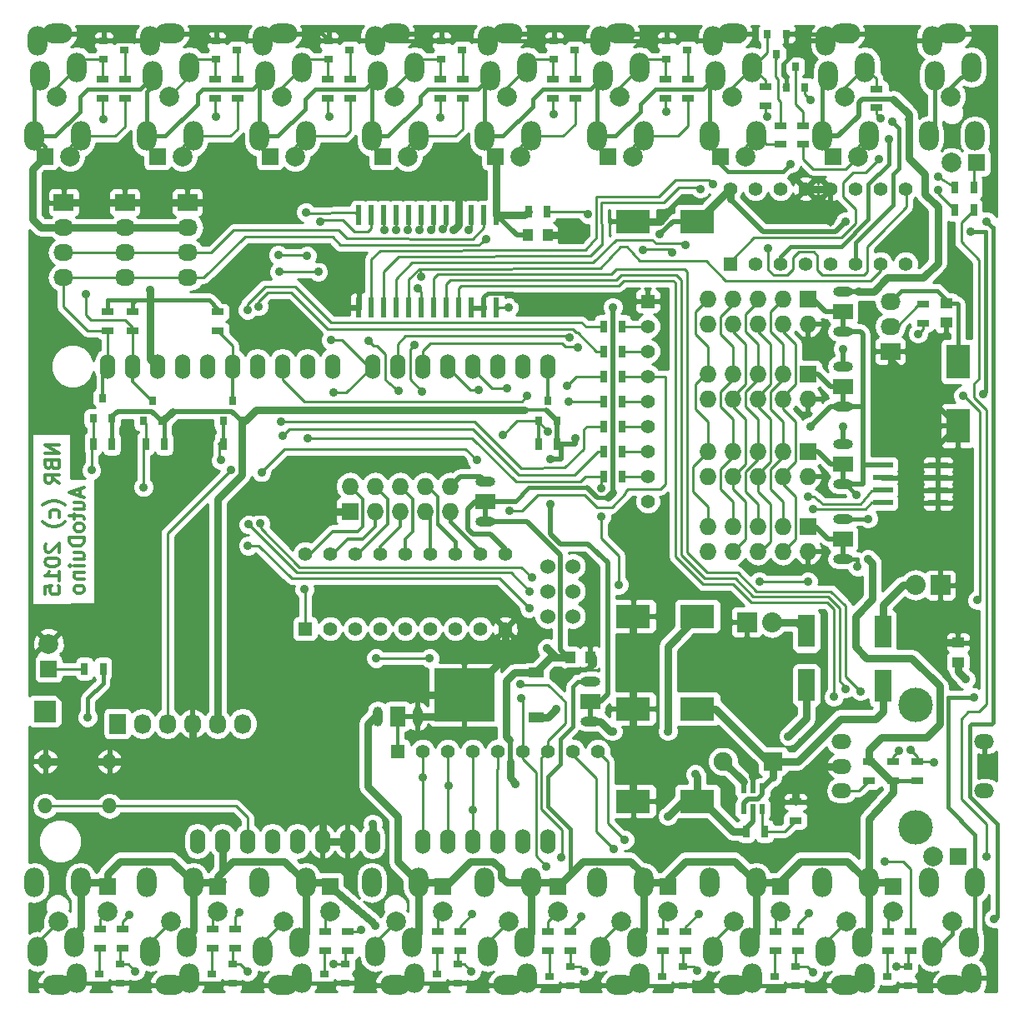
<source format=gbr>
G04 #@! TF.FileFunction,Copper,L2,Bot,Signal*
%FSLAX46Y46*%
G04 Gerber Fmt 4.6, Leading zero omitted, Abs format (unit mm)*
G04 Created by KiCad (PCBNEW (2014-12-08 BZR 5317)-product) date sam. 06 juin 2015 11:44:28 CEST*
%MOMM*%
G01*
G04 APERTURE LIST*
%ADD10C,0.100000*%
%ADD11C,0.300000*%
%ADD12C,0.500000*%
%ADD13O,1.998980X1.501140*%
%ADD14C,3.500120*%
%ADD15O,2.000000X1.000000*%
%ADD16R,2.000000X1.524000*%
%ADD17R,1.727200X1.727200*%
%ADD18O,1.727200X1.727200*%
%ADD19O,1.000000X2.000000*%
%ADD20R,1.524000X2.000000*%
%ADD21R,1.905000X1.905000*%
%ADD22C,1.905000*%
%ADD23R,2.032000X1.727200*%
%ADD24O,2.032000X1.727200*%
%ADD25R,0.899160X0.800100*%
%ADD26R,1.397000X1.397000*%
%ADD27C,1.397000*%
%ADD28O,1.524000X1.524000*%
%ADD29R,6.197600X5.397500*%
%ADD30R,1.597660X0.998220*%
%ADD31R,0.599440X1.000760*%
%ADD32R,0.600000X2.000000*%
%ADD33R,1.998980X0.599440*%
%ADD34R,1.727200X2.032000*%
%ADD35O,1.727200X2.032000*%
%ADD36R,1.699260X3.299460*%
%ADD37O,1.524000X2.540000*%
%ADD38C,1.524000*%
%ADD39R,1.699260X1.699260*%
%ADD40C,1.998980*%
%ADD41R,2.032000X2.032000*%
%ADD42O,2.032000X2.032000*%
%ADD43R,0.800100X0.899160*%
%ADD44R,3.500120X2.400300*%
%ADD45R,2.400300X3.500120*%
%ADD46R,2.235200X2.235200*%
%ADD47O,3.000000X2.000000*%
%ADD48O,2.000000X3.000000*%
%ADD49R,1.000000X1.250000*%
%ADD50R,1.250000X1.000000*%
%ADD51R,1.300000X0.700000*%
%ADD52R,0.700000X1.300000*%
%ADD53C,0.889000*%
%ADD54C,0.400000*%
%ADD55C,0.800000*%
%ADD56C,0.254000*%
G04 APERTURE END LIST*
D10*
D11*
X103882000Y-102410285D02*
X103882000Y-103124571D01*
X104310571Y-102267428D02*
X102810571Y-102767428D01*
X104310571Y-103267428D01*
X103310571Y-104410285D02*
X104310571Y-104410285D01*
X103310571Y-103767428D02*
X104096286Y-103767428D01*
X104239143Y-103838856D01*
X104310571Y-103981714D01*
X104310571Y-104195999D01*
X104239143Y-104338856D01*
X104167714Y-104410285D01*
X103310571Y-104910285D02*
X103310571Y-105481714D01*
X102810571Y-105124571D02*
X104096286Y-105124571D01*
X104239143Y-105195999D01*
X104310571Y-105338857D01*
X104310571Y-105481714D01*
X104310571Y-106196000D02*
X104239143Y-106053142D01*
X104167714Y-105981714D01*
X104024857Y-105910285D01*
X103596286Y-105910285D01*
X103453429Y-105981714D01*
X103382000Y-106053142D01*
X103310571Y-106196000D01*
X103310571Y-106410285D01*
X103382000Y-106553142D01*
X103453429Y-106624571D01*
X103596286Y-106696000D01*
X104024857Y-106696000D01*
X104167714Y-106624571D01*
X104239143Y-106553142D01*
X104310571Y-106410285D01*
X104310571Y-106196000D01*
X104310571Y-107338857D02*
X102810571Y-107338857D01*
X102810571Y-107696000D01*
X102882000Y-107910285D01*
X103024857Y-108053143D01*
X103167714Y-108124571D01*
X103453429Y-108196000D01*
X103667714Y-108196000D01*
X103953429Y-108124571D01*
X104096286Y-108053143D01*
X104239143Y-107910285D01*
X104310571Y-107696000D01*
X104310571Y-107338857D01*
X103310571Y-109481714D02*
X104310571Y-109481714D01*
X103310571Y-108838857D02*
X104096286Y-108838857D01*
X104239143Y-108910285D01*
X104310571Y-109053143D01*
X104310571Y-109267428D01*
X104239143Y-109410285D01*
X104167714Y-109481714D01*
X104310571Y-110196000D02*
X103310571Y-110196000D01*
X102810571Y-110196000D02*
X102882000Y-110124571D01*
X102953429Y-110196000D01*
X102882000Y-110267428D01*
X102810571Y-110196000D01*
X102953429Y-110196000D01*
X103310571Y-110910286D02*
X104310571Y-110910286D01*
X103453429Y-110910286D02*
X103382000Y-110981714D01*
X103310571Y-111124572D01*
X103310571Y-111338857D01*
X103382000Y-111481714D01*
X103524857Y-111553143D01*
X104310571Y-111553143D01*
X104310571Y-112481715D02*
X104239143Y-112338857D01*
X104167714Y-112267429D01*
X104024857Y-112196000D01*
X103596286Y-112196000D01*
X103453429Y-112267429D01*
X103382000Y-112338857D01*
X103310571Y-112481715D01*
X103310571Y-112696000D01*
X103382000Y-112838857D01*
X103453429Y-112910286D01*
X103596286Y-112981715D01*
X104024857Y-112981715D01*
X104167714Y-112910286D01*
X104239143Y-112838857D01*
X104310571Y-112696000D01*
X104310571Y-112481715D01*
X101821371Y-97889373D02*
X100321371Y-97889373D01*
X101821371Y-98746516D01*
X100321371Y-98746516D01*
X101035657Y-99960802D02*
X101107086Y-100175088D01*
X101178514Y-100246516D01*
X101321371Y-100317945D01*
X101535657Y-100317945D01*
X101678514Y-100246516D01*
X101749943Y-100175088D01*
X101821371Y-100032230D01*
X101821371Y-99460802D01*
X100321371Y-99460802D01*
X100321371Y-99960802D01*
X100392800Y-100103659D01*
X100464229Y-100175088D01*
X100607086Y-100246516D01*
X100749943Y-100246516D01*
X100892800Y-100175088D01*
X100964229Y-100103659D01*
X101035657Y-99960802D01*
X101035657Y-99460802D01*
X101821371Y-101817945D02*
X101107086Y-101317945D01*
X101821371Y-100960802D02*
X100321371Y-100960802D01*
X100321371Y-101532230D01*
X100392800Y-101675088D01*
X100464229Y-101746516D01*
X100607086Y-101817945D01*
X100821371Y-101817945D01*
X100964229Y-101746516D01*
X101035657Y-101675088D01*
X101107086Y-101532230D01*
X101107086Y-100960802D01*
X102392800Y-104032230D02*
X102321371Y-103960802D01*
X102107086Y-103817945D01*
X101964229Y-103746516D01*
X101749943Y-103675087D01*
X101392800Y-103603659D01*
X101107086Y-103603659D01*
X100749943Y-103675087D01*
X100535657Y-103746516D01*
X100392800Y-103817945D01*
X100178514Y-103960802D01*
X100107086Y-104032230D01*
X101749943Y-105246516D02*
X101821371Y-105103659D01*
X101821371Y-104817945D01*
X101749943Y-104675087D01*
X101678514Y-104603659D01*
X101535657Y-104532230D01*
X101107086Y-104532230D01*
X100964229Y-104603659D01*
X100892800Y-104675087D01*
X100821371Y-104817945D01*
X100821371Y-105103659D01*
X100892800Y-105246516D01*
X102392800Y-105746516D02*
X102321371Y-105817944D01*
X102107086Y-105960801D01*
X101964229Y-106032230D01*
X101749943Y-106103659D01*
X101392800Y-106175087D01*
X101107086Y-106175087D01*
X100749943Y-106103659D01*
X100535657Y-106032230D01*
X100392800Y-105960801D01*
X100178514Y-105817944D01*
X100107086Y-105746516D01*
X100464229Y-107960801D02*
X100392800Y-108032230D01*
X100321371Y-108175087D01*
X100321371Y-108532230D01*
X100392800Y-108675087D01*
X100464229Y-108746516D01*
X100607086Y-108817944D01*
X100749943Y-108817944D01*
X100964229Y-108746516D01*
X101821371Y-107889373D01*
X101821371Y-108817944D01*
X100321371Y-109746515D02*
X100321371Y-109889372D01*
X100392800Y-110032229D01*
X100464229Y-110103658D01*
X100607086Y-110175087D01*
X100892800Y-110246515D01*
X101249943Y-110246515D01*
X101535657Y-110175087D01*
X101678514Y-110103658D01*
X101749943Y-110032229D01*
X101821371Y-109889372D01*
X101821371Y-109746515D01*
X101749943Y-109603658D01*
X101678514Y-109532229D01*
X101535657Y-109460801D01*
X101249943Y-109389372D01*
X100892800Y-109389372D01*
X100607086Y-109460801D01*
X100464229Y-109532229D01*
X100392800Y-109603658D01*
X100321371Y-109746515D01*
X101821371Y-111675086D02*
X101821371Y-110817943D01*
X101821371Y-111246515D02*
X100321371Y-111246515D01*
X100535657Y-111103658D01*
X100678514Y-110960800D01*
X100749943Y-110817943D01*
X100321371Y-113032229D02*
X100321371Y-112317943D01*
X101035657Y-112246514D01*
X100964229Y-112317943D01*
X100892800Y-112460800D01*
X100892800Y-112817943D01*
X100964229Y-112960800D01*
X101035657Y-113032229D01*
X101178514Y-113103657D01*
X101535657Y-113103657D01*
X101678514Y-113032229D01*
X101749943Y-112960800D01*
X101821371Y-112817943D01*
X101821371Y-112460800D01*
X101749943Y-112317943D01*
X101678514Y-112246514D01*
D12*
X155702000Y-125984000D02*
X155702000Y-123952000D01*
X181356000Y-86360000D02*
X181356000Y-84328000D01*
X181356000Y-93980000D02*
X181356000Y-91948000D01*
X181356000Y-101854000D02*
X181356000Y-99822000D01*
X145034000Y-105664000D02*
X145034000Y-103632000D01*
X138176000Y-125476000D02*
X136144000Y-125476000D01*
X181356000Y-109474000D02*
X181356000Y-107442000D01*
D13*
X181221380Y-128056640D03*
X181221380Y-130556000D03*
X181221380Y-133055360D03*
D14*
X188722000Y-124355860D03*
X188722000Y-136756140D03*
D13*
X195722240Y-128056640D03*
X195722240Y-133055360D03*
D15*
X155702000Y-125984000D03*
D16*
X155702000Y-123952000D03*
D15*
X155702000Y-121920000D03*
X181356000Y-86360000D03*
D16*
X181356000Y-84328000D03*
D15*
X181356000Y-82296000D03*
D17*
X177800000Y-83058000D03*
D18*
X177800000Y-85598000D03*
X175260000Y-83058000D03*
X175260000Y-85598000D03*
X172720000Y-83058000D03*
X172720000Y-85598000D03*
X170180000Y-83058000D03*
X170180000Y-85598000D03*
X167640000Y-83058000D03*
X167640000Y-85598000D03*
D15*
X181356000Y-93980000D03*
D16*
X181356000Y-91948000D03*
D15*
X181356000Y-89916000D03*
D17*
X177800000Y-90678000D03*
D18*
X177800000Y-93218000D03*
X175260000Y-90678000D03*
X175260000Y-93218000D03*
X172720000Y-90678000D03*
X172720000Y-93218000D03*
X170180000Y-90678000D03*
X170180000Y-93218000D03*
X167640000Y-90678000D03*
X167640000Y-93218000D03*
D15*
X181356000Y-101854000D03*
D16*
X181356000Y-99822000D03*
D15*
X181356000Y-97790000D03*
X145034000Y-105664000D03*
D16*
X145034000Y-103632000D03*
D15*
X145034000Y-101600000D03*
D17*
X177800000Y-98552000D03*
D18*
X177800000Y-101092000D03*
X175260000Y-98552000D03*
X175260000Y-101092000D03*
X172720000Y-98552000D03*
X172720000Y-101092000D03*
X170180000Y-98552000D03*
X170180000Y-101092000D03*
X167640000Y-98552000D03*
X167640000Y-101092000D03*
D19*
X138176000Y-125476000D03*
D20*
X136144000Y-125476000D03*
D19*
X134112000Y-125476000D03*
D21*
X174244000Y-130048000D03*
D22*
X169164000Y-130048000D03*
D17*
X131318000Y-104648000D03*
D18*
X131318000Y-102108000D03*
X133858000Y-104648000D03*
X133858000Y-102108000D03*
X136398000Y-104648000D03*
X136398000Y-102108000D03*
X138938000Y-104648000D03*
X138938000Y-102108000D03*
X141478000Y-104648000D03*
X141478000Y-102108000D03*
D23*
X108458000Y-73279000D03*
D24*
X108458000Y-75819000D03*
X108458000Y-78359000D03*
X108458000Y-80899000D03*
D23*
X102235000Y-73279000D03*
D24*
X102235000Y-75819000D03*
X102235000Y-78359000D03*
X102235000Y-80899000D03*
D23*
X114808000Y-73279000D03*
D24*
X114808000Y-75819000D03*
X114808000Y-78359000D03*
X114808000Y-80899000D03*
D23*
X186182000Y-88392000D03*
D24*
X186182000Y-85852000D03*
X186182000Y-83312000D03*
D25*
X108414820Y-57785000D03*
X106314240Y-58734960D03*
X106314240Y-56835040D03*
D26*
X161544000Y-83312000D03*
D27*
X161544000Y-85852000D03*
X161544000Y-88392000D03*
X161544000Y-90932000D03*
X161544000Y-93472000D03*
X161544000Y-96012000D03*
X161544000Y-98552000D03*
X161544000Y-101092000D03*
X161544000Y-103632000D03*
D28*
X106883200Y-134594600D03*
X100380800Y-134594600D03*
X106883200Y-130073400D03*
X100380800Y-130073400D03*
D29*
X142915640Y-123317000D03*
D30*
X150213060Y-121038620D03*
X150213060Y-125595380D03*
D31*
X171259500Y-132801360D03*
X173164500Y-132801360D03*
X172212000Y-132801360D03*
X173164500Y-134914640D03*
X171259500Y-134914640D03*
X172212000Y-134914640D03*
D26*
X169926000Y-79502000D03*
D27*
X172466000Y-79502000D03*
X175006000Y-79502000D03*
X177546000Y-79502000D03*
X180086000Y-79502000D03*
X182626000Y-79502000D03*
X185166000Y-79502000D03*
X187706000Y-79502000D03*
X187706000Y-71882000D03*
X185166000Y-71882000D03*
X182626000Y-71882000D03*
X180086000Y-71882000D03*
X177546000Y-71882000D03*
X175006000Y-71882000D03*
X172466000Y-71882000D03*
X169926000Y-71882000D03*
D32*
X146177000Y-83948000D03*
X144907000Y-83948000D03*
X143637000Y-83948000D03*
X142367000Y-83948000D03*
X141097000Y-83948000D03*
X139827000Y-83948000D03*
X138557000Y-83948000D03*
X137287000Y-83948000D03*
X136017000Y-83948000D03*
X134747000Y-83948000D03*
X133477000Y-83948000D03*
X132207000Y-83948000D03*
X132207000Y-74548000D03*
X133477000Y-74548000D03*
X134747000Y-74548000D03*
X136017000Y-74548000D03*
X137287000Y-74548000D03*
X138557000Y-74548000D03*
X139827000Y-74548000D03*
X141097000Y-74548000D03*
X142367000Y-74548000D03*
X143637000Y-74548000D03*
X144907000Y-74548000D03*
X146177000Y-74548000D03*
D26*
X126746000Y-116586000D03*
D27*
X129286000Y-116586000D03*
X131826000Y-116586000D03*
X134366000Y-116586000D03*
X136906000Y-116586000D03*
X139446000Y-116586000D03*
X141986000Y-116586000D03*
X144526000Y-116586000D03*
X147066000Y-116586000D03*
X147066000Y-108966000D03*
X144526000Y-108966000D03*
X141986000Y-108966000D03*
X139446000Y-108966000D03*
X136906000Y-108966000D03*
X134366000Y-108966000D03*
X131826000Y-108966000D03*
X129286000Y-108966000D03*
X126746000Y-108966000D03*
D33*
X191008000Y-99949000D03*
X191008000Y-101219000D03*
X191008000Y-102489000D03*
X191008000Y-103759000D03*
X185420000Y-103759000D03*
X185420000Y-102489000D03*
X185420000Y-101219000D03*
X185420000Y-99949000D03*
D34*
X107696000Y-126238000D03*
D35*
X110236000Y-126238000D03*
X112776000Y-126238000D03*
X115316000Y-126238000D03*
X117856000Y-126238000D03*
X120396000Y-126238000D03*
D36*
X185420000Y-116883180D03*
X185420000Y-122384820D03*
D15*
X181356000Y-109474000D03*
D16*
X181356000Y-107442000D03*
D15*
X181356000Y-105410000D03*
D17*
X177800000Y-106172000D03*
D18*
X177800000Y-108712000D03*
X175260000Y-106172000D03*
X175260000Y-108712000D03*
X172720000Y-106172000D03*
X172720000Y-108712000D03*
X170180000Y-106172000D03*
X170180000Y-108712000D03*
X167640000Y-106172000D03*
X167640000Y-108712000D03*
D37*
X151384000Y-138176000D03*
X148844000Y-138176000D03*
X146304000Y-138176000D03*
X138684000Y-138176000D03*
X141224000Y-138176000D03*
X143764000Y-138176000D03*
X133604000Y-138176000D03*
X131064000Y-138176000D03*
X128524000Y-138176000D03*
X123444000Y-138176000D03*
X120904000Y-138176000D03*
X151384000Y-89916000D03*
X148844000Y-89916000D03*
X146304000Y-89916000D03*
X143764000Y-89916000D03*
X141224000Y-89916000D03*
X138684000Y-89916000D03*
X136144000Y-89916000D03*
X133604000Y-89916000D03*
X129540000Y-89916000D03*
X127000000Y-89916000D03*
X124460000Y-89916000D03*
X121920000Y-89916000D03*
X119380000Y-89916000D03*
X116840000Y-89916000D03*
X114300000Y-89916000D03*
X111760000Y-89916000D03*
X125984000Y-138176000D03*
X109220000Y-89916000D03*
X106680000Y-89916000D03*
X118364000Y-138176000D03*
X115824000Y-138176000D03*
D38*
X151384000Y-110236000D03*
X153924000Y-110236000D03*
X151384000Y-112776000D03*
X153924000Y-112776000D03*
X151384000Y-115316000D03*
X153924000Y-115316000D03*
D39*
X100711000Y-120650000D03*
D40*
X100711000Y-118110000D03*
D39*
X106680000Y-142748000D03*
D40*
X106680000Y-145288000D03*
D39*
X117856000Y-142748000D03*
D40*
X117856000Y-145288000D03*
D39*
X129286000Y-142748000D03*
D40*
X129286000Y-145288000D03*
D39*
X140716000Y-142748000D03*
D40*
X140716000Y-145288000D03*
D39*
X152400000Y-142748000D03*
D40*
X152400000Y-145288000D03*
D39*
X163576000Y-142748000D03*
D40*
X163576000Y-145288000D03*
D39*
X175006000Y-142748000D03*
D40*
X175006000Y-145288000D03*
D39*
X186436000Y-142748000D03*
D40*
X186436000Y-145288000D03*
D39*
X100330000Y-68580000D03*
D40*
X102870000Y-68580000D03*
D39*
X111760000Y-68580000D03*
D40*
X114300000Y-68580000D03*
D39*
X123190000Y-68580000D03*
D40*
X125730000Y-68580000D03*
D39*
X134620000Y-68580000D03*
D40*
X137160000Y-68580000D03*
D39*
X146050000Y-68580000D03*
D40*
X148590000Y-68580000D03*
D39*
X157480000Y-68580000D03*
D40*
X160020000Y-68580000D03*
D39*
X168910000Y-68580000D03*
D40*
X171450000Y-68580000D03*
D39*
X180340000Y-68580000D03*
D40*
X182880000Y-68580000D03*
D39*
X194945000Y-69215000D03*
D40*
X192405000Y-69215000D03*
D39*
X193040000Y-139700000D03*
D40*
X190500000Y-139700000D03*
D41*
X191262000Y-112141000D03*
D42*
X188722000Y-112141000D03*
D26*
X136144000Y-129032000D03*
D27*
X138684000Y-129032000D03*
X141224000Y-129032000D03*
X143764000Y-129032000D03*
X146304000Y-129032000D03*
X148844000Y-129032000D03*
X151384000Y-129032000D03*
X153924000Y-129032000D03*
X156464000Y-129032000D03*
D25*
X119844820Y-57785000D03*
X117744240Y-58734960D03*
X117744240Y-56835040D03*
X131274820Y-57785000D03*
X129174240Y-58734960D03*
X129174240Y-56835040D03*
X165564820Y-57785000D03*
X163464240Y-58734960D03*
X163464240Y-56835040D03*
D43*
X174625000Y-58249820D03*
X173675040Y-56149240D03*
X175574960Y-56149240D03*
X176530000Y-59479180D03*
X177479960Y-61579760D03*
X175580040Y-61579760D03*
X151384000Y-93388180D03*
X152333960Y-95488760D03*
X150434040Y-95488760D03*
X119380000Y-93388180D03*
X120329960Y-95488760D03*
X118430040Y-95488760D03*
X111252000Y-93388180D03*
X112201960Y-95488760D03*
X110302040Y-95488760D03*
X106172000Y-93134180D03*
X107121960Y-95234760D03*
X105222040Y-95234760D03*
D25*
X105834180Y-151638000D03*
X107934760Y-150688040D03*
X107934760Y-152587960D03*
X117264180Y-151638000D03*
X119364760Y-150688040D03*
X119364760Y-152587960D03*
X128694180Y-151638000D03*
X130794760Y-150688040D03*
X130794760Y-152587960D03*
X140124180Y-151638000D03*
X142224760Y-150688040D03*
X142224760Y-152587960D03*
X151554180Y-151892000D03*
X153654760Y-150942040D03*
X153654760Y-152841960D03*
X162984180Y-151892000D03*
X165084760Y-150942040D03*
X165084760Y-152841960D03*
X174414180Y-151892000D03*
X176514760Y-150942040D03*
X176514760Y-152841960D03*
X185844180Y-151892000D03*
X187944760Y-150942040D03*
X187944760Y-152841960D03*
X154134820Y-57785000D03*
X152034240Y-58734960D03*
X152034240Y-56835040D03*
X142704820Y-57785000D03*
X140604240Y-58734960D03*
X140604240Y-56835040D03*
D44*
X166573200Y-124714000D03*
X160070800Y-124714000D03*
X166573200Y-115316000D03*
X160070800Y-115316000D03*
X166573200Y-134112000D03*
X160070800Y-134112000D03*
X166573200Y-75184000D03*
X160070800Y-75184000D03*
D45*
X193040000Y-89458800D03*
X193040000Y-95961200D03*
D46*
X100330000Y-124968000D03*
D36*
X177647600Y-116832380D03*
X177647600Y-122334020D03*
D41*
X171602400Y-115925600D03*
D42*
X174142400Y-115925600D03*
D47*
X101600000Y-56130000D03*
D48*
X103600000Y-59530000D03*
X99250000Y-66530000D03*
D40*
X101500000Y-62530000D03*
D48*
X103950000Y-66530000D03*
X99600000Y-56830000D03*
X99850000Y-60430000D03*
D47*
X113030000Y-56130000D03*
D48*
X115030000Y-59530000D03*
X110680000Y-66530000D03*
D40*
X112930000Y-62530000D03*
D48*
X115380000Y-66530000D03*
X111030000Y-56830000D03*
X111280000Y-60430000D03*
D47*
X124460000Y-56130000D03*
D48*
X126460000Y-59530000D03*
X122110000Y-66530000D03*
D40*
X124360000Y-62530000D03*
D48*
X126810000Y-66530000D03*
X122460000Y-56830000D03*
X122710000Y-60430000D03*
D47*
X135890000Y-56130000D03*
D48*
X137890000Y-59530000D03*
X133540000Y-66530000D03*
D40*
X135790000Y-62530000D03*
D48*
X138240000Y-66530000D03*
X133890000Y-56830000D03*
X134140000Y-60430000D03*
D47*
X147320000Y-56130000D03*
D48*
X149320000Y-59530000D03*
X144970000Y-66530000D03*
D40*
X147220000Y-62530000D03*
D48*
X149670000Y-66530000D03*
X145320000Y-56830000D03*
X145570000Y-60430000D03*
D47*
X158750000Y-56130000D03*
D48*
X160750000Y-59530000D03*
X156400000Y-66530000D03*
D40*
X158650000Y-62530000D03*
D48*
X161100000Y-66530000D03*
X156750000Y-56830000D03*
X157000000Y-60430000D03*
D47*
X170180000Y-56130000D03*
D48*
X172180000Y-59530000D03*
X167830000Y-66530000D03*
D40*
X170080000Y-62530000D03*
D48*
X172530000Y-66530000D03*
X168180000Y-56830000D03*
X168430000Y-60430000D03*
D47*
X181610000Y-56130000D03*
D48*
X183610000Y-59530000D03*
X179260000Y-66530000D03*
D40*
X181510000Y-62530000D03*
D48*
X183960000Y-66530000D03*
X179610000Y-56830000D03*
X179860000Y-60430000D03*
D47*
X192405000Y-56130000D03*
D48*
X194405000Y-59530000D03*
X190055000Y-66530000D03*
D40*
X192305000Y-62530000D03*
D48*
X194755000Y-66530000D03*
X190405000Y-56830000D03*
X190655000Y-60430000D03*
D47*
X192405000Y-152785000D03*
D48*
X190405000Y-149385000D03*
X194755000Y-142385000D03*
D40*
X192505000Y-146385000D03*
D48*
X190055000Y-142385000D03*
X194405000Y-152085000D03*
X194155000Y-148485000D03*
D47*
X181610000Y-152785000D03*
D48*
X179610000Y-149385000D03*
X183960000Y-142385000D03*
D40*
X181710000Y-146385000D03*
D48*
X179260000Y-142385000D03*
X183610000Y-152085000D03*
X183360000Y-148485000D03*
D47*
X170180000Y-152785000D03*
D48*
X168180000Y-149385000D03*
X172530000Y-142385000D03*
D40*
X170280000Y-146385000D03*
D48*
X167830000Y-142385000D03*
X172180000Y-152085000D03*
X171930000Y-148485000D03*
D47*
X158750000Y-152785000D03*
D48*
X156750000Y-149385000D03*
X161100000Y-142385000D03*
D40*
X158850000Y-146385000D03*
D48*
X156400000Y-142385000D03*
X160750000Y-152085000D03*
X160500000Y-148485000D03*
D47*
X147320000Y-152785000D03*
D48*
X145320000Y-149385000D03*
X149670000Y-142385000D03*
D40*
X147420000Y-146385000D03*
D48*
X144970000Y-142385000D03*
X149320000Y-152085000D03*
X149070000Y-148485000D03*
D47*
X135890000Y-152785000D03*
D48*
X133890000Y-149385000D03*
X138240000Y-142385000D03*
D40*
X135990000Y-146385000D03*
D48*
X133540000Y-142385000D03*
X137890000Y-152085000D03*
X137640000Y-148485000D03*
D47*
X124460000Y-152785000D03*
D48*
X122460000Y-149385000D03*
X126810000Y-142385000D03*
D40*
X124560000Y-146385000D03*
D48*
X122110000Y-142385000D03*
X126460000Y-152085000D03*
X126210000Y-148485000D03*
D47*
X113030000Y-152785000D03*
D48*
X111030000Y-149385000D03*
X115380000Y-142385000D03*
D40*
X113130000Y-146385000D03*
D48*
X110680000Y-142385000D03*
X115030000Y-152085000D03*
X114780000Y-148485000D03*
D47*
X101600000Y-152785000D03*
D48*
X99600000Y-149385000D03*
X103950000Y-142385000D03*
D40*
X101700000Y-146385000D03*
D48*
X99250000Y-142385000D03*
X103600000Y-152085000D03*
X103350000Y-148485000D03*
D49*
X153686000Y-119507000D03*
X155686000Y-119507000D03*
X151368000Y-76606400D03*
X149368000Y-76606400D03*
D50*
X193040000Y-119999000D03*
X193040000Y-117999000D03*
X191846200Y-83493100D03*
X191846200Y-85493100D03*
D51*
X105918000Y-147132000D03*
X105918000Y-149032000D03*
X108204000Y-147132000D03*
X108204000Y-149032000D03*
X117348000Y-147132000D03*
X117348000Y-149032000D03*
X119634000Y-147132000D03*
X119634000Y-149032000D03*
X128778000Y-147386000D03*
X128778000Y-149286000D03*
X131064000Y-147386000D03*
X131064000Y-149286000D03*
X140208000Y-147386000D03*
X140208000Y-149286000D03*
X142494000Y-147386000D03*
X142494000Y-149286000D03*
X151384000Y-147386000D03*
X151384000Y-149286000D03*
X153670000Y-147386000D03*
X153670000Y-149286000D03*
X163068000Y-147386000D03*
X163068000Y-149286000D03*
X165354000Y-147386000D03*
X165354000Y-149286000D03*
X174498000Y-147386000D03*
X174498000Y-149286000D03*
X176784000Y-147386000D03*
X176784000Y-149286000D03*
X185928000Y-147386000D03*
X185928000Y-149286000D03*
X188214000Y-147386000D03*
X188214000Y-149286000D03*
D52*
X104333000Y-120650000D03*
X106233000Y-120650000D03*
D51*
X106172000Y-62672000D03*
X106172000Y-60772000D03*
D52*
X171516000Y-137160000D03*
X173416000Y-137160000D03*
D51*
X176530000Y-136078000D03*
X176530000Y-134178000D03*
X108458000Y-62672000D03*
X108458000Y-60772000D03*
X117602000Y-62672000D03*
X117602000Y-60772000D03*
X119888000Y-62672000D03*
X119888000Y-60772000D03*
X129032000Y-62672000D03*
X129032000Y-60772000D03*
X131318000Y-62672000D03*
X131318000Y-60772000D03*
X140462000Y-62672000D03*
X140462000Y-60772000D03*
X142748000Y-62672000D03*
X142748000Y-60772000D03*
X151892000Y-62672000D03*
X151892000Y-60772000D03*
X154178000Y-62672000D03*
X154178000Y-60772000D03*
X163322000Y-62672000D03*
X163322000Y-60772000D03*
X165608000Y-62672000D03*
X165608000Y-60772000D03*
X173482000Y-63434000D03*
X173482000Y-61534000D03*
X175006000Y-67371000D03*
X175006000Y-65471000D03*
X184785000Y-63662600D03*
X184785000Y-61762600D03*
X177292000Y-67371000D03*
X177292000Y-65471000D03*
D52*
X192725000Y-71755000D03*
X194625000Y-71755000D03*
X192725000Y-74041000D03*
X194625000Y-74041000D03*
X105222000Y-97790000D03*
X107122000Y-97790000D03*
X110556000Y-97790000D03*
X112456000Y-97790000D03*
X118430000Y-97790000D03*
X120330000Y-97790000D03*
X150434000Y-97790000D03*
X152334000Y-97790000D03*
X158938000Y-85852000D03*
X157038000Y-85852000D03*
X158938000Y-88392000D03*
X157038000Y-88392000D03*
X158938000Y-90932000D03*
X157038000Y-90932000D03*
X158938000Y-93472000D03*
X157038000Y-93472000D03*
X158938000Y-96012000D03*
X157038000Y-96012000D03*
X158938000Y-98552000D03*
X157038000Y-98552000D03*
X158938000Y-101092000D03*
X157038000Y-101092000D03*
D51*
X106680000Y-86294000D03*
X106680000Y-84394000D03*
X109220000Y-86294000D03*
X109220000Y-84394000D03*
X117856000Y-86294000D03*
X117856000Y-84394000D03*
D52*
X151318000Y-74168000D03*
X149418000Y-74168000D03*
D51*
X184023000Y-132014000D03*
X184023000Y-130114000D03*
X186436000Y-130114000D03*
X186436000Y-132014000D03*
X189484000Y-83632000D03*
X189484000Y-85532000D03*
X188874400Y-130101300D03*
X188874400Y-132001300D03*
D53*
X148082000Y-132334000D03*
X193827400Y-121716800D03*
X151307800Y-118567200D03*
X192976500Y-78994000D03*
X189611000Y-77851000D03*
X186182000Y-77978000D03*
X172212000Y-131572000D03*
X176784000Y-132080000D03*
X189230000Y-101142800D03*
X129032000Y-72542400D03*
X130048000Y-80772000D03*
X152654000Y-121539000D03*
X160147000Y-121412000D03*
X180086000Y-75184000D03*
X163576000Y-74295000D03*
X127965200Y-102666800D03*
X148336000Y-83058000D03*
X141859000Y-76073000D03*
X153162000Y-75946000D03*
X190754000Y-118821200D03*
X152273000Y-124714000D03*
X157988000Y-127000000D03*
X163576000Y-127000000D03*
X104648000Y-125603000D03*
X175818800Y-127508000D03*
X166370000Y-131368800D03*
X133604000Y-136398000D03*
X163576000Y-135636000D03*
X181356000Y-88138000D03*
X183007000Y-82296000D03*
X181356000Y-96012000D03*
X183896000Y-105410000D03*
X133908800Y-146761200D03*
X176022000Y-69342000D03*
X183896000Y-109524800D03*
X110998000Y-82169000D03*
X181610000Y-75184000D03*
X162750500Y-76517500D03*
X157988000Y-83921600D03*
X195021200Y-113690400D03*
X193548000Y-92913200D03*
X188988700Y-86626700D03*
X187032900Y-128993900D03*
X181610000Y-122682000D03*
X180428900Y-123520200D03*
X190627000Y-130175000D03*
X183146700Y-122948700D03*
X188239400Y-128917700D03*
X182829200Y-110286800D03*
X182727600Y-102971600D03*
X154178000Y-97231200D03*
X178054000Y-96012000D03*
X151638000Y-99364800D03*
X151638000Y-103886000D03*
X147523200Y-104597200D03*
X139395200Y-119583200D03*
X133959600Y-119583200D03*
X151384000Y-96520000D03*
X146862800Y-96875600D03*
X144170400Y-99415600D03*
X122326400Y-100685600D03*
X119227600Y-100431600D03*
X177800000Y-103124000D03*
X149555200Y-112776000D03*
X120980200Y-105981500D03*
X105054400Y-100482400D03*
X178308000Y-104394000D03*
X149504400Y-114503200D03*
X120954800Y-108153200D03*
X110337600Y-102209600D03*
X149758400Y-111404400D03*
X122186700Y-105879900D03*
X118211600Y-99466400D03*
X132461000Y-147193000D03*
X143764000Y-135001000D03*
X108902500Y-145669000D03*
X138684000Y-131699000D03*
X120078500Y-145415000D03*
X141287500Y-132524500D03*
X155467867Y-74461117D03*
X153365200Y-91897200D03*
X147447000Y-83947000D03*
X138226800Y-81978500D03*
X177927000Y-145478500D03*
X158115000Y-139001500D03*
X154482800Y-87985600D03*
X164033200Y-78333600D03*
X161036000Y-78130400D03*
X185039000Y-68834000D03*
X191058800Y-70637400D03*
X144373600Y-92303600D03*
X148615400Y-122250200D03*
X166687500Y-145542000D03*
X152717500Y-139827000D03*
X149301200Y-92913200D03*
X153517600Y-93472000D03*
X120904000Y-84201000D03*
X122047000Y-83820000D03*
X104521000Y-82550000D03*
X143383000Y-76073000D03*
X145161000Y-76962000D03*
X143700500Y-145605500D03*
X147218400Y-92151200D03*
X148717000Y-123621800D03*
X151257000Y-140716000D03*
X154813000Y-145796000D03*
X186347100Y-65036700D03*
X185991500Y-66865500D03*
X195961000Y-75184000D03*
X196710300Y-146062700D03*
X195580000Y-92786200D03*
X194310000Y-76200000D03*
X194691000Y-123571000D03*
X124307600Y-95504000D03*
X126847600Y-74269600D03*
X128320800Y-75184000D03*
X124510800Y-96977200D03*
X165354000Y-77597000D03*
X138531600Y-80848200D03*
X185610500Y-140208000D03*
X159194500Y-138049000D03*
X191058800Y-72034400D03*
X173786800Y-77927200D03*
X153619200Y-87020400D03*
X195910200Y-139700000D03*
X166878000Y-71882000D03*
X168148000Y-71374000D03*
X109474000Y-151384000D03*
X120904000Y-151447500D03*
X129603500Y-150685500D03*
X143637000Y-151384000D03*
X155130500Y-151384000D03*
X166560500Y-151320500D03*
X178308000Y-151511000D03*
X186753500Y-150939500D03*
X178054000Y-62865000D03*
X135991600Y-76098400D03*
X140462000Y-64643000D03*
X140716000Y-75996800D03*
X185166000Y-64706500D03*
X156819600Y-102311200D03*
X127000000Y-97231200D03*
X177800000Y-111785400D03*
X172872400Y-111785400D03*
X158584900Y-112128300D03*
X156857700Y-105219500D03*
X129641600Y-92608400D03*
X126695200Y-112572800D03*
X129349500Y-87249000D03*
X128079500Y-80327500D03*
X124142500Y-80327500D03*
X106299000Y-64770000D03*
X126936500Y-78676500D03*
X124015500Y-78613000D03*
X117665500Y-64579500D03*
X134772400Y-76098400D03*
X129222500Y-64579500D03*
X137160000Y-76098400D03*
X133197600Y-87325200D03*
X136271000Y-92379800D03*
X151955500Y-64325500D03*
X138633200Y-92456000D03*
X137871200Y-87731600D03*
X138379200Y-76098400D03*
X163449000Y-64008000D03*
X139547600Y-76098400D03*
X173672500Y-64516000D03*
D54*
X189230000Y-135636000D02*
X189230000Y-135890000D01*
D55*
X147574000Y-131699000D02*
X147574000Y-130048000D01*
X147193000Y-121856500D02*
X147996814Y-121052686D01*
X147193000Y-127571500D02*
X147193000Y-121856500D01*
X147510500Y-127889000D02*
X147193000Y-127571500D01*
D12*
X147574000Y-127889000D02*
X147510500Y-127889000D01*
X147574000Y-130048000D02*
X147574000Y-127889000D01*
D55*
X147955000Y-132207000D02*
X148082000Y-132334000D01*
X147955000Y-132080000D02*
X147955000Y-132207000D01*
X147574000Y-131699000D02*
X147574000Y-131699000D01*
X147574000Y-131699000D02*
X147955000Y-132080000D01*
X149598380Y-121038620D02*
X147996814Y-121052686D01*
X147996814Y-121052686D02*
X148018500Y-121094500D01*
D12*
X150213060Y-121038620D02*
X149598380Y-121038620D01*
X150213060Y-121038620D02*
X150213060Y-120931940D01*
D55*
X150213060Y-120931940D02*
X151638000Y-119507000D01*
X151638000Y-119507000D02*
X153436000Y-119507000D01*
D54*
X193040000Y-89458800D02*
X193167000Y-89433400D01*
X186182000Y-83312000D02*
X186436000Y-83312000D01*
D12*
X149250400Y-105664000D02*
X152654000Y-109067600D01*
X152654000Y-109067600D02*
X152654000Y-118725000D01*
X152654000Y-118725000D02*
X153436000Y-119507000D01*
X145034000Y-105664000D02*
X149250400Y-105664000D01*
D54*
X187274200Y-82219800D02*
X186182000Y-83312000D01*
X190906400Y-82219800D02*
X187274200Y-82219800D01*
X191846200Y-83159600D02*
X190906400Y-82219800D01*
X191846200Y-83493100D02*
X191846200Y-83159600D01*
X192954400Y-83493100D02*
X193040000Y-83578700D01*
X193040000Y-83578700D02*
X193040000Y-89458800D01*
X191846200Y-83493100D02*
X192954400Y-83493100D01*
D55*
X193040000Y-120929400D02*
X193827400Y-121716800D01*
X193040000Y-119999000D02*
X193040000Y-120929400D01*
X151307800Y-118567200D02*
X152247600Y-119507000D01*
X152247600Y-119507000D02*
X153686000Y-119507000D01*
D54*
X186309000Y-77851000D02*
X189611000Y-77851000D01*
X186182000Y-77978000D02*
X186309000Y-77851000D01*
D55*
X172212000Y-131572000D02*
X172212000Y-130352320D01*
X172212000Y-130352320D02*
X170116500Y-128270000D01*
X170116500Y-128270000D02*
X160070800Y-128270000D01*
D12*
X189230000Y-101142800D02*
X189230000Y-101219000D01*
X189230000Y-101219000D02*
X191008000Y-101219000D01*
D55*
X114808000Y-73279000D02*
X118516400Y-73253600D01*
X128778000Y-72288400D02*
X129032000Y-72542400D01*
X119786400Y-72288400D02*
X128778000Y-72288400D01*
X118516400Y-73253600D02*
X119786400Y-72288400D01*
D12*
X130048000Y-80752000D02*
X130098800Y-80752000D01*
X130048000Y-80772000D02*
X130048000Y-80752000D01*
X155321000Y-120777000D02*
X153416000Y-120777000D01*
X153416000Y-120777000D02*
X152654000Y-121539000D01*
D55*
X155936000Y-119507000D02*
X155936000Y-120162000D01*
D12*
X155936000Y-120162000D02*
X155321000Y-120777000D01*
X160147000Y-121412000D02*
X160070800Y-121412000D01*
X160070800Y-121412000D02*
X160147000Y-121412000D01*
X160147000Y-121412000D02*
X160070800Y-121412000D01*
D55*
X138176000Y-125476000D02*
X140756640Y-125476000D01*
D12*
X140756640Y-125476000D02*
X142915640Y-123317000D01*
D55*
X147066000Y-116586000D02*
X147066000Y-119420640D01*
X147066000Y-119420640D02*
X144312640Y-122174000D01*
X115316000Y-128397000D02*
X115316000Y-126238000D01*
X106883200Y-130073400D02*
X113639600Y-130073400D01*
X113639600Y-130073400D02*
X115316000Y-128397000D01*
X113639600Y-130073400D02*
X113639600Y-130073400D01*
X106883200Y-130073400D02*
X102514400Y-130073400D01*
X102514400Y-130073400D02*
X102489000Y-130048000D01*
D54*
X100711000Y-118110000D02*
X100330000Y-118110000D01*
D12*
X100330000Y-118110000D02*
X99060000Y-119380000D01*
X102489000Y-124079000D02*
X102489000Y-130048000D01*
X101473000Y-123063000D02*
X102489000Y-124079000D01*
X100076000Y-123063000D02*
X101473000Y-123063000D01*
X99060000Y-122047000D02*
X100076000Y-123063000D01*
X99060000Y-119380000D02*
X99060000Y-122047000D01*
D55*
X102489000Y-130048000D02*
X102463600Y-130073400D01*
X102463600Y-130073400D02*
X100380800Y-130073400D01*
D54*
X131064000Y-138176000D02*
X131064000Y-139192000D01*
D55*
X128524000Y-138176000D02*
X131064000Y-138176000D01*
X102235000Y-73279000D02*
X108458000Y-73279000D01*
X108458000Y-73279000D02*
X114808000Y-73279000D01*
D54*
X143637000Y-83948000D02*
X144272000Y-83948000D01*
X144272000Y-83948000D02*
X144907000Y-83948000D01*
X177546000Y-71882000D02*
X177292000Y-71882000D01*
D12*
X160020000Y-119888000D02*
X160070800Y-119888000D01*
X160070800Y-119888000D02*
X160020000Y-119888000D01*
X160020000Y-119888000D02*
X160070800Y-119888000D01*
X172212000Y-132801360D02*
X172212000Y-131572000D01*
X141010640Y-125476000D02*
X144312640Y-122174000D01*
D55*
X160070800Y-124714000D02*
X160070800Y-128270000D01*
X160070800Y-128270000D02*
X160070800Y-134112000D01*
X160070800Y-124714000D02*
X160070800Y-121412000D01*
X160070800Y-121412000D02*
X160070800Y-119888000D01*
X160070800Y-119888000D02*
X160070800Y-115316000D01*
D12*
X131165600Y-83972400D02*
X132207000Y-83948000D01*
X130098800Y-80752000D02*
X130098800Y-83058000D01*
X130098800Y-83058000D02*
X131165600Y-83972400D01*
D11*
X160274000Y-75184000D02*
X160070800Y-75184000D01*
D12*
X180086000Y-75438000D02*
X180086000Y-75184000D01*
X180086000Y-71882000D02*
X180086000Y-75438000D01*
D55*
X177546000Y-71882000D02*
X180086000Y-71882000D01*
D54*
X193040000Y-95961200D02*
X192989200Y-95961200D01*
D12*
X192989200Y-95961200D02*
X186182000Y-89154000D01*
X186182000Y-89154000D02*
X186182000Y-88392000D01*
X186182000Y-88392000D02*
X186182000Y-88392000D01*
D54*
X177800000Y-108712000D02*
X178308000Y-108712000D01*
D12*
X191008000Y-102489000D02*
X191008000Y-103759000D01*
X191008000Y-101219000D02*
X191008000Y-102489000D01*
X191008000Y-99949000D02*
X191008000Y-101219000D01*
D54*
X185420000Y-101219000D02*
X191008000Y-101219000D01*
D12*
X191008000Y-97993200D02*
X193040000Y-95961200D01*
X191008000Y-99949000D02*
X191008000Y-97993200D01*
D55*
X160070800Y-75184000D02*
X162814000Y-75184000D01*
X162814000Y-75184000D02*
X163576000Y-74295000D01*
D12*
X180086000Y-71780400D02*
X180086000Y-71882000D01*
D55*
X128625600Y-123317000D02*
X142915640Y-123317000D01*
X120548400Y-104648000D02*
X119634000Y-105562400D01*
X128066800Y-104648000D02*
X120548400Y-104648000D01*
X123621800Y-123317000D02*
X128625600Y-123317000D01*
X119634000Y-119329200D02*
X123621800Y-123317000D01*
X119634000Y-105562400D02*
X119634000Y-119329200D01*
X131318000Y-104648000D02*
X128066800Y-104648000D01*
D12*
X128066800Y-102768400D02*
X127965200Y-102666800D01*
X128066800Y-104648000D02*
X128066800Y-102768400D01*
X151618000Y-76606400D02*
X152044400Y-76606400D01*
D54*
X111024960Y-56835040D02*
X111030000Y-56830000D01*
X106314240Y-56835040D02*
X111024960Y-56835040D01*
X117287040Y-56835040D02*
X116582000Y-56130000D01*
X116582000Y-56130000D02*
X113030000Y-56130000D01*
X117744240Y-56835040D02*
X117287040Y-56835040D01*
X128469200Y-56130000D02*
X129174240Y-56835040D01*
X124460000Y-56130000D02*
X128469200Y-56130000D01*
X136595040Y-56835040D02*
X135890000Y-56130000D01*
X140604240Y-56835040D02*
X136595040Y-56835040D01*
X148025040Y-56835040D02*
X147320000Y-56130000D01*
X152034240Y-56835040D02*
X148025040Y-56835040D01*
X159455040Y-56835040D02*
X158750000Y-56130000D01*
X163464240Y-56835040D02*
X159455040Y-56835040D01*
X170885040Y-56835040D02*
X170180000Y-56130000D01*
X182315040Y-56835040D02*
X181610000Y-56130000D01*
X104102960Y-152587960D02*
X103600000Y-152085000D01*
X107934760Y-152587960D02*
X104102960Y-152587960D01*
X115532960Y-152587960D02*
X115030000Y-152085000D01*
X119364760Y-152587960D02*
X115532960Y-152587960D01*
X126962960Y-152587960D02*
X126460000Y-152085000D01*
X130794760Y-152587960D02*
X126962960Y-152587960D01*
X138392960Y-152587960D02*
X137890000Y-152085000D01*
X142224760Y-152587960D02*
X138392960Y-152587960D01*
X150076960Y-152841960D02*
X149320000Y-152085000D01*
X153654760Y-152841960D02*
X150076960Y-152841960D01*
X161506960Y-152841960D02*
X160750000Y-152085000D01*
X165084760Y-152841960D02*
X161506960Y-152841960D01*
X172936960Y-152841960D02*
X172180000Y-152085000D01*
X176514760Y-152841960D02*
X172936960Y-152841960D01*
X184366960Y-152841960D02*
X183610000Y-152085000D01*
X144907000Y-82851602D02*
X145288000Y-82470602D01*
X145288000Y-82470602D02*
X147748602Y-82470602D01*
X147748602Y-82470602D02*
X148336000Y-83058000D01*
D55*
X142367000Y-75565000D02*
X141859000Y-76073000D01*
X142367000Y-74548000D02*
X142367000Y-75565000D01*
D54*
X144907000Y-83948000D02*
X144907000Y-82851602D01*
D55*
X152501600Y-76606400D02*
X151618000Y-76606400D01*
X153162000Y-75946000D02*
X152501600Y-76606400D01*
X142367000Y-72771000D02*
X142367000Y-74548000D01*
X142138400Y-72542400D02*
X142367000Y-72771000D01*
X129032000Y-72542400D02*
X142138400Y-72542400D01*
X128625600Y-123393200D02*
X128625600Y-123317000D01*
X128549400Y-123317000D02*
X128625600Y-123393200D01*
X128600200Y-123317000D02*
X128549400Y-123317000D01*
X128524000Y-123393200D02*
X128600200Y-123317000D01*
X128524000Y-129438400D02*
X128524000Y-123393200D01*
X128524000Y-138176000D02*
X128524000Y-129438400D01*
D56*
X175260000Y-61515000D02*
X175260000Y-61468000D01*
D54*
X178929240Y-56149240D02*
X179610000Y-56830000D01*
X175574960Y-56149240D02*
X178929240Y-56149240D01*
X175580040Y-60645040D02*
X175260000Y-60325000D01*
X175260000Y-60325000D02*
X175260000Y-59182000D01*
X175260000Y-59182000D02*
X177612000Y-56830000D01*
X177612000Y-56830000D02*
X179610000Y-56830000D01*
X175580040Y-61579760D02*
X175580040Y-60645040D01*
D55*
X178308000Y-130556000D02*
X176784000Y-132080000D01*
X181221380Y-130556000D02*
X178308000Y-130556000D01*
X176530000Y-132334000D02*
X176784000Y-132080000D01*
X176530000Y-134178000D02*
X176530000Y-132334000D01*
D54*
X190093600Y-88392000D02*
X191846200Y-86639400D01*
X191846200Y-86639400D02*
X191846200Y-85493100D01*
X186182000Y-88392000D02*
X190093600Y-88392000D01*
D55*
X190754000Y-118821200D02*
X191576200Y-117999000D01*
X191576200Y-117999000D02*
X193040000Y-117999000D01*
D54*
X192348040Y-152841960D02*
X192405000Y-152785000D01*
X187944760Y-152841960D02*
X192348040Y-152841960D01*
D55*
X127889000Y-130073400D02*
X128524000Y-129438400D01*
X113639600Y-130073400D02*
X127889000Y-130073400D01*
D12*
X173164500Y-132801360D02*
X173164500Y-133413500D01*
X173164500Y-133413500D02*
X172720000Y-133858000D01*
X172720000Y-133858000D02*
X171704000Y-133858000D01*
X171704000Y-133858000D02*
X171259500Y-134302500D01*
X171259500Y-134302500D02*
X171259500Y-134914640D01*
D55*
X174244000Y-130048000D02*
X174244000Y-131721860D01*
D12*
X174244000Y-131721860D02*
X173164500Y-132801360D01*
D55*
X184658000Y-125730000D02*
X185420000Y-124968000D01*
X181102000Y-125730000D02*
X184658000Y-125730000D01*
X176784000Y-130048000D02*
X181102000Y-125730000D01*
X174244000Y-130048000D02*
X176784000Y-130048000D01*
X185420000Y-124968000D02*
X185420000Y-122384820D01*
X166573200Y-124714000D02*
X168452800Y-124714000D01*
X168452800Y-124714000D02*
X173786800Y-130048000D01*
D12*
X173786800Y-130048000D02*
X174244000Y-130048000D01*
D55*
X150213060Y-125595380D02*
X151391620Y-125595380D01*
X151391620Y-125595380D02*
X152273000Y-124714000D01*
X155702000Y-125984000D02*
X156718000Y-125984000D01*
X157734000Y-127000000D02*
X157988000Y-127000000D01*
X156718000Y-125984000D02*
X157734000Y-127000000D01*
X163576000Y-118364000D02*
X166573200Y-115366800D01*
X163576000Y-127000000D02*
X163576000Y-118364000D01*
D11*
X166573200Y-115366800D02*
X166573200Y-115316000D01*
D54*
X104648000Y-123685300D02*
X106233000Y-122100300D01*
X106233000Y-122100300D02*
X106233000Y-120650000D01*
X104648000Y-125603000D02*
X104648000Y-123685300D01*
D55*
X166370000Y-131368800D02*
X166573200Y-131572000D01*
X166573200Y-131572000D02*
X166573200Y-134112000D01*
X177647600Y-122334020D02*
X177647600Y-125679200D01*
X177647600Y-125679200D02*
X175818800Y-127508000D01*
X133604000Y-138176000D02*
X133604000Y-136652000D01*
X133604000Y-136652000D02*
X133604000Y-136398000D01*
X163576000Y-135636000D02*
X165100000Y-134112000D01*
D54*
X165100000Y-134112000D02*
X166573200Y-134112000D01*
D11*
X167132000Y-134112000D02*
X166573200Y-134112000D01*
D55*
X170180000Y-137160000D02*
X167132000Y-134112000D01*
X171116000Y-137160000D02*
X170180000Y-137160000D01*
X171116000Y-137160000D02*
X171196000Y-137160000D01*
D12*
X171196000Y-137160000D02*
X172212000Y-136144000D01*
X172212000Y-136144000D02*
X172212000Y-134914640D01*
D55*
X188036200Y-64871600D02*
X188036200Y-64338200D01*
D12*
X180866000Y-66530000D02*
X179260000Y-66530000D01*
X182956200Y-64439800D02*
X180866000Y-66530000D01*
X182956200Y-63144400D02*
X182956200Y-64439800D01*
X183311800Y-62788800D02*
X182956200Y-63144400D01*
X186486800Y-62788800D02*
X183311800Y-62788800D01*
D55*
X188036200Y-64338200D02*
X186486800Y-62788800D01*
X183007000Y-82296000D02*
X184505600Y-82296000D01*
X188023500Y-64858900D02*
X188036200Y-64871600D01*
X188036200Y-64871600D02*
X187985400Y-64820800D01*
X188023500Y-68770500D02*
X188023500Y-64858900D01*
X189661800Y-70408800D02*
X188023500Y-68770500D01*
X189661800Y-72415400D02*
X189661800Y-70408800D01*
X190982600Y-73736200D02*
X189661800Y-72415400D01*
X190982600Y-79425800D02*
X190982600Y-73736200D01*
X189474402Y-80933998D02*
X190982600Y-79425800D01*
X185867602Y-80933998D02*
X189474402Y-80933998D01*
X184505600Y-82296000D02*
X185867602Y-80933998D01*
X146177000Y-74548000D02*
X146177000Y-68707000D01*
D54*
X146177000Y-68707000D02*
X146050000Y-68580000D01*
D55*
X146177000Y-74548000D02*
X149038000Y-74548000D01*
X149038000Y-74548000D02*
X149418000Y-74168000D01*
X102235000Y-75819000D02*
X108458000Y-75819000D01*
X108458000Y-75819000D02*
X114808000Y-75819000D01*
D12*
X181356000Y-89916000D02*
X181356000Y-88138000D01*
X183007000Y-82296000D02*
X181356000Y-82296000D01*
X181356000Y-96012000D02*
X181356000Y-97790000D01*
D54*
X183896000Y-105410000D02*
X181356000Y-105410000D01*
D12*
X148235400Y-76606400D02*
X146177000Y-74548000D01*
X149118000Y-76606400D02*
X148235400Y-76606400D01*
D54*
X99250000Y-61030000D02*
X99850000Y-60430000D01*
X99250000Y-66530000D02*
X99250000Y-61030000D01*
X99250000Y-67500000D02*
X100330000Y-68580000D01*
X99250000Y-66530000D02*
X99250000Y-67500000D01*
X110680000Y-62040000D02*
X110680000Y-66530000D01*
X111280000Y-61440000D02*
X110680000Y-62040000D01*
X111280000Y-60430000D02*
X111280000Y-61440000D01*
X110680000Y-67500000D02*
X111760000Y-68580000D01*
X110680000Y-66530000D02*
X110680000Y-67500000D01*
X122110000Y-61532000D02*
X122110000Y-66530000D01*
X122710000Y-60932000D02*
X122110000Y-61532000D01*
X122710000Y-60430000D02*
X122710000Y-60932000D01*
X122110000Y-67500000D02*
X123190000Y-68580000D01*
X122110000Y-66530000D02*
X122110000Y-67500000D01*
X133540000Y-61532000D02*
X133540000Y-66530000D01*
X134140000Y-60932000D02*
X133540000Y-61532000D01*
X134140000Y-60430000D02*
X134140000Y-60932000D01*
X133540000Y-67500000D02*
X134620000Y-68580000D01*
X133540000Y-66530000D02*
X133540000Y-67500000D01*
X144970000Y-61532000D02*
X144970000Y-66530000D01*
X145570000Y-60932000D02*
X144970000Y-61532000D01*
X145570000Y-60430000D02*
X145570000Y-60932000D01*
X144970000Y-67500000D02*
X146050000Y-68580000D01*
X144970000Y-66530000D02*
X144970000Y-67500000D01*
X156400000Y-61278000D02*
X156400000Y-66530000D01*
X157000000Y-60678000D02*
X156400000Y-61278000D01*
X157000000Y-60430000D02*
X157000000Y-60678000D01*
X156400000Y-67500000D02*
X157480000Y-68580000D01*
X156400000Y-66530000D02*
X156400000Y-67500000D01*
X167830000Y-61278000D02*
X167830000Y-66530000D01*
X168430000Y-60678000D02*
X167830000Y-61278000D01*
X168430000Y-60430000D02*
X168430000Y-60678000D01*
X167830000Y-67500000D02*
X168910000Y-68580000D01*
X167830000Y-66530000D02*
X167830000Y-67500000D01*
X179860000Y-60932000D02*
X179260000Y-61532000D01*
X179860000Y-60430000D02*
X179860000Y-60932000D01*
X179260000Y-67500000D02*
X180340000Y-68580000D01*
X179260000Y-66530000D02*
X179260000Y-67500000D01*
D55*
X103950000Y-147002000D02*
X103950000Y-142385000D01*
X103350000Y-147602000D02*
X103950000Y-147002000D01*
D54*
X103350000Y-148485000D02*
X103350000Y-147602000D01*
X106317000Y-142385000D02*
X106680000Y-142748000D01*
D55*
X103950000Y-142385000D02*
X106317000Y-142385000D01*
X115380000Y-147256000D02*
X115380000Y-142385000D01*
D54*
X114780000Y-147856000D02*
X115380000Y-147256000D01*
X114780000Y-148485000D02*
X114780000Y-147856000D01*
X117493000Y-142385000D02*
X117856000Y-142748000D01*
D55*
X115380000Y-142385000D02*
X117493000Y-142385000D01*
X126810000Y-147510000D02*
X126810000Y-142385000D01*
D54*
X126210000Y-148110000D02*
X126810000Y-147510000D01*
X126210000Y-148485000D02*
X126210000Y-148110000D01*
X128923000Y-142385000D02*
X129286000Y-142748000D01*
D55*
X128422400Y-142385000D02*
X128923000Y-142385000D01*
X126810000Y-142385000D02*
X128422400Y-142385000D01*
X138240000Y-147510000D02*
X138240000Y-142385000D01*
D54*
X137640000Y-148110000D02*
X138240000Y-147510000D01*
X137640000Y-148485000D02*
X137640000Y-148110000D01*
X140353000Y-142385000D02*
X140716000Y-142748000D01*
D55*
X138240000Y-142385000D02*
X140353000Y-142385000D01*
X149670000Y-147510000D02*
X149670000Y-142385000D01*
D54*
X149070000Y-148110000D02*
X149670000Y-147510000D01*
X149070000Y-148485000D02*
X149070000Y-148110000D01*
X152037000Y-142385000D02*
X152400000Y-142748000D01*
D55*
X149670000Y-142385000D02*
X152037000Y-142385000D01*
X161100000Y-147256000D02*
X161100000Y-142385000D01*
D54*
X160500000Y-147856000D02*
X161100000Y-147256000D01*
X160500000Y-148485000D02*
X160500000Y-147856000D01*
X163213000Y-142385000D02*
X163576000Y-142748000D01*
D55*
X161100000Y-142385000D02*
X163213000Y-142385000D01*
X172530000Y-147510000D02*
X172530000Y-142385000D01*
D54*
X171930000Y-148110000D02*
X172530000Y-147510000D01*
X171930000Y-148485000D02*
X171930000Y-148110000D01*
X174643000Y-142385000D02*
X175006000Y-142748000D01*
D55*
X172530000Y-142385000D02*
X174643000Y-142385000D01*
X183960000Y-147256000D02*
X183960000Y-142385000D01*
D54*
X183360000Y-147856000D02*
X183960000Y-147256000D01*
X183360000Y-148485000D02*
X183360000Y-147856000D01*
X186073000Y-142385000D02*
X186436000Y-142748000D01*
D55*
X183960000Y-142385000D02*
X186073000Y-142385000D01*
X106680000Y-141478000D02*
X107950000Y-140208000D01*
X107950000Y-140208000D02*
X113203000Y-140208000D01*
X113203000Y-140208000D02*
X115380000Y-142385000D01*
X106680000Y-142748000D02*
X106680000Y-141478000D01*
X117856000Y-141732000D02*
X119380000Y-140208000D01*
X119380000Y-140208000D02*
X124633000Y-140208000D01*
X124633000Y-140208000D02*
X126810000Y-142385000D01*
X117856000Y-142748000D02*
X117856000Y-141732000D01*
X136144000Y-140289000D02*
X138240000Y-142385000D01*
X129286000Y-142748000D02*
X129286000Y-142494000D01*
X140970000Y-142748000D02*
X143510000Y-140208000D01*
X140716000Y-142748000D02*
X140970000Y-142748000D01*
X161100000Y-141542000D02*
X161100000Y-142385000D01*
X154940000Y-140208000D02*
X159766000Y-140208000D01*
X159766000Y-140208000D02*
X161100000Y-141542000D01*
X152400000Y-142748000D02*
X154940000Y-140208000D01*
X165354000Y-140208000D02*
X170353000Y-140208000D01*
X170353000Y-140208000D02*
X172530000Y-142385000D01*
X163576000Y-141986000D02*
X165354000Y-140208000D01*
X163576000Y-142748000D02*
X163576000Y-141986000D01*
X177038000Y-140208000D02*
X181783000Y-140208000D01*
X181783000Y-140208000D02*
X183960000Y-142385000D01*
X175006000Y-142240000D02*
X177038000Y-140208000D01*
X175006000Y-142748000D02*
X175006000Y-142240000D01*
X136144000Y-135636000D02*
X136144000Y-140289000D01*
X133096000Y-132588000D02*
X136144000Y-135636000D01*
X133096000Y-126238000D02*
X133096000Y-132588000D01*
X133858000Y-125476000D02*
X133096000Y-126238000D01*
X134112000Y-125476000D02*
X133858000Y-125476000D01*
X118364000Y-142240000D02*
X117856000Y-142748000D01*
X117856000Y-141732000D02*
X117856000Y-142748000D01*
X118364000Y-141224000D02*
X117856000Y-141732000D01*
X118364000Y-138176000D02*
X118364000Y-141224000D01*
D54*
X154432000Y-121920000D02*
X153924000Y-122428000D01*
X153924000Y-122428000D02*
X153924000Y-126492000D01*
X153924000Y-126492000D02*
X152654000Y-127762000D01*
X152654000Y-127762000D02*
X152654000Y-130302000D01*
X152654000Y-130302000D02*
X151384000Y-131572000D01*
X151384000Y-131572000D02*
X151384000Y-134620000D01*
X151384000Y-134620000D02*
X153670000Y-136906000D01*
X153670000Y-136906000D02*
X153670000Y-141478000D01*
X153670000Y-141478000D02*
X152400000Y-142748000D01*
X155702000Y-121920000D02*
X154432000Y-121920000D01*
D55*
X183998838Y-135925370D02*
X186429252Y-133213547D01*
X186429252Y-133213547D02*
X186436000Y-132414000D01*
X183960000Y-142385000D02*
X183998838Y-135925370D01*
X99949000Y-75819000D02*
X102235000Y-75819000D01*
X99060000Y-74930000D02*
X99949000Y-75819000D01*
X99060000Y-69850000D02*
X99060000Y-74930000D01*
X100330000Y-68580000D02*
X99060000Y-69850000D01*
D54*
X100330000Y-67610000D02*
X99250000Y-66530000D01*
X100330000Y-68580000D02*
X100330000Y-67610000D01*
D55*
X140970000Y-142748000D02*
X140716000Y-142748000D01*
X143510000Y-140208000D02*
X140970000Y-142748000D01*
X147211000Y-142385000D02*
X146659600Y-141833600D01*
X146659600Y-141833600D02*
X146659600Y-141020800D01*
X146659600Y-141020800D02*
X145846800Y-140208000D01*
X145846800Y-140208000D02*
X143510000Y-140208000D01*
X149670000Y-142385000D02*
X147211000Y-142385000D01*
X133146800Y-146037300D02*
X133502400Y-146354800D01*
X133502400Y-146354800D02*
X133908800Y-146761200D01*
X129286000Y-142748000D02*
X133146800Y-146037300D01*
D54*
X179260000Y-61659000D02*
X179260000Y-66530000D01*
X179860000Y-61059000D02*
X179260000Y-61659000D01*
X179860000Y-60430000D02*
X179860000Y-61059000D01*
X101364000Y-66530000D02*
X103886000Y-64008000D01*
X103886000Y-64008000D02*
X103886000Y-62484000D01*
X103886000Y-62484000D02*
X104648000Y-61722000D01*
X104648000Y-61722000D02*
X109988000Y-61722000D01*
X109988000Y-61722000D02*
X111280000Y-60430000D01*
X99250000Y-66530000D02*
X101364000Y-66530000D01*
X112540000Y-66530000D02*
X115824000Y-63246000D01*
X115824000Y-63246000D02*
X115824000Y-62230000D01*
X115824000Y-62230000D02*
X116332000Y-61722000D01*
X116332000Y-61722000D02*
X121418000Y-61722000D01*
X121418000Y-61722000D02*
X122710000Y-60430000D01*
X110680000Y-66530000D02*
X112540000Y-66530000D01*
X123970000Y-66530000D02*
X126746000Y-63754000D01*
X126746000Y-63754000D02*
X126746000Y-62738000D01*
X126746000Y-62738000D02*
X127762000Y-61722000D01*
X127762000Y-61722000D02*
X132848000Y-61722000D01*
X132848000Y-61722000D02*
X134140000Y-60430000D01*
X122110000Y-66530000D02*
X123970000Y-66530000D01*
X135146000Y-66530000D02*
X138430000Y-63246000D01*
X138430000Y-63246000D02*
X138430000Y-62484000D01*
X138430000Y-62484000D02*
X139192000Y-61722000D01*
X139192000Y-61722000D02*
X144278000Y-61722000D01*
X144278000Y-61722000D02*
X145570000Y-60430000D01*
X133540000Y-66530000D02*
X135146000Y-66530000D01*
X146830000Y-66530000D02*
X149860000Y-63500000D01*
X149860000Y-63500000D02*
X149860000Y-62738000D01*
X149860000Y-62738000D02*
X150876000Y-61722000D01*
X150876000Y-61722000D02*
X155708000Y-61722000D01*
X155708000Y-61722000D02*
X157000000Y-60430000D01*
X144970000Y-66530000D02*
X146830000Y-66530000D01*
X158260000Y-66530000D02*
X160782000Y-64008000D01*
X160782000Y-64008000D02*
X160782000Y-63246000D01*
X160782000Y-63246000D02*
X162306000Y-61722000D01*
X162306000Y-61722000D02*
X167138000Y-61722000D01*
X167138000Y-61722000D02*
X168430000Y-60430000D01*
X156400000Y-66530000D02*
X158260000Y-66530000D01*
X169672000Y-70104000D02*
X175260000Y-70104000D01*
X175260000Y-70104000D02*
X176022000Y-69342000D01*
X168910000Y-69342000D02*
X169672000Y-70104000D01*
X168910000Y-68580000D02*
X168910000Y-69342000D01*
X186276000Y-132254000D02*
X186610000Y-132588000D01*
X186448700Y-132001300D02*
X186436000Y-132014000D01*
X188874400Y-132001300D02*
X186448700Y-132001300D01*
X186436000Y-132014000D02*
X185923000Y-132014000D01*
D55*
X185293000Y-127660400D02*
X184023000Y-128930400D01*
X184023000Y-128930400D02*
X184023000Y-130114000D01*
X183896000Y-109524800D02*
X183946800Y-109524800D01*
X189814200Y-127660400D02*
X185801000Y-127660400D01*
X191169998Y-126304602D02*
X189814200Y-127660400D01*
X191169998Y-122412198D02*
X191169998Y-126304602D01*
X188341000Y-119583200D02*
X191169998Y-122412198D01*
X183769000Y-119583200D02*
X188341000Y-119583200D01*
X182600600Y-118414800D02*
X183769000Y-119583200D01*
X182600600Y-115316000D02*
X182600600Y-118414800D01*
X184353200Y-113563400D02*
X182600600Y-115316000D01*
X184353200Y-109931200D02*
X184353200Y-113563400D01*
X183946800Y-109524800D02*
X184353200Y-109931200D01*
X185801000Y-127660400D02*
X185293000Y-127660400D01*
X186192200Y-132014000D02*
X186436000Y-132014000D01*
X184292200Y-130114000D02*
X186192200Y-132014000D01*
X184023000Y-130114000D02*
X184292200Y-130114000D01*
X110998000Y-89154000D02*
X111760000Y-89916000D01*
X110998000Y-82169000D02*
X110998000Y-89154000D01*
D54*
X117856000Y-84074000D02*
X117856000Y-84394000D01*
X106680000Y-83223100D02*
X106692700Y-83210400D01*
X109562900Y-83210400D02*
X110858300Y-83210400D01*
X106692700Y-83210400D02*
X109562900Y-83210400D01*
X110858300Y-83210400D02*
X116992400Y-83210400D01*
X116992400Y-83210400D02*
X117856000Y-84074000D01*
X106680000Y-84394000D02*
X106680000Y-83223100D01*
X109220000Y-83553300D02*
X109562900Y-83210400D01*
X110998000Y-89154000D02*
X111760000Y-89916000D01*
X110998000Y-83210400D02*
X110998000Y-89154000D01*
X109562900Y-83210400D02*
X110998000Y-83210400D01*
X109220000Y-83553300D02*
X109562900Y-83210400D01*
X109220000Y-84394000D02*
X109220000Y-83553300D01*
D12*
X145034000Y-103632000D02*
X148132800Y-103632000D01*
X157988000Y-102743000D02*
X157988000Y-84531200D01*
D55*
X157480000Y-103251000D02*
X157988000Y-102743000D01*
D54*
X156363428Y-103238118D02*
X157480000Y-103251000D01*
D12*
X155337695Y-102273100D02*
X156363428Y-103238118D01*
D54*
X149491700Y-102273100D02*
X155337695Y-102273100D01*
X148132800Y-103632000D02*
X149491700Y-102273100D01*
X157988000Y-84531200D02*
X157988000Y-83972400D01*
X147066000Y-108966000D02*
X147066000Y-108458000D01*
D12*
X147066000Y-108458000D02*
X145542000Y-106934000D01*
X145542000Y-106934000D02*
X143764000Y-106934000D01*
X143764000Y-106934000D02*
X143256000Y-106426000D01*
X143256000Y-106426000D02*
X143256000Y-104394000D01*
X143256000Y-104394000D02*
X144018000Y-103632000D01*
X144018000Y-103632000D02*
X145034000Y-103632000D01*
D55*
X169926000Y-71882000D02*
X169926000Y-72898000D01*
D12*
X180594000Y-76200000D02*
X181610000Y-75184000D01*
X173228000Y-76200000D02*
X180594000Y-76200000D01*
X169926000Y-72898000D02*
X173228000Y-76200000D01*
D54*
X169926000Y-71882000D02*
X169875200Y-71882000D01*
D55*
X169875200Y-71882000D02*
X166573200Y-75184000D01*
D12*
X157988000Y-83972400D02*
X157988000Y-84531200D01*
X164134800Y-75184000D02*
X162750500Y-76517500D01*
X157988000Y-83921600D02*
X157988000Y-83972400D01*
X166573200Y-75184000D02*
X164134800Y-75184000D01*
D55*
X187477400Y-112141000D02*
X185420000Y-114198400D01*
X185420000Y-114198400D02*
X185420000Y-116883180D01*
X188722000Y-112141000D02*
X187477400Y-112141000D01*
D56*
X193548000Y-92913200D02*
X193598800Y-92964000D01*
X193598800Y-92964000D02*
X193548000Y-92913200D01*
X193624200Y-92913200D02*
X195262500Y-94551500D01*
X195262500Y-94551500D02*
X195262500Y-113449100D01*
X195262500Y-113449100D02*
X195021200Y-113690400D01*
X193548000Y-92913200D02*
X193624200Y-92913200D01*
X189484000Y-86156800D02*
X189014100Y-86626700D01*
X189014100Y-86626700D02*
X188988700Y-86626700D01*
X189484000Y-85532000D02*
X189484000Y-86156800D01*
X181221380Y-128056640D02*
X181968140Y-128056640D01*
X186436000Y-129590800D02*
X187032900Y-128993900D01*
X186436000Y-130114000D02*
X186436000Y-129590800D01*
X141097000Y-81534000D02*
X141452600Y-81178400D01*
X141452600Y-81178400D02*
X158318200Y-81178400D01*
X158318200Y-81178400D02*
X158851600Y-80645000D01*
X158851600Y-80645000D02*
X164439600Y-80645000D01*
X164439600Y-80645000D02*
X164947600Y-81153000D01*
X164947600Y-81153000D02*
X164947600Y-109093000D01*
X164947600Y-109093000D02*
X167335200Y-111480600D01*
X167335200Y-111480600D02*
X170408600Y-111480600D01*
X170408600Y-111480600D02*
X172253712Y-113325712D01*
X172253712Y-113325712D02*
X179861010Y-113325712D01*
X179861010Y-113325712D02*
X181051200Y-114515902D01*
X181051200Y-114515902D02*
X181051200Y-121945400D01*
X181051200Y-121945400D02*
X181610000Y-122504200D01*
X181610000Y-122504200D02*
X181610000Y-122682000D01*
X141097000Y-83948000D02*
X141097000Y-81534000D01*
X142367000Y-83948000D02*
X142367000Y-83058002D01*
X182981640Y-133055360D02*
X184023000Y-132014000D01*
X181221380Y-133055360D02*
X182981640Y-133055360D01*
X142367000Y-81965800D02*
X142582900Y-81749900D01*
X142582900Y-81749900D02*
X158584900Y-81749900D01*
X158584900Y-81749900D02*
X159118300Y-81216500D01*
X159118300Y-81216500D02*
X164134798Y-81216500D01*
X164134798Y-81216500D02*
X164363400Y-81445102D01*
X164363400Y-81445102D02*
X164363400Y-109283500D01*
X164363400Y-109283500D02*
X167167362Y-112087462D01*
X167167362Y-112087462D02*
X170177262Y-112087462D01*
X170177262Y-112087462D02*
X172037813Y-113948013D01*
X172037813Y-113948013D02*
X179764887Y-113948013D01*
X179764887Y-113948013D02*
X180428900Y-114612026D01*
X180428900Y-114612026D02*
X180428900Y-123520200D01*
X142367000Y-83948000D02*
X142367000Y-81965800D01*
X190627000Y-130175000D02*
X190553300Y-130101300D01*
X190553300Y-130101300D02*
X188874400Y-130101300D01*
X139827000Y-80962500D02*
X140208000Y-80581500D01*
X140208000Y-80581500D02*
X157810200Y-80581500D01*
X157810200Y-80581500D02*
X158343600Y-80048100D01*
X158343600Y-80048100D02*
X165315900Y-80048100D01*
X165315900Y-80048100D02*
X165544500Y-80276700D01*
X165544500Y-80276700D02*
X165544500Y-108851700D01*
X165544500Y-108851700D02*
X167563800Y-110871000D01*
X167563800Y-110871000D02*
X170688000Y-110871000D01*
X170688000Y-110871000D02*
X172593000Y-112776000D01*
X172593000Y-112776000D02*
X180136800Y-112776000D01*
X180136800Y-112776000D02*
X181622700Y-114261900D01*
X181622700Y-114261900D02*
X181622700Y-121424700D01*
X181622700Y-121424700D02*
X183146700Y-122948700D01*
X188239400Y-128917700D02*
X188874400Y-129552700D01*
X188874400Y-129552700D02*
X188874400Y-130101300D01*
X139827000Y-83948000D02*
X139827000Y-80962500D01*
D54*
X181356000Y-101854000D02*
X181610000Y-101854000D01*
X181610000Y-101854000D02*
X182727600Y-102971600D01*
X182829200Y-109474000D02*
X181356000Y-109474000D01*
X182829200Y-110286800D02*
X182829200Y-109474000D01*
X117856000Y-103416100D02*
X117856000Y-103378000D01*
D55*
X117856000Y-126238000D02*
X117856000Y-103416100D01*
D12*
X152734000Y-97790000D02*
X154178000Y-97790000D01*
X154178000Y-97790000D02*
X154178000Y-97231200D01*
X178054000Y-96012000D02*
X180086000Y-93980000D01*
X180086000Y-93980000D02*
X181356000Y-93980000D01*
X152734000Y-97790000D02*
X152755600Y-99364800D01*
X152755600Y-99364800D02*
X151638000Y-99364800D01*
X151638000Y-103886000D02*
X151638000Y-106934000D01*
X151638000Y-106934000D02*
X152654000Y-107950000D01*
X152654000Y-107950000D02*
X155448000Y-107950000D01*
X155448000Y-107950000D02*
X157480000Y-109855000D01*
X157480000Y-109855000D02*
X157480000Y-119507000D01*
X157480000Y-119507000D02*
X157480000Y-119634000D01*
X157480000Y-119634000D02*
X157480000Y-123190000D01*
X157480000Y-123190000D02*
X156718000Y-123952000D01*
X156718000Y-123952000D02*
X155702000Y-123952000D01*
D11*
X120329960Y-95488760D02*
X120665240Y-95488760D01*
D12*
X152333960Y-95488760D02*
X152333960Y-97389960D01*
D11*
X152333960Y-97389960D02*
X152734000Y-97790000D01*
X112201960Y-95488760D02*
X112283240Y-95488760D01*
D12*
X113284000Y-94488000D02*
X119329200Y-94488000D01*
D55*
X112283240Y-95488760D02*
X113284000Y-94488000D01*
D12*
X119329200Y-94488000D02*
X120329960Y-95488760D01*
D11*
X107121960Y-95234760D02*
X107121960Y-95062040D01*
D12*
X107121960Y-95062040D02*
X107696000Y-94488000D01*
X107696000Y-94488000D02*
X111201200Y-94488000D01*
X111201200Y-94488000D02*
X112201960Y-95488760D01*
X183515000Y-99949000D02*
X183388000Y-100076000D01*
X185420000Y-99949000D02*
X183642000Y-99949000D01*
X183642000Y-99949000D02*
X183515000Y-99949000D01*
X183388000Y-100076000D02*
X183388000Y-100330000D01*
X183388000Y-100330000D02*
X183388000Y-101854000D01*
X183388000Y-101854000D02*
X181356000Y-101854000D01*
X183388000Y-93980000D02*
X183388000Y-94234000D01*
X183388000Y-94234000D02*
X183388000Y-100330000D01*
X181356000Y-93980000D02*
X183388000Y-93980000D01*
X183134000Y-86360000D02*
X183388000Y-86614000D01*
X181356000Y-86360000D02*
X183134000Y-86360000D01*
X183388000Y-86614000D02*
X183388000Y-93980000D01*
D54*
X120330000Y-95488800D02*
X120329960Y-95488760D01*
D55*
X120330000Y-97790000D02*
X120330000Y-95488800D01*
D54*
X112456000Y-95742800D02*
X112201960Y-95488760D01*
D55*
X120330000Y-100942100D02*
X117856000Y-103416100D01*
X120330000Y-97790000D02*
X120330000Y-100942100D01*
D54*
X112456000Y-95742800D02*
X112201960Y-95488760D01*
X112456000Y-97790000D02*
X112456000Y-95742800D01*
X107122000Y-95234800D02*
X107121960Y-95234760D01*
X107122000Y-97790000D02*
X107122000Y-95234800D01*
D55*
X120665240Y-95488760D02*
X121767600Y-94386400D01*
D11*
X149047200Y-94386400D02*
X151231600Y-94386400D01*
D12*
X151231600Y-94386400D02*
X152333960Y-95488760D01*
D55*
X148082000Y-94386400D02*
X149047200Y-94386400D01*
X121767600Y-94386400D02*
X148082000Y-94386400D01*
D12*
X179578000Y-84328000D02*
X181356000Y-84328000D01*
X178308000Y-83058000D02*
X179578000Y-84328000D01*
D56*
X177800000Y-83058000D02*
X178308000Y-83058000D01*
X158938000Y-90932000D02*
X161544000Y-90932000D01*
X175260000Y-103632000D02*
X173990000Y-102362000D01*
X173990000Y-102362000D02*
X173990000Y-100330000D01*
X173990000Y-100330000D02*
X175260000Y-99060000D01*
X175260000Y-106172000D02*
X175260000Y-103632000D01*
X175260000Y-95504000D02*
X173990000Y-94234000D01*
X173990000Y-94234000D02*
X173990000Y-92456000D01*
X173990000Y-92456000D02*
X175260000Y-91186000D01*
X175260000Y-99060000D02*
X175260000Y-95504000D01*
X175260000Y-87630000D02*
X173990000Y-86360000D01*
X173990000Y-86360000D02*
X173990000Y-84328000D01*
X173990000Y-84328000D02*
X175260000Y-83058000D01*
X175260000Y-91186000D02*
X175260000Y-87630000D01*
X163271200Y-90932000D02*
X163271200Y-90932000D01*
X159308800Y-102616000D02*
X159258000Y-102666800D01*
X161544000Y-90932000D02*
X163271200Y-90932000D01*
X159308800Y-102819200D02*
X157886400Y-104241600D01*
X157886400Y-104241600D02*
X156413200Y-104241600D01*
X156413200Y-104241600D02*
X155152702Y-102981102D01*
X155152702Y-102981102D02*
X150409298Y-102981102D01*
X150409298Y-102981102D02*
X148793200Y-104597200D01*
X148793200Y-104597200D02*
X147523200Y-104597200D01*
X139395200Y-119583200D02*
X133807200Y-119583200D01*
X133807200Y-119583200D02*
X133959600Y-119583200D01*
X159308800Y-102616000D02*
X159308800Y-102819200D01*
X163296600Y-90957400D02*
X163271200Y-90932000D01*
X159308800Y-102616000D02*
X159562800Y-102362000D01*
X162864800Y-102362000D02*
X159562800Y-102362000D01*
X163296600Y-101930200D02*
X162864800Y-102362000D01*
X163296600Y-101930200D02*
X163296600Y-90957400D01*
D11*
X150434040Y-95488760D02*
X150434040Y-97389960D01*
D56*
X175260000Y-101854000D02*
X175260000Y-101092000D01*
X176530000Y-107442000D02*
X176530000Y-103124000D01*
X176530000Y-103124000D02*
X175260000Y-101854000D01*
X175260000Y-108712000D02*
X176530000Y-107442000D01*
X176530000Y-99568000D02*
X176530000Y-95504000D01*
X176530000Y-95504000D02*
X175260000Y-94234000D01*
X175260000Y-94234000D02*
X175260000Y-93218000D01*
X175260000Y-100838000D02*
X176530000Y-99568000D01*
X175260000Y-101092000D02*
X175260000Y-100838000D01*
X175260000Y-86360000D02*
X175260000Y-85598000D01*
X176530000Y-91694000D02*
X176530000Y-87630000D01*
X176530000Y-87630000D02*
X175260000Y-86360000D01*
X175260000Y-92964000D02*
X176530000Y-91694000D01*
X175260000Y-93218000D02*
X175260000Y-92964000D01*
X150434040Y-95570040D02*
X151384000Y-96520000D01*
X150434040Y-95488760D02*
X150434040Y-95570040D01*
X147472400Y-96266000D02*
X146862800Y-96875600D01*
X144170400Y-99415600D02*
X143052800Y-98298000D01*
X143052800Y-98298000D02*
X124663200Y-98298000D01*
X124663200Y-98298000D02*
X122326400Y-100634800D01*
X122326400Y-100634800D02*
X122326400Y-100685600D01*
X119227600Y-100431600D02*
X112776000Y-106883200D01*
X112776000Y-106883200D02*
X112776000Y-126238000D01*
X150434040Y-95488760D02*
X148249640Y-95488760D01*
X147523200Y-96215200D02*
X147523200Y-96266000D01*
X148249640Y-95488760D02*
X147523200Y-96215200D01*
X147523200Y-96266000D02*
X147472400Y-96266000D01*
X172720000Y-99314000D02*
X172720000Y-98552000D01*
X172720000Y-103886000D02*
X171450000Y-102616000D01*
X171450000Y-102616000D02*
X171450000Y-100584000D01*
X171450000Y-100584000D02*
X172720000Y-99314000D01*
X172720000Y-106172000D02*
X172720000Y-103886000D01*
X172720000Y-91186000D02*
X172720000Y-90678000D01*
X172720000Y-95250000D02*
X171450000Y-93980000D01*
X171450000Y-93980000D02*
X171450000Y-92456000D01*
X171450000Y-92456000D02*
X172720000Y-91186000D01*
X172720000Y-98552000D02*
X172720000Y-95250000D01*
X172720000Y-83312000D02*
X172720000Y-83058000D01*
X172720000Y-87630000D02*
X171450000Y-86360000D01*
X171450000Y-86360000D02*
X171450000Y-84582000D01*
X171450000Y-84582000D02*
X172720000Y-83312000D01*
X172720000Y-90678000D02*
X172720000Y-87630000D01*
X184257310Y-102558761D02*
X183184800Y-103886000D01*
X183184800Y-103886000D02*
X179324000Y-103886000D01*
X179324000Y-103886000D02*
X178409600Y-103124000D01*
X178409600Y-103124000D02*
X177800000Y-103124000D01*
X185420000Y-102489000D02*
X184257310Y-102558761D01*
X149555200Y-112776000D02*
X147675600Y-110896400D01*
X147675600Y-110896400D02*
X125882400Y-110896400D01*
X125882400Y-110896400D02*
X120980200Y-105981500D01*
X105054400Y-100482400D02*
X104822000Y-100250000D01*
X105054400Y-97957600D02*
X105222000Y-97790000D01*
X105054400Y-100482400D02*
X105054400Y-97957600D01*
X105222000Y-95234800D02*
X105222040Y-95234760D01*
X105222000Y-97790000D02*
X105222000Y-95234800D01*
X172720000Y-102616000D02*
X172720000Y-101092000D01*
X173990000Y-103886000D02*
X172720000Y-102616000D01*
X173990000Y-107696000D02*
X173990000Y-103886000D01*
X172974000Y-108712000D02*
X173990000Y-107696000D01*
X172720000Y-108712000D02*
X172974000Y-108712000D01*
X172720000Y-93980000D02*
X172720000Y-93218000D01*
X173990000Y-99611576D02*
X173990000Y-95250000D01*
X173990000Y-95250000D02*
X172720000Y-93980000D01*
X172720000Y-100881576D02*
X173990000Y-99611576D01*
X172720000Y-101092000D02*
X172720000Y-100881576D01*
X172720000Y-86360000D02*
X172720000Y-85598000D01*
X173990000Y-91694000D02*
X173990000Y-87630000D01*
X173990000Y-87630000D02*
X172720000Y-86360000D01*
X172720000Y-92964000D02*
X173990000Y-91694000D01*
X172720000Y-93218000D02*
X172720000Y-92964000D01*
X184251600Y-103784400D02*
X183616600Y-104419400D01*
X183616600Y-104419400D02*
X178308000Y-104394000D01*
X185420000Y-103759000D02*
X184251600Y-103784400D01*
X149504400Y-114503200D02*
X146456400Y-111455200D01*
X146456400Y-111455200D02*
X125374400Y-111455200D01*
X125374400Y-111455200D02*
X122021600Y-108153200D01*
X122021600Y-108153200D02*
X120954800Y-108153200D01*
X110337600Y-102209600D02*
X110156000Y-102028000D01*
X110337600Y-98008400D02*
X110556000Y-97790000D01*
X110337600Y-102209600D02*
X110337600Y-98008400D01*
X110556000Y-95742720D02*
X110302040Y-95488760D01*
X110556000Y-97790000D02*
X110556000Y-95742720D01*
D11*
X118430040Y-95488760D02*
X118430040Y-97389960D01*
X118430040Y-97389960D02*
X118030000Y-97790000D01*
D56*
X170180000Y-99060000D02*
X170180000Y-98552000D01*
X170180000Y-103632000D02*
X168910000Y-102362000D01*
X168910000Y-102362000D02*
X168910000Y-100330000D01*
X168910000Y-100330000D02*
X170180000Y-99060000D01*
X170180000Y-106172000D02*
X170180000Y-103632000D01*
X170180000Y-91186000D02*
X170180000Y-90678000D01*
X170180000Y-95250000D02*
X168910000Y-93980000D01*
X168910000Y-93980000D02*
X168910000Y-92456000D01*
X168910000Y-92456000D02*
X170180000Y-91186000D01*
X170180000Y-98552000D02*
X170180000Y-95250000D01*
X170180000Y-83566000D02*
X170180000Y-83058000D01*
X170180000Y-87884000D02*
X168910000Y-86614000D01*
X168910000Y-86614000D02*
X168910000Y-84836000D01*
X168910000Y-84836000D02*
X170180000Y-83566000D01*
X170180000Y-90678000D02*
X170180000Y-87884000D01*
X149758400Y-111404400D02*
X148691600Y-110337600D01*
X148691600Y-110337600D02*
X126187200Y-110337600D01*
X126187200Y-110337600D02*
X122250003Y-106378450D01*
X122250003Y-106378450D02*
X122186700Y-105879900D01*
X118211600Y-99466400D02*
X118030000Y-99284800D01*
X118030000Y-99284800D02*
X118030000Y-97790000D01*
X158938000Y-85852000D02*
X161544000Y-85852000D01*
X170180000Y-93980000D02*
X170180000Y-93218000D01*
X171450000Y-95250000D02*
X170180000Y-93980000D01*
X171450000Y-99822000D02*
X171450000Y-95250000D01*
X170180000Y-101092000D02*
X171450000Y-99822000D01*
X171450000Y-107442000D02*
X171450000Y-103632000D01*
X171450000Y-103632000D02*
X170180000Y-102362000D01*
X170180000Y-102362000D02*
X170180000Y-101092000D01*
X170180000Y-108712000D02*
X171450000Y-107442000D01*
X170180000Y-86360000D02*
X170180000Y-85598000D01*
X171450000Y-91694000D02*
X171450000Y-87630000D01*
X171450000Y-87630000D02*
X170180000Y-86360000D01*
X170180000Y-92964000D02*
X171450000Y-91694000D01*
X170180000Y-93218000D02*
X170180000Y-92964000D01*
X170180000Y-84836000D02*
X170180000Y-85598000D01*
X158938000Y-88392000D02*
X161544000Y-88392000D01*
X167640000Y-104140000D02*
X166116000Y-102616000D01*
X166116000Y-102616000D02*
X166116000Y-100076000D01*
X166116000Y-100076000D02*
X167640000Y-98552000D01*
X167640000Y-106172000D02*
X167640000Y-104140000D01*
X167386000Y-90678000D02*
X167640000Y-90678000D01*
X167640000Y-95504000D02*
X166370000Y-94234000D01*
X166370000Y-94234000D02*
X166370000Y-91694000D01*
X166370000Y-91694000D02*
X167386000Y-90678000D01*
X167640000Y-98552000D02*
X167640000Y-95504000D01*
X167640000Y-87884000D02*
X166370000Y-86614000D01*
X166370000Y-86614000D02*
X166370000Y-84328000D01*
X166370000Y-84328000D02*
X167640000Y-83058000D01*
X167640000Y-88392000D02*
X167640000Y-87884000D01*
X167640000Y-90678000D02*
X167640000Y-88392000D01*
X158938000Y-93472000D02*
X161544000Y-93472000D01*
D12*
X178816000Y-90678000D02*
X180086000Y-91948000D01*
X177800000Y-90678000D02*
X178816000Y-90678000D01*
X180086000Y-91948000D02*
X181356000Y-91948000D01*
D56*
X158938000Y-96012000D02*
X161544000Y-96012000D01*
D12*
X178816000Y-98552000D02*
X180086000Y-99822000D01*
X177800000Y-98552000D02*
X178816000Y-98552000D01*
X180086000Y-99822000D02*
X181356000Y-99822000D01*
X141478000Y-102108000D02*
X142494000Y-101092000D01*
X142494000Y-101092000D02*
X144526000Y-101092000D01*
X144526000Y-101092000D02*
X145034000Y-101600000D01*
D56*
X158938000Y-98552000D02*
X161544000Y-98552000D01*
X158938000Y-101092000D02*
X161544000Y-101092000D01*
X143764000Y-138176000D02*
X143764000Y-129032000D01*
X132268000Y-147386000D02*
X132461000Y-147193000D01*
X131064000Y-147386000D02*
X132268000Y-147386000D01*
X143764000Y-135001000D02*
X143764000Y-138176000D01*
X138684000Y-138176000D02*
X138684000Y-129032000D01*
X108204000Y-146367500D02*
X108902500Y-145669000D01*
X108204000Y-147132000D02*
X108204000Y-146367500D01*
X138684000Y-131699000D02*
X138684000Y-129032000D01*
X141224000Y-138176000D02*
X141224000Y-129032000D01*
X119634000Y-145859500D02*
X120078500Y-145415000D01*
X141287500Y-132524500D02*
X141224000Y-132461000D01*
X141224000Y-132461000D02*
X141224000Y-129032000D01*
X119634000Y-147132000D02*
X119634000Y-145859500D01*
X106883200Y-134594600D02*
X119735600Y-134594600D01*
X120904000Y-135763000D02*
X120904000Y-138176000D01*
X119735600Y-134594600D02*
X120904000Y-135763000D01*
X100380800Y-134594600D02*
X106883200Y-134594600D01*
D11*
X151384000Y-93388180D02*
X151384000Y-89916000D01*
D56*
X155174750Y-74168000D02*
X155467867Y-74461117D01*
X151318000Y-74168000D02*
X155174750Y-74168000D01*
X154317700Y-90944700D02*
X153365200Y-91897200D01*
X154330400Y-90932000D02*
X154317700Y-90944700D01*
X157025300Y-90944700D02*
X157038000Y-90932000D01*
X154317700Y-90944700D02*
X157025300Y-90944700D01*
X146177000Y-83948000D02*
X147446000Y-83948000D01*
X147446000Y-83948000D02*
X147447000Y-83947000D01*
X146304000Y-84075000D02*
X146177000Y-83948000D01*
X138557000Y-82308700D02*
X138557000Y-83948000D01*
X138226800Y-81978500D02*
X138557000Y-82308700D01*
X153924000Y-129413000D02*
X153924000Y-129032000D01*
X176784000Y-146621500D02*
X177927000Y-145478500D01*
X158115000Y-139001500D02*
X156273500Y-137160000D01*
X156273500Y-137160000D02*
X156273500Y-131762500D01*
X156273500Y-131762500D02*
X153924000Y-129413000D01*
X176784000Y-147386000D02*
X176784000Y-146621500D01*
X152857200Y-87579200D02*
X153162000Y-87884000D01*
X153162000Y-87884000D02*
X154381200Y-87884000D01*
X154381200Y-87884000D02*
X154482800Y-87985600D01*
X147777200Y-87579200D02*
X152857200Y-87579200D01*
X163728400Y-78028800D02*
X164033200Y-78333600D01*
X161188400Y-77978000D02*
X163728400Y-78028800D01*
X161036000Y-78130400D02*
X161188400Y-77978000D01*
X138684000Y-89916000D02*
X138684000Y-88341200D01*
X139446000Y-87579200D02*
X147777200Y-87579200D01*
X147777200Y-87579200D02*
X147878800Y-87579200D01*
X138684000Y-88341200D02*
X139446000Y-87579200D01*
X172339000Y-76835000D02*
X181165500Y-76835000D01*
X181165500Y-76835000D02*
X182626000Y-75374500D01*
X182626000Y-75374500D02*
X182626000Y-73914000D01*
X182626000Y-73914000D02*
X181356000Y-72644000D01*
X181356000Y-72644000D02*
X181356000Y-71247000D01*
X181356000Y-71247000D02*
X182372000Y-70231000D01*
X182372000Y-70231000D02*
X183642000Y-70231000D01*
X183642000Y-70231000D02*
X185039000Y-68834000D01*
X191058800Y-70637400D02*
X192725000Y-71755000D01*
X169926000Y-79248000D02*
X172339000Y-76835000D01*
X169926000Y-79502000D02*
X169926000Y-79248000D01*
X141224000Y-89916000D02*
X141224000Y-90017600D01*
X148640800Y-122301000D02*
X151409400Y-122301000D01*
X151409400Y-122301000D02*
X152720698Y-123583700D01*
X152720698Y-123583700D02*
X153174700Y-124037702D01*
X153174700Y-124037702D02*
X153174700Y-126174500D01*
X153174700Y-126174500D02*
X151384000Y-127965200D01*
X151384000Y-127965200D02*
X151384000Y-129032000D01*
X141224000Y-90017600D02*
X143510206Y-92306895D01*
X143510206Y-92306895D02*
X144373600Y-92303600D01*
X148615400Y-122250200D02*
X148640800Y-122301000D01*
X165354000Y-146875500D02*
X166687500Y-145542000D01*
X152717500Y-139827000D02*
X152844500Y-139700000D01*
X152844500Y-139700000D02*
X152844500Y-137033000D01*
X152844500Y-137033000D02*
X150749000Y-134937500D01*
X150749000Y-134937500D02*
X150749000Y-129667000D01*
X150749000Y-129667000D02*
X151384000Y-129032000D01*
X165354000Y-147386000D02*
X165354000Y-146875500D01*
X124460000Y-91313000D02*
X124460000Y-89916000D01*
X126694938Y-93496802D02*
X124460000Y-91313000D01*
X148793200Y-93472000D02*
X126694938Y-93496802D01*
X149098000Y-93116400D02*
X148793200Y-93472000D01*
X149301200Y-92913200D02*
X149098000Y-93116400D01*
X153644600Y-93345000D02*
X153517600Y-93472000D01*
X153517600Y-93472000D02*
X153644600Y-93345000D01*
X155067000Y-93472000D02*
X153517600Y-93472000D01*
X157038000Y-93472000D02*
X155067000Y-93472000D01*
X155295600Y-85852000D02*
X154813000Y-85471000D01*
X154813000Y-85471000D02*
X129413000Y-85471000D01*
X129413000Y-85471000D02*
X125730000Y-81788000D01*
X125730000Y-81788000D02*
X122682000Y-81788000D01*
X122682000Y-81788000D02*
X120904000Y-83566000D01*
X120904000Y-83566000D02*
X120904000Y-84201000D01*
X157038000Y-85852000D02*
X155295600Y-85852000D01*
D11*
X119380000Y-93388180D02*
X119380000Y-89916000D01*
D56*
X119380000Y-87818000D02*
X117856000Y-86294000D01*
X119380000Y-89916000D02*
X119380000Y-87818000D01*
X123444000Y-82423000D02*
X122936000Y-82423000D01*
X122047000Y-83312000D02*
X122047000Y-83820000D01*
X122936000Y-82423000D02*
X122047000Y-83312000D01*
X123444000Y-82423000D02*
X123317000Y-82423000D01*
X125349000Y-82423000D02*
X123444000Y-82423000D01*
X129032000Y-86106000D02*
X125349000Y-82423000D01*
X153924000Y-86106000D02*
X129032000Y-86106000D01*
X154305000Y-86487000D02*
X153924000Y-86106000D01*
X154432000Y-86487000D02*
X154305000Y-86487000D01*
X156337000Y-88392000D02*
X154432000Y-86487000D01*
X157038000Y-88392000D02*
X156337000Y-88392000D01*
X114808000Y-78359000D02*
X117221000Y-78359000D01*
X144907000Y-75819000D02*
X144907000Y-74548000D01*
X143764000Y-76962000D02*
X144907000Y-75819000D01*
X131000500Y-76949300D02*
X143764000Y-76962000D01*
X130111500Y-76060300D02*
X131000500Y-76949300D01*
X119507000Y-76073000D02*
X130111500Y-76060300D01*
X117221000Y-78359000D02*
X119507000Y-76073000D01*
X109220000Y-86694000D02*
X109220000Y-85979000D01*
X109220000Y-85979000D02*
X108458000Y-85217000D01*
X104521000Y-84709000D02*
X104521000Y-82550000D01*
X105029000Y-85217000D02*
X104521000Y-84709000D01*
X108458000Y-85217000D02*
X105029000Y-85217000D01*
X108458000Y-78359000D02*
X114808000Y-78359000D01*
X102235000Y-78359000D02*
X108458000Y-78359000D01*
X109220000Y-86694000D02*
X109220000Y-86233000D01*
D11*
X111252000Y-93388180D02*
X111168180Y-93388180D01*
X111168180Y-93388180D02*
X109220000Y-91440000D01*
X109220000Y-91440000D02*
X109220000Y-89916000D01*
D56*
X109220000Y-89916000D02*
X109220000Y-86294000D01*
X114808000Y-80899000D02*
X116459000Y-80899000D01*
X143637000Y-75819000D02*
X143637000Y-74548000D01*
X143383000Y-76073000D02*
X143637000Y-75819000D01*
X144399000Y-77597000D02*
X145161000Y-76962000D01*
X130335397Y-77627496D02*
X144399000Y-77597000D01*
X129573397Y-76738496D02*
X130335397Y-77627496D01*
X120650000Y-76708000D02*
X129573397Y-76738496D01*
X116459000Y-80899000D02*
X120650000Y-76708000D01*
X102235000Y-80899000D02*
X108458000Y-80899000D01*
X108458000Y-80899000D02*
X114808000Y-80899000D01*
D11*
X106172000Y-93134180D02*
X106172000Y-90424000D01*
X106172000Y-90424000D02*
X106680000Y-89916000D01*
D56*
X106680000Y-89916000D02*
X106680000Y-86294000D01*
X104632800Y-86294000D02*
X102235000Y-83896200D01*
X102235000Y-83896200D02*
X102235000Y-80899000D01*
X106680000Y-86294000D02*
X104632800Y-86294000D01*
D12*
X171259500Y-132801360D02*
X171259500Y-132143500D01*
D55*
X171259500Y-132143500D02*
X169164000Y-130048000D01*
D56*
X100711000Y-120650000D02*
X104333000Y-120650000D01*
X105918000Y-146050000D02*
X106680000Y-145288000D01*
X105918000Y-147132000D02*
X105918000Y-146050000D01*
X117348000Y-145796000D02*
X117856000Y-145288000D01*
X117348000Y-147132000D02*
X117348000Y-145796000D01*
X129286000Y-145288000D02*
X129286000Y-145970000D01*
X128778000Y-145796000D02*
X129286000Y-145288000D01*
X128778000Y-147386000D02*
X128778000Y-145796000D01*
X140208000Y-145796000D02*
X140716000Y-145288000D01*
X140208000Y-147386000D02*
X140208000Y-145796000D01*
X152400000Y-145288000D02*
X152400000Y-146224000D01*
X151384000Y-146304000D02*
X152400000Y-145288000D01*
X151384000Y-147386000D02*
X151384000Y-146304000D01*
X163576000Y-145288000D02*
X163576000Y-145970000D01*
X163068000Y-145796000D02*
X163576000Y-145288000D01*
X163068000Y-147386000D02*
X163068000Y-145796000D01*
X174498000Y-145796000D02*
X175006000Y-145288000D01*
X174498000Y-147386000D02*
X174498000Y-145796000D01*
X185928000Y-145796000D02*
X186436000Y-145288000D01*
X185928000Y-147386000D02*
X185928000Y-145796000D01*
X102870000Y-67610000D02*
X103950000Y-66530000D01*
X102870000Y-68580000D02*
X102870000Y-67610000D01*
X107460000Y-66530000D02*
X108458000Y-65532000D01*
X108458000Y-65532000D02*
X108458000Y-62672000D01*
X103950000Y-66530000D02*
X107460000Y-66530000D01*
X119888000Y-65786000D02*
X119888000Y-62672000D01*
X119144000Y-66530000D02*
X119888000Y-65786000D01*
X115380000Y-66530000D02*
X119144000Y-66530000D01*
X114300000Y-67610000D02*
X115380000Y-66530000D01*
X114300000Y-68580000D02*
X114300000Y-67610000D01*
X131318000Y-66004000D02*
X131318000Y-62672000D01*
X130792000Y-66530000D02*
X131318000Y-66004000D01*
X126810000Y-66530000D02*
X130792000Y-66530000D01*
X125730000Y-67610000D02*
X126810000Y-66530000D01*
X125730000Y-68580000D02*
X125730000Y-67610000D01*
X142748000Y-65786000D02*
X142748000Y-62672000D01*
X142004000Y-66530000D02*
X142748000Y-65786000D01*
X138240000Y-66530000D02*
X142004000Y-66530000D01*
X137160000Y-67610000D02*
X138240000Y-66530000D01*
X137160000Y-68580000D02*
X137160000Y-67610000D01*
X154178000Y-65278000D02*
X152926000Y-66530000D01*
X152926000Y-66530000D02*
X149670000Y-66530000D01*
X154178000Y-62672000D02*
X154178000Y-65278000D01*
X148590000Y-67610000D02*
X149670000Y-66530000D01*
X148590000Y-68580000D02*
X148590000Y-67610000D01*
X160020000Y-67610000D02*
X161100000Y-66530000D01*
X160020000Y-68580000D02*
X160020000Y-67610000D01*
X164574000Y-66530000D02*
X165608000Y-65496000D01*
X165608000Y-65496000D02*
X165608000Y-62672000D01*
X161100000Y-66530000D02*
X164574000Y-66530000D01*
X171450000Y-67610000D02*
X172530000Y-66530000D01*
X171450000Y-68580000D02*
X171450000Y-67610000D01*
X173543000Y-67371000D02*
X175006000Y-67371000D01*
X172702000Y-66530000D02*
X173543000Y-67371000D01*
X172530000Y-66530000D02*
X172702000Y-66530000D01*
X177292000Y-68834000D02*
X178308000Y-69850000D01*
X178308000Y-69850000D02*
X181610000Y-69850000D01*
X181610000Y-69850000D02*
X182880000Y-68580000D01*
X177292000Y-67371000D02*
X177292000Y-68834000D01*
X182880000Y-67610000D02*
X183960000Y-66530000D01*
X182880000Y-68580000D02*
X182880000Y-67610000D01*
X146304000Y-138176000D02*
X146304000Y-137414000D01*
X146304000Y-137414000D02*
X146227800Y-137337800D01*
X146227800Y-137337800D02*
X146227800Y-130886200D01*
X146227800Y-130886200D02*
X146304000Y-130810000D01*
X146304000Y-130810000D02*
X146304000Y-129032000D01*
X142494000Y-146812000D02*
X143700500Y-145605500D01*
X142494000Y-147386000D02*
X142494000Y-146812000D01*
X143764000Y-89916000D02*
X143764000Y-90220800D01*
X145694400Y-92151200D02*
X147218400Y-92151200D01*
X143764000Y-90220800D02*
X145694400Y-92151200D01*
X148717000Y-123621800D02*
X148844000Y-123748800D01*
X148844000Y-123748800D02*
X148844000Y-129032000D01*
X148844000Y-129857500D02*
X148844000Y-129032000D01*
X150177500Y-131191000D02*
X148844000Y-129857500D01*
X150177500Y-139636500D02*
X150177500Y-131191000D01*
X151257000Y-140716000D02*
X150177500Y-139636500D01*
X154813000Y-145986500D02*
X154813000Y-145796000D01*
X153670000Y-147129500D02*
X154813000Y-145986500D01*
X153670000Y-147386000D02*
X153670000Y-147129500D01*
D54*
X182626000Y-79502000D02*
X182626000Y-77368400D01*
X182626000Y-77368400D02*
X186461400Y-73533000D01*
X187032900Y-65722500D02*
X186347100Y-65036700D01*
X187032900Y-69837300D02*
X187032900Y-65722500D01*
X186461400Y-70408800D02*
X187032900Y-69837300D01*
X186461400Y-73533000D02*
X186461400Y-70408800D01*
X182626000Y-79502000D02*
X182626000Y-78867000D01*
X192305000Y-61630000D02*
X194405000Y-59530000D01*
X192305000Y-62530000D02*
X192305000Y-61630000D01*
X175006000Y-78740000D02*
X176022000Y-77724000D01*
X176022000Y-77724000D02*
X181165500Y-77724000D01*
X181165500Y-77724000D02*
X183896000Y-74993500D01*
X183896000Y-74993500D02*
X183896000Y-71374000D01*
X183896000Y-71374000D02*
X186004584Y-69364063D01*
X186004584Y-69364063D02*
X185991500Y-66865500D01*
X175006000Y-79502000D02*
X175006000Y-78740000D01*
X190655000Y-65930000D02*
X190055000Y-66530000D01*
X190655000Y-60430000D02*
X190655000Y-65930000D01*
X196469000Y-126238000D02*
X194513200Y-126238000D01*
X196596000Y-126111000D02*
X196469000Y-126238000D01*
X196596000Y-75819000D02*
X196596000Y-126111000D01*
X196469000Y-75692000D02*
X196596000Y-75819000D01*
X195961000Y-75184000D02*
X196469000Y-75692000D01*
X194246500Y-126428500D02*
X194246500Y-133629400D01*
X194246500Y-133629400D02*
X197065900Y-136448800D01*
X197065900Y-136448800D02*
X197065900Y-145834100D01*
X197065900Y-145834100D02*
X196837300Y-146062700D01*
X196837300Y-146062700D02*
X196710300Y-146062700D01*
X194437000Y-126238000D02*
X194246500Y-126428500D01*
X194513200Y-126238000D02*
X194437000Y-126238000D01*
X192505000Y-147613700D02*
X192505000Y-146385000D01*
X190733700Y-149385000D02*
X192505000Y-147613700D01*
X190405000Y-149385000D02*
X190733700Y-149385000D01*
X195834000Y-92456000D02*
X195580000Y-92786200D01*
X195834000Y-76200000D02*
X195834000Y-92456000D01*
X194310000Y-76200000D02*
X195834000Y-76200000D01*
X194755000Y-147383000D02*
X194755000Y-142385000D01*
X194155000Y-147983000D02*
X194755000Y-147383000D01*
X194155000Y-148485000D02*
X194155000Y-147983000D01*
X192024000Y-128841500D02*
X192036700Y-128828800D01*
X192036700Y-128828800D02*
X192036700Y-134759700D01*
X192036700Y-134759700D02*
X194779900Y-137502900D01*
X194779900Y-137502900D02*
X194779900Y-142360100D01*
X194779900Y-142360100D02*
X194755000Y-142385000D01*
X194691000Y-123571000D02*
X192024000Y-123571000D01*
X192024000Y-123571000D02*
X192024000Y-127508000D01*
X192024000Y-127508000D02*
X192024000Y-128841500D01*
D11*
X126746000Y-108966000D02*
X127254000Y-108966000D01*
X127254000Y-108966000D02*
X129540000Y-106680000D01*
X129540000Y-106680000D02*
X132080000Y-106680000D01*
X132080000Y-106680000D02*
X132588000Y-106172000D01*
X132588000Y-106172000D02*
X132588000Y-103378000D01*
X132588000Y-103378000D02*
X131318000Y-102108000D01*
X129286000Y-108966000D02*
X129540000Y-108966000D01*
X129540000Y-108966000D02*
X131064000Y-107442000D01*
X131064000Y-107442000D02*
X132588000Y-107442000D01*
X132588000Y-107442000D02*
X133858000Y-106172000D01*
X133858000Y-106172000D02*
X133858000Y-104648000D01*
X131826000Y-108966000D02*
X132080000Y-108966000D01*
X132080000Y-108966000D02*
X135128000Y-105918000D01*
X135128000Y-105918000D02*
X135128000Y-103378000D01*
X135128000Y-103378000D02*
X133858000Y-102108000D01*
X134366000Y-108966000D02*
X134366000Y-108204000D01*
X136398000Y-106172000D02*
X136398000Y-104648000D01*
X134366000Y-108204000D02*
X136398000Y-106172000D01*
X136906000Y-108966000D02*
X136906000Y-107442000D01*
X137668000Y-103378000D02*
X136398000Y-102108000D01*
X137668000Y-106680000D02*
X137668000Y-103378000D01*
X136906000Y-107442000D02*
X137668000Y-106680000D01*
X139446000Y-108966000D02*
X139446000Y-105156000D01*
X139446000Y-105156000D02*
X138938000Y-104648000D01*
D54*
X141986000Y-108966000D02*
X141986000Y-107696000D01*
D11*
X140208000Y-103124000D02*
X139192000Y-102108000D01*
X140208000Y-105918000D02*
X140208000Y-103124000D01*
D54*
X141986000Y-107696000D02*
X140208000Y-105918000D01*
D11*
X139192000Y-102108000D02*
X138938000Y-102108000D01*
D54*
X141478000Y-104648000D02*
X141478000Y-105664000D01*
X141478000Y-105664000D02*
X144526000Y-108712000D01*
X144526000Y-108712000D02*
X144526000Y-108966000D01*
D56*
X186182000Y-85852000D02*
X186864000Y-85852000D01*
X186864000Y-85852000D02*
X189026800Y-83667600D01*
X105838000Y-151634180D02*
X105834180Y-151638000D01*
X105834180Y-149115820D02*
X105918000Y-149032000D01*
X105834180Y-151638000D02*
X105834180Y-149115820D01*
X117268000Y-151634180D02*
X117264180Y-151638000D01*
X117264180Y-149115820D02*
X117348000Y-149032000D01*
X117264180Y-151638000D02*
X117264180Y-149115820D01*
X128698000Y-151634180D02*
X128694180Y-151638000D01*
X128694180Y-149369820D02*
X128778000Y-149286000D01*
X128694180Y-151638000D02*
X128694180Y-149369820D01*
X140128000Y-151634180D02*
X140124180Y-151638000D01*
X140124180Y-149369820D02*
X140208000Y-149286000D01*
X140124180Y-151638000D02*
X140124180Y-149369820D01*
X151558000Y-151888180D02*
X151554180Y-151892000D01*
X151554180Y-149456180D02*
X151384000Y-149286000D01*
X151554180Y-151892000D02*
X151554180Y-149456180D01*
X162988000Y-151888180D02*
X162984180Y-151892000D01*
X162984180Y-149369820D02*
X163068000Y-149286000D01*
X162984180Y-151892000D02*
X162984180Y-149369820D01*
X174418000Y-151888180D02*
X174414180Y-151892000D01*
X174414180Y-149369820D02*
X174498000Y-149286000D01*
X174414180Y-151892000D02*
X174414180Y-149369820D01*
X185848000Y-151888180D02*
X185844180Y-151892000D01*
X185844180Y-149369820D02*
X185928000Y-149286000D01*
X185844180Y-151892000D02*
X185844180Y-149369820D01*
X108458000Y-57828180D02*
X108414820Y-57785000D01*
X108458000Y-60772000D02*
X108458000Y-57828180D01*
X119888000Y-57828180D02*
X119844820Y-57785000D01*
X119888000Y-60772000D02*
X119888000Y-57828180D01*
X131318000Y-57828180D02*
X131274820Y-57785000D01*
X131318000Y-60772000D02*
X131318000Y-57828180D01*
X142748000Y-57828180D02*
X142704820Y-57785000D01*
X142748000Y-60772000D02*
X142748000Y-57828180D01*
X154178000Y-57828180D02*
X154134820Y-57785000D01*
X154178000Y-60772000D02*
X154178000Y-57828180D01*
X165608000Y-57828180D02*
X165564820Y-57785000D01*
X165608000Y-60772000D02*
X165608000Y-57828180D01*
X174625000Y-58249820D02*
X174625000Y-58674000D01*
X174498000Y-58376820D02*
X174625000Y-58249820D01*
X175006000Y-62992000D02*
X174752000Y-62738000D01*
X174752000Y-62738000D02*
X174752000Y-60706000D01*
X174752000Y-60706000D02*
X174498000Y-60452000D01*
X174498000Y-60452000D02*
X174498000Y-58376820D01*
X175006000Y-65471000D02*
X175006000Y-62992000D01*
X176530000Y-63246000D02*
X177292000Y-64008000D01*
X177292000Y-64008000D02*
X177292000Y-65471000D01*
X176530000Y-59479180D02*
X176530000Y-63246000D01*
D11*
X173164500Y-134914640D02*
X173164500Y-135318500D01*
D56*
X173164500Y-136908500D02*
X173416000Y-137160000D01*
X173164500Y-134914640D02*
X173164500Y-136908500D01*
X175448000Y-137160000D02*
X176530000Y-136078000D01*
X173416000Y-137160000D02*
X175448000Y-137160000D01*
X132207000Y-74548000D02*
X131775200Y-74320400D01*
X131775200Y-74320400D02*
X126922800Y-74344800D01*
X126847600Y-74269600D02*
X126922800Y-74344800D01*
X124307600Y-95504000D02*
X124307600Y-95605600D01*
X155346400Y-96012000D02*
X155041600Y-96316800D01*
X155041600Y-96316800D02*
X155041600Y-98298000D01*
X155041600Y-98298000D02*
X153111200Y-100228400D01*
X153111200Y-100228400D02*
X148717000Y-100253800D01*
X148717000Y-100253800D02*
X143967200Y-95554800D01*
X143967200Y-95554800D02*
X124307600Y-95554938D01*
X124307600Y-95554938D02*
X124307600Y-95504000D01*
X157038000Y-96012000D02*
X155346400Y-96012000D01*
X125171200Y-96316800D02*
X124510800Y-96977200D01*
X143814800Y-96316800D02*
X125171200Y-96316800D01*
X148437600Y-100939600D02*
X143814800Y-96316800D01*
X154076400Y-100939600D02*
X148437600Y-100939600D01*
X156457650Y-98558350D02*
X154076400Y-100939600D01*
X156464000Y-98552000D02*
X156457650Y-98558350D01*
X133477000Y-75920600D02*
X133477000Y-74548000D01*
X133146800Y-76250800D02*
X133477000Y-75920600D01*
X131775200Y-76250800D02*
X133146800Y-76250800D01*
X130606800Y-75082400D02*
X131775200Y-76250800D01*
X128422400Y-75082400D02*
X130606800Y-75082400D01*
X128320800Y-75184000D02*
X128422400Y-75082400D01*
X157031650Y-98558350D02*
X157038000Y-98552000D01*
X156457650Y-98558350D02*
X157031650Y-98558350D01*
X160274000Y-77089000D02*
X162001925Y-77065001D01*
X136017000Y-81026000D02*
X137617198Y-79400400D01*
X137617198Y-79400400D02*
X155981398Y-79400400D01*
X155981398Y-79400400D02*
X158318200Y-77089000D01*
X158318200Y-77089000D02*
X160274000Y-77089000D01*
X136017000Y-83948000D02*
X136017000Y-81026000D01*
X164845323Y-77418505D02*
X165354000Y-77597000D01*
X162447151Y-77420462D02*
X164845323Y-77418505D01*
X162001925Y-77065001D02*
X162447151Y-77420462D01*
D11*
X136144000Y-125476000D02*
X136144000Y-129032000D01*
D12*
X179832000Y-107442000D02*
X181356000Y-107442000D01*
X178562000Y-106172000D02*
X179832000Y-107442000D01*
D56*
X177800000Y-106172000D02*
X178562000Y-106172000D01*
X185166000Y-80010000D02*
X185166000Y-79502000D01*
X138353800Y-80010000D02*
X137287000Y-81076800D01*
X137287000Y-81076800D02*
X137287000Y-83948000D01*
X165506400Y-79171800D02*
X167462200Y-79171800D01*
X165150800Y-79171800D02*
X165506400Y-79171800D01*
X159461200Y-77800200D02*
X160680400Y-79197200D01*
X160680400Y-79197200D02*
X165150800Y-79171800D01*
X158800800Y-77800200D02*
X159461200Y-77800200D01*
X156692600Y-79959200D02*
X158800800Y-77800200D01*
X138734800Y-80010000D02*
X156692600Y-79959200D01*
X185166000Y-79502000D02*
X185166000Y-80213200D01*
X184150000Y-81229200D02*
X185166000Y-80213200D01*
X169468800Y-81229200D02*
X184150000Y-81229200D01*
X167462200Y-79171800D02*
X169468800Y-81229200D01*
X138430000Y-80010000D02*
X138353800Y-80010000D01*
X138734800Y-80010000D02*
X138430000Y-80010000D01*
X138430000Y-80746600D02*
X138430000Y-80010000D01*
X138531600Y-80848200D02*
X138430000Y-80746600D01*
X188214000Y-140970000D02*
X187452000Y-140208000D01*
X187452000Y-140208000D02*
X185610500Y-140208000D01*
X159194500Y-138049000D02*
X157480000Y-136334500D01*
X157480000Y-136334500D02*
X157480000Y-130048000D01*
X157480000Y-130048000D02*
X156464000Y-129032000D01*
X188214000Y-147386000D02*
X188214000Y-140970000D01*
X187794900Y-73736200D02*
X187794900Y-71970900D01*
X187794900Y-71970900D02*
X187706000Y-71882000D01*
X192725000Y-74041000D02*
X192725000Y-74030800D01*
X192725000Y-74030800D02*
X191058800Y-72364600D01*
X191058800Y-72364600D02*
X191058800Y-72034400D01*
X173786800Y-80111600D02*
X173786800Y-77927200D01*
X174345600Y-80670400D02*
X173786800Y-80111600D01*
X175666400Y-80670400D02*
X174345600Y-80670400D01*
X176326800Y-80010000D02*
X175666400Y-80670400D01*
X176326800Y-78892400D02*
X176326800Y-80010000D01*
X176914198Y-78305002D02*
X176326800Y-78892400D01*
X178381002Y-78305002D02*
X176914198Y-78305002D01*
X178765200Y-78689200D02*
X178381002Y-78305002D01*
X178765200Y-80162400D02*
X178765200Y-78689200D01*
X179247798Y-80644998D02*
X178765200Y-80162400D01*
X183515002Y-80644998D02*
X179247798Y-80644998D01*
X183845200Y-80314800D02*
X183515002Y-80644998D01*
X183845200Y-79070200D02*
X183845200Y-80314800D01*
X183832500Y-77724000D02*
X183845200Y-79070200D01*
X185229500Y-76301600D02*
X183832500Y-77724000D01*
X187794900Y-73736200D02*
X187794900Y-73736200D01*
X187794900Y-73736200D02*
X185229500Y-76301600D01*
X153416000Y-86817200D02*
X153619200Y-87020400D01*
X136956800Y-86817200D02*
X153416000Y-86817200D01*
X136144000Y-87630000D02*
X136956800Y-86817200D01*
X136144000Y-87630000D02*
X136144000Y-89916000D01*
X194625000Y-69535000D02*
X194945000Y-69215000D01*
X194625000Y-71755000D02*
X194625000Y-69535000D01*
X194625000Y-74041000D02*
X194625000Y-74056200D01*
X194625000Y-74056200D02*
X193370200Y-75311000D01*
X193370200Y-75311000D02*
X193370200Y-77292200D01*
X193370200Y-77292200D02*
X195211700Y-79146400D01*
X194640200Y-91935300D02*
X194640200Y-91948000D01*
X194640200Y-91694000D02*
X194640200Y-91935300D01*
X195186300Y-91135200D02*
X194640200Y-91694000D01*
X195211700Y-79146400D02*
X195186300Y-91135200D01*
X194640200Y-93065600D02*
X194970400Y-93395800D01*
X194970400Y-93395800D02*
X195021200Y-93395800D01*
X195021200Y-93395800D02*
X195961000Y-94335600D01*
X195961000Y-94335600D02*
X195961000Y-124256800D01*
X195961000Y-124256800D02*
X195173600Y-125044200D01*
X195173600Y-125044200D02*
X194106800Y-125044200D01*
X194106800Y-125044200D02*
X193421000Y-125730000D01*
X193421000Y-125730000D02*
X193421000Y-133908800D01*
X193421000Y-133908800D02*
X195910200Y-136398000D01*
X195910200Y-136398000D02*
X195910200Y-139700000D01*
X194640200Y-91935300D02*
X194640200Y-93065600D01*
X166751000Y-71755000D02*
X166878000Y-71882000D01*
X164719000Y-71755000D02*
X166751000Y-71755000D01*
X163195000Y-73279000D02*
X164719000Y-71755000D01*
X156845000Y-73279000D02*
X163195000Y-73279000D01*
X156870400Y-77571600D02*
X156845000Y-73279000D01*
X156794200Y-77571600D02*
X156870400Y-77571600D01*
X155702000Y-78689200D02*
X156794200Y-77571600D01*
X136271000Y-78740000D02*
X155702000Y-78689200D01*
X134747000Y-80264000D02*
X136271000Y-78740000D01*
X134747000Y-83948000D02*
X134747000Y-80264000D01*
X155295600Y-77978000D02*
X155295600Y-78003400D01*
X155295600Y-78003400D02*
X156311600Y-76860400D01*
X156311600Y-76860400D02*
X156337000Y-72644000D01*
X156337000Y-72644000D02*
X162687000Y-72644000D01*
X162687000Y-72644000D02*
X164338000Y-70993000D01*
X164338000Y-70993000D02*
X167767000Y-70993000D01*
X167767000Y-70993000D02*
X168148000Y-71374000D01*
X133477000Y-83948000D02*
X133477000Y-78994000D01*
X150977600Y-78130400D02*
X155295600Y-78105000D01*
X134366000Y-78168500D02*
X150977600Y-78130400D01*
X133477000Y-78994000D02*
X134366000Y-78168500D01*
X155295600Y-78105000D02*
X155295600Y-77978000D01*
D55*
X174142400Y-115925600D02*
X176740820Y-115925600D01*
X176740820Y-115925600D02*
X177647600Y-116832380D01*
D56*
X99600000Y-148485000D02*
X101700000Y-146385000D01*
X99600000Y-149385000D02*
X99600000Y-148485000D01*
X107934760Y-149301240D02*
X108204000Y-149032000D01*
X107934760Y-150688040D02*
X107934760Y-149301240D01*
X109474000Y-151384000D02*
X108778040Y-150688040D01*
X108778040Y-150688040D02*
X107934760Y-150688040D01*
X111030000Y-148485000D02*
X113130000Y-146385000D01*
X111030000Y-149385000D02*
X111030000Y-148485000D01*
X119364760Y-149301240D02*
X119634000Y-149032000D01*
X119364760Y-150688040D02*
X119364760Y-149301240D01*
X120904000Y-151447500D02*
X120144540Y-150688040D01*
X120144540Y-150688040D02*
X119364760Y-150688040D01*
X122460000Y-148485000D02*
X124560000Y-146385000D01*
X122460000Y-149385000D02*
X122460000Y-148485000D01*
X130794760Y-150688040D02*
X130571240Y-150688040D01*
X130794760Y-149555240D02*
X131064000Y-149286000D01*
X130794760Y-150688040D02*
X130794760Y-149555240D01*
X129603500Y-150685500D02*
X129606040Y-150688040D01*
X129606040Y-150688040D02*
X130794760Y-150688040D01*
X133890000Y-148485000D02*
X135990000Y-146385000D01*
X133890000Y-149385000D02*
X133890000Y-148485000D01*
X142224760Y-149555240D02*
X142494000Y-149286000D01*
X142224760Y-150688040D02*
X142224760Y-149555240D01*
X143637000Y-151384000D02*
X142941040Y-150688040D01*
X142941040Y-150688040D02*
X142224760Y-150688040D01*
X145320000Y-148485000D02*
X147420000Y-146385000D01*
X145320000Y-149385000D02*
X145320000Y-148485000D01*
X153654760Y-149301240D02*
X153670000Y-149286000D01*
X153654760Y-150942040D02*
X153654760Y-149301240D01*
X155130500Y-151384000D02*
X154688540Y-150942040D01*
X154688540Y-150942040D02*
X153654760Y-150942040D01*
X156750000Y-148485000D02*
X158850000Y-146385000D01*
X156750000Y-149385000D02*
X156750000Y-148485000D01*
X165084760Y-149555240D02*
X165354000Y-149286000D01*
X165084760Y-150942040D02*
X165084760Y-149555240D01*
X166560500Y-151320500D02*
X166182040Y-150942040D01*
X166182040Y-150942040D02*
X165084760Y-150942040D01*
X168180000Y-148485000D02*
X170280000Y-146385000D01*
X168180000Y-149385000D02*
X168180000Y-148485000D01*
X176514760Y-149555240D02*
X176784000Y-149286000D01*
X176514760Y-150942040D02*
X176514760Y-149555240D01*
X178308000Y-151511000D02*
X177739040Y-150942040D01*
X177739040Y-150942040D02*
X176514760Y-150942040D01*
X179610000Y-148485000D02*
X181710000Y-146385000D01*
X179610000Y-149385000D02*
X179610000Y-148485000D01*
X187944760Y-149555240D02*
X188214000Y-149286000D01*
X187944760Y-150942040D02*
X187944760Y-149555240D01*
X186753500Y-150939500D02*
X186756040Y-150942040D01*
X186756040Y-150942040D02*
X187944760Y-150942040D01*
X101500000Y-61630000D02*
X103600000Y-59530000D01*
X101500000Y-62530000D02*
X101500000Y-61630000D01*
X104395040Y-58734960D02*
X103600000Y-59530000D01*
X106314240Y-58734960D02*
X104395040Y-58734960D01*
X106172000Y-58877200D02*
X106314240Y-58734960D01*
X106172000Y-60772000D02*
X106172000Y-58877200D01*
X115825040Y-58734960D02*
X115030000Y-59530000D01*
X117744240Y-58734960D02*
X115825040Y-58734960D01*
X115030000Y-60430000D02*
X112930000Y-62530000D01*
X115030000Y-59530000D02*
X115030000Y-60430000D01*
X117602000Y-58877200D02*
X117744240Y-58734960D01*
X117602000Y-60772000D02*
X117602000Y-58877200D01*
X127255040Y-58734960D02*
X126460000Y-59530000D01*
X129174240Y-58734960D02*
X127255040Y-58734960D01*
X124360000Y-61630000D02*
X126460000Y-59530000D01*
X124360000Y-62530000D02*
X124360000Y-61630000D01*
X129032000Y-58877200D02*
X129174240Y-58734960D01*
X129032000Y-60772000D02*
X129032000Y-58877200D01*
X135790000Y-61630000D02*
X137890000Y-59530000D01*
X135790000Y-62530000D02*
X135790000Y-61630000D01*
X138685040Y-58734960D02*
X137890000Y-59530000D01*
X140604240Y-58734960D02*
X138685040Y-58734960D01*
X140462000Y-58877200D02*
X140604240Y-58734960D01*
X140462000Y-60772000D02*
X140462000Y-58877200D01*
X147220000Y-61630000D02*
X149320000Y-59530000D01*
X147220000Y-62530000D02*
X147220000Y-61630000D01*
X150115040Y-58734960D02*
X149320000Y-59530000D01*
X152034240Y-58734960D02*
X150115040Y-58734960D01*
X151892000Y-58877200D02*
X152034240Y-58734960D01*
X151892000Y-60772000D02*
X151892000Y-58877200D01*
X158650000Y-61630000D02*
X160750000Y-59530000D01*
X158650000Y-62530000D02*
X158650000Y-61630000D01*
X161545040Y-58734960D02*
X160750000Y-59530000D01*
X163464240Y-58734960D02*
X161545040Y-58734960D01*
X163322000Y-58877200D02*
X163464240Y-58734960D01*
X163322000Y-60772000D02*
X163322000Y-58877200D01*
X170080000Y-61630000D02*
X172180000Y-59530000D01*
X170080000Y-62530000D02*
X170080000Y-61630000D01*
X172975040Y-58734960D02*
X172180000Y-59530000D01*
X173675040Y-58034960D02*
X172180000Y-59530000D01*
X173675040Y-56149240D02*
X173675040Y-58034960D01*
X173482000Y-60832000D02*
X172180000Y-59530000D01*
X173482000Y-61534000D02*
X173482000Y-60832000D01*
X184785000Y-61762600D02*
X184785000Y-60705000D01*
X184785000Y-60705000D02*
X183610000Y-59530000D01*
X181510000Y-61630000D02*
X183610000Y-59530000D01*
X181510000Y-62530000D02*
X181510000Y-61630000D01*
X184405040Y-58734960D02*
X183610000Y-59530000D01*
X177479960Y-62290960D02*
X178054000Y-62865000D01*
X177479960Y-61579760D02*
X177479960Y-62290960D01*
X183896000Y-59816000D02*
X183610000Y-59530000D01*
X136017000Y-74548000D02*
X136017000Y-76073000D01*
X136017000Y-76073000D02*
X135991600Y-76098400D01*
X140462000Y-62672000D02*
X140462000Y-64643000D01*
X141097000Y-74548000D02*
X141097000Y-75615800D01*
X141097000Y-75615800D02*
X140716000Y-75996800D01*
X184785000Y-64325500D02*
X185166000Y-64706500D01*
X184785000Y-63662600D02*
X184785000Y-64325500D01*
X156819600Y-102311200D02*
X156638000Y-102129600D01*
X156819600Y-101310400D02*
X157038000Y-101092000D01*
X156819600Y-102311200D02*
X156819600Y-101310400D01*
X155194000Y-101092000D02*
X154686000Y-101600000D01*
X154686000Y-101600000D02*
X148148854Y-101634559D01*
X148148854Y-101634559D02*
X143729254Y-97265759D01*
X143729254Y-97265759D02*
X127000000Y-97231200D01*
X157038000Y-101092000D02*
X155194000Y-101092000D01*
X177800000Y-111785400D02*
X172872400Y-111785400D01*
X158584900Y-112128300D02*
X158597600Y-112115600D01*
X158597600Y-112115600D02*
X158597600Y-109143800D01*
X158597600Y-109143800D02*
X156857700Y-107403900D01*
X156857700Y-107403900D02*
X156857700Y-105219500D01*
X130911600Y-92608400D02*
X133604000Y-89916000D01*
X126695200Y-112572800D02*
X126796800Y-112674400D01*
X126746000Y-116586000D02*
X126796800Y-112674400D01*
X129641600Y-92608400D02*
X130911600Y-92608400D01*
X130492500Y-87249000D02*
X129349500Y-87249000D01*
X128079500Y-80327500D02*
X124142500Y-80327500D01*
X106299000Y-64770000D02*
X106172000Y-64643000D01*
X106172000Y-64643000D02*
X106172000Y-62672000D01*
X133159500Y-89916000D02*
X130492500Y-87249000D01*
X133604000Y-89916000D02*
X133159500Y-89916000D01*
X126936500Y-78676500D02*
X126873000Y-78613000D01*
X126873000Y-78613000D02*
X124015500Y-78613000D01*
X117665500Y-64579500D02*
X117602000Y-64516000D01*
X117602000Y-64516000D02*
X117602000Y-62672000D01*
X134747000Y-74548000D02*
X134747000Y-76174600D01*
X134772400Y-76149200D02*
X134772400Y-76098400D01*
X134747000Y-76174600D02*
X134772400Y-76149200D01*
X129032000Y-64389000D02*
X129222500Y-64579500D01*
X129032000Y-62672000D02*
X129032000Y-64389000D01*
X137287000Y-74548000D02*
X137287000Y-75971400D01*
X137287000Y-75971400D02*
X137160000Y-76098400D01*
X133197600Y-87325200D02*
X133705600Y-87833200D01*
X133705600Y-87833200D02*
X134010400Y-87833200D01*
X134010400Y-87833200D02*
X134848600Y-88671400D01*
X134848600Y-88671400D02*
X134848600Y-91313000D01*
X134848600Y-91313000D02*
X136271000Y-92379800D01*
X136271000Y-92379800D02*
X136271000Y-92379800D01*
X151892000Y-64262000D02*
X151955500Y-64325500D01*
X151892000Y-62672000D02*
X151892000Y-64262000D01*
X137414000Y-91236800D02*
X138633200Y-92456000D01*
X137414000Y-88188800D02*
X137414000Y-91236800D01*
X137871200Y-87731600D02*
X137414000Y-88188800D01*
X138557000Y-74548000D02*
X138557000Y-75971400D01*
X138430000Y-76098400D02*
X138379200Y-76098400D01*
X138557000Y-75971400D02*
X138430000Y-76098400D01*
X163322000Y-62672000D02*
X163322000Y-63881000D01*
X163322000Y-63881000D02*
X163449000Y-64008000D01*
X139827000Y-74548000D02*
X139827000Y-75819000D01*
X139827000Y-75819000D02*
X139547600Y-76098400D01*
X173482000Y-64325500D02*
X173672500Y-64516000D01*
X173482000Y-63434000D02*
X173482000Y-64325500D01*
G36*
X99727000Y-56977000D02*
X99473000Y-56977000D01*
X99473000Y-56957000D01*
X99453000Y-56957000D01*
X99453000Y-56703000D01*
X99473000Y-56703000D01*
X99473000Y-56683000D01*
X99565918Y-56683000D01*
X99727000Y-56969944D01*
X99727000Y-56977000D01*
X99727000Y-56977000D01*
G37*
X99727000Y-56977000D02*
X99473000Y-56977000D01*
X99473000Y-56957000D01*
X99453000Y-56957000D01*
X99453000Y-56703000D01*
X99473000Y-56703000D01*
X99473000Y-56683000D01*
X99565918Y-56683000D01*
X99727000Y-56969944D01*
X99727000Y-56977000D01*
G36*
X101747000Y-152912000D02*
X101727000Y-152912000D01*
X101727000Y-152932000D01*
X101473000Y-152932000D01*
X101473000Y-152912000D01*
X99629223Y-152912000D01*
X99509876Y-153165434D01*
X99540856Y-153293355D01*
X99652930Y-153493000D01*
X98729000Y-153493000D01*
X98729000Y-151273457D01*
X98974313Y-151437370D01*
X99600000Y-151561827D01*
X100206928Y-151441101D01*
X99854078Y-151718683D01*
X99540856Y-152276645D01*
X99509876Y-152404566D01*
X99629223Y-152658000D01*
X101473000Y-152658000D01*
X101473000Y-152638000D01*
X101727000Y-152638000D01*
X101727000Y-152658000D01*
X101747000Y-152658000D01*
X101747000Y-152912000D01*
X101747000Y-152912000D01*
G37*
X101747000Y-152912000D02*
X101727000Y-152912000D01*
X101727000Y-152932000D01*
X101473000Y-152932000D01*
X101473000Y-152912000D01*
X99629223Y-152912000D01*
X99509876Y-153165434D01*
X99540856Y-153293355D01*
X99652930Y-153493000D01*
X98729000Y-153493000D01*
X98729000Y-151273457D01*
X98974313Y-151437370D01*
X99600000Y-151561827D01*
X100206928Y-151441101D01*
X99854078Y-151718683D01*
X99540856Y-152276645D01*
X99509876Y-152404566D01*
X99629223Y-152658000D01*
X101473000Y-152658000D01*
X101473000Y-152638000D01*
X101727000Y-152638000D01*
X101727000Y-152658000D01*
X101747000Y-152658000D01*
X101747000Y-152912000D01*
G36*
X103747000Y-152212000D02*
X103727000Y-152212000D01*
X103727000Y-152232000D01*
X103634081Y-152232000D01*
X103473000Y-151945055D01*
X103473000Y-151938000D01*
X103727000Y-151938000D01*
X103727000Y-151958000D01*
X103747000Y-151958000D01*
X103747000Y-152212000D01*
X103747000Y-152212000D01*
G37*
X103747000Y-152212000D02*
X103727000Y-152212000D01*
X103727000Y-152232000D01*
X103634081Y-152232000D01*
X103473000Y-151945055D01*
X103473000Y-151938000D01*
X103727000Y-151938000D01*
X103727000Y-151958000D01*
X103747000Y-151958000D01*
X103747000Y-152212000D01*
G36*
X111157000Y-56977000D02*
X110903000Y-56977000D01*
X110903000Y-56957000D01*
X109395000Y-56957000D01*
X109395000Y-57036473D01*
X109325073Y-56930023D01*
X109114040Y-56787573D01*
X108864400Y-56737510D01*
X107965240Y-56737510D01*
X107723117Y-56784487D01*
X107510313Y-56924277D01*
X107398820Y-57089446D01*
X107398820Y-56549290D01*
X107398820Y-56308681D01*
X107302147Y-56075292D01*
X107123519Y-55896663D01*
X106890130Y-55799990D01*
X106637511Y-55799990D01*
X106599990Y-55799990D01*
X106441240Y-55958740D01*
X106441240Y-56708040D01*
X107240070Y-56708040D01*
X107398820Y-56549290D01*
X107398820Y-57089446D01*
X107386189Y-57108159D01*
X107240070Y-56962040D01*
X106441240Y-56962040D01*
X106441240Y-56982040D01*
X106187240Y-56982040D01*
X106187240Y-56962040D01*
X106187240Y-56708040D01*
X106187240Y-55958740D01*
X106028490Y-55799990D01*
X105990969Y-55799990D01*
X105738350Y-55799990D01*
X105504961Y-55896663D01*
X105326333Y-56075292D01*
X105229660Y-56308681D01*
X105229660Y-56549290D01*
X105388410Y-56708040D01*
X106187240Y-56708040D01*
X106187240Y-56962040D01*
X105388410Y-56962040D01*
X105229660Y-57120790D01*
X105229660Y-57361399D01*
X105326333Y-57594788D01*
X105504961Y-57773417D01*
X105540685Y-57788214D01*
X105409733Y-57874237D01*
X105343093Y-57972960D01*
X104850270Y-57972960D01*
X104756120Y-57832053D01*
X104225687Y-57477630D01*
X103600000Y-57353173D01*
X102993071Y-57473898D01*
X103345922Y-57196317D01*
X103659144Y-56638355D01*
X103690124Y-56510434D01*
X103570777Y-56257000D01*
X101727000Y-56257000D01*
X101727000Y-56277000D01*
X101473000Y-56277000D01*
X101473000Y-56257000D01*
X101453000Y-56257000D01*
X101453000Y-56003000D01*
X101473000Y-56003000D01*
X101473000Y-55983000D01*
X101727000Y-55983000D01*
X101727000Y-56003000D01*
X103570777Y-56003000D01*
X103690124Y-55749566D01*
X103659144Y-55621645D01*
X103475775Y-55295000D01*
X109797754Y-55295000D01*
X109568058Y-55586980D01*
X109395000Y-56203000D01*
X109395000Y-56703000D01*
X110903000Y-56703000D01*
X110903000Y-56683000D01*
X110995918Y-56683000D01*
X111157000Y-56969944D01*
X111157000Y-56977000D01*
X111157000Y-56977000D01*
G37*
X111157000Y-56977000D02*
X110903000Y-56977000D01*
X110903000Y-56957000D01*
X109395000Y-56957000D01*
X109395000Y-57036473D01*
X109325073Y-56930023D01*
X109114040Y-56787573D01*
X108864400Y-56737510D01*
X107965240Y-56737510D01*
X107723117Y-56784487D01*
X107510313Y-56924277D01*
X107398820Y-57089446D01*
X107398820Y-56549290D01*
X107398820Y-56308681D01*
X107302147Y-56075292D01*
X107123519Y-55896663D01*
X106890130Y-55799990D01*
X106637511Y-55799990D01*
X106599990Y-55799990D01*
X106441240Y-55958740D01*
X106441240Y-56708040D01*
X107240070Y-56708040D01*
X107398820Y-56549290D01*
X107398820Y-57089446D01*
X107386189Y-57108159D01*
X107240070Y-56962040D01*
X106441240Y-56962040D01*
X106441240Y-56982040D01*
X106187240Y-56982040D01*
X106187240Y-56962040D01*
X106187240Y-56708040D01*
X106187240Y-55958740D01*
X106028490Y-55799990D01*
X105990969Y-55799990D01*
X105738350Y-55799990D01*
X105504961Y-55896663D01*
X105326333Y-56075292D01*
X105229660Y-56308681D01*
X105229660Y-56549290D01*
X105388410Y-56708040D01*
X106187240Y-56708040D01*
X106187240Y-56962040D01*
X105388410Y-56962040D01*
X105229660Y-57120790D01*
X105229660Y-57361399D01*
X105326333Y-57594788D01*
X105504961Y-57773417D01*
X105540685Y-57788214D01*
X105409733Y-57874237D01*
X105343093Y-57972960D01*
X104850270Y-57972960D01*
X104756120Y-57832053D01*
X104225687Y-57477630D01*
X103600000Y-57353173D01*
X102993071Y-57473898D01*
X103345922Y-57196317D01*
X103659144Y-56638355D01*
X103690124Y-56510434D01*
X103570777Y-56257000D01*
X101727000Y-56257000D01*
X101727000Y-56277000D01*
X101473000Y-56277000D01*
X101473000Y-56257000D01*
X101453000Y-56257000D01*
X101453000Y-56003000D01*
X101473000Y-56003000D01*
X101473000Y-55983000D01*
X101727000Y-55983000D01*
X101727000Y-56003000D01*
X103570777Y-56003000D01*
X103690124Y-55749566D01*
X103659144Y-55621645D01*
X103475775Y-55295000D01*
X109797754Y-55295000D01*
X109568058Y-55586980D01*
X109395000Y-56203000D01*
X109395000Y-56703000D01*
X110903000Y-56703000D01*
X110903000Y-56683000D01*
X110995918Y-56683000D01*
X111157000Y-56969944D01*
X111157000Y-56977000D01*
G36*
X113177000Y-152912000D02*
X113157000Y-152912000D01*
X113157000Y-152932000D01*
X112903000Y-152932000D01*
X112903000Y-152912000D01*
X111059223Y-152912000D01*
X110939876Y-153165434D01*
X110970856Y-153293355D01*
X111082930Y-153493000D01*
X108777375Y-153493000D01*
X108922667Y-153347708D01*
X109019340Y-153114319D01*
X109019340Y-152873710D01*
X108860590Y-152714960D01*
X108061760Y-152714960D01*
X108061760Y-152734960D01*
X107807760Y-152734960D01*
X107807760Y-152714960D01*
X107008930Y-152714960D01*
X106850180Y-152873710D01*
X106850180Y-153114319D01*
X106946853Y-153347708D01*
X107092144Y-153493000D01*
X104932154Y-153493000D01*
X105061942Y-153328020D01*
X105235000Y-152712000D01*
X105235000Y-152655489D01*
X105384600Y-152685490D01*
X106283760Y-152685490D01*
X106525883Y-152638513D01*
X106738687Y-152498723D01*
X106862810Y-152314840D01*
X107008930Y-152460960D01*
X107807760Y-152460960D01*
X107807760Y-152440960D01*
X108061760Y-152440960D01*
X108061760Y-152460960D01*
X108860590Y-152460960D01*
X108975626Y-152345923D01*
X109258332Y-152463313D01*
X109687784Y-152463687D01*
X110084689Y-152299689D01*
X110388622Y-151996286D01*
X110553313Y-151599668D01*
X110553428Y-151467030D01*
X111030000Y-151561827D01*
X111636928Y-151441101D01*
X111284078Y-151718683D01*
X110970856Y-152276645D01*
X110939876Y-152404566D01*
X111059223Y-152658000D01*
X112903000Y-152658000D01*
X112903000Y-152638000D01*
X113157000Y-152638000D01*
X113157000Y-152658000D01*
X113177000Y-152658000D01*
X113177000Y-152912000D01*
X113177000Y-152912000D01*
G37*
X113177000Y-152912000D02*
X113157000Y-152912000D01*
X113157000Y-152932000D01*
X112903000Y-152932000D01*
X112903000Y-152912000D01*
X111059223Y-152912000D01*
X110939876Y-153165434D01*
X110970856Y-153293355D01*
X111082930Y-153493000D01*
X108777375Y-153493000D01*
X108922667Y-153347708D01*
X109019340Y-153114319D01*
X109019340Y-152873710D01*
X108860590Y-152714960D01*
X108061760Y-152714960D01*
X108061760Y-152734960D01*
X107807760Y-152734960D01*
X107807760Y-152714960D01*
X107008930Y-152714960D01*
X106850180Y-152873710D01*
X106850180Y-153114319D01*
X106946853Y-153347708D01*
X107092144Y-153493000D01*
X104932154Y-153493000D01*
X105061942Y-153328020D01*
X105235000Y-152712000D01*
X105235000Y-152655489D01*
X105384600Y-152685490D01*
X106283760Y-152685490D01*
X106525883Y-152638513D01*
X106738687Y-152498723D01*
X106862810Y-152314840D01*
X107008930Y-152460960D01*
X107807760Y-152460960D01*
X107807760Y-152440960D01*
X108061760Y-152440960D01*
X108061760Y-152460960D01*
X108860590Y-152460960D01*
X108975626Y-152345923D01*
X109258332Y-152463313D01*
X109687784Y-152463687D01*
X110084689Y-152299689D01*
X110388622Y-151996286D01*
X110553313Y-151599668D01*
X110553428Y-151467030D01*
X111030000Y-151561827D01*
X111636928Y-151441101D01*
X111284078Y-151718683D01*
X110970856Y-152276645D01*
X110939876Y-152404566D01*
X111059223Y-152658000D01*
X112903000Y-152658000D01*
X112903000Y-152638000D01*
X113157000Y-152638000D01*
X113157000Y-152658000D01*
X113177000Y-152658000D01*
X113177000Y-152912000D01*
G36*
X115177000Y-152212000D02*
X115157000Y-152212000D01*
X115157000Y-152232000D01*
X115064081Y-152232000D01*
X114903000Y-151945055D01*
X114903000Y-151938000D01*
X115157000Y-151938000D01*
X115157000Y-151958000D01*
X115177000Y-151958000D01*
X115177000Y-152212000D01*
X115177000Y-152212000D01*
G37*
X115177000Y-152212000D02*
X115157000Y-152212000D01*
X115157000Y-152232000D01*
X115064081Y-152232000D01*
X114903000Y-151945055D01*
X114903000Y-151938000D01*
X115157000Y-151938000D01*
X115157000Y-151958000D01*
X115177000Y-151958000D01*
X115177000Y-152212000D01*
G36*
X122587000Y-56977000D02*
X122333000Y-56977000D01*
X122333000Y-56957000D01*
X120825000Y-56957000D01*
X120825000Y-57036473D01*
X120755073Y-56930023D01*
X120544040Y-56787573D01*
X120294400Y-56737510D01*
X119395240Y-56737510D01*
X119153117Y-56784487D01*
X118940313Y-56924277D01*
X118828820Y-57089446D01*
X118828820Y-56549290D01*
X118828820Y-56308681D01*
X118732147Y-56075292D01*
X118553519Y-55896663D01*
X118320130Y-55799990D01*
X118067511Y-55799990D01*
X118029990Y-55799990D01*
X117871240Y-55958740D01*
X117871240Y-56708040D01*
X118670070Y-56708040D01*
X118828820Y-56549290D01*
X118828820Y-57089446D01*
X118816189Y-57108159D01*
X118670070Y-56962040D01*
X117871240Y-56962040D01*
X117871240Y-56982040D01*
X117617240Y-56982040D01*
X117617240Y-56962040D01*
X117617240Y-56708040D01*
X117617240Y-55958740D01*
X117458490Y-55799990D01*
X117420969Y-55799990D01*
X117168350Y-55799990D01*
X116934961Y-55896663D01*
X116756333Y-56075292D01*
X116659660Y-56308681D01*
X116659660Y-56549290D01*
X116818410Y-56708040D01*
X117617240Y-56708040D01*
X117617240Y-56962040D01*
X116818410Y-56962040D01*
X116659660Y-57120790D01*
X116659660Y-57361399D01*
X116756333Y-57594788D01*
X116934961Y-57773417D01*
X116970685Y-57788214D01*
X116839733Y-57874237D01*
X116773093Y-57972960D01*
X116280270Y-57972960D01*
X116186120Y-57832053D01*
X115655687Y-57477630D01*
X115030000Y-57353173D01*
X114423071Y-57473898D01*
X114775922Y-57196317D01*
X115089144Y-56638355D01*
X115120124Y-56510434D01*
X115000777Y-56257000D01*
X113157000Y-56257000D01*
X113157000Y-56277000D01*
X112903000Y-56277000D01*
X112903000Y-56257000D01*
X112883000Y-56257000D01*
X112883000Y-56003000D01*
X112903000Y-56003000D01*
X112903000Y-55983000D01*
X113157000Y-55983000D01*
X113157000Y-56003000D01*
X115000777Y-56003000D01*
X115120124Y-55749566D01*
X115089144Y-55621645D01*
X114905775Y-55295000D01*
X121227754Y-55295000D01*
X120998058Y-55586980D01*
X120825000Y-56203000D01*
X120825000Y-56703000D01*
X122333000Y-56703000D01*
X122333000Y-56683000D01*
X122425918Y-56683000D01*
X122587000Y-56969944D01*
X122587000Y-56977000D01*
X122587000Y-56977000D01*
G37*
X122587000Y-56977000D02*
X122333000Y-56977000D01*
X122333000Y-56957000D01*
X120825000Y-56957000D01*
X120825000Y-57036473D01*
X120755073Y-56930023D01*
X120544040Y-56787573D01*
X120294400Y-56737510D01*
X119395240Y-56737510D01*
X119153117Y-56784487D01*
X118940313Y-56924277D01*
X118828820Y-57089446D01*
X118828820Y-56549290D01*
X118828820Y-56308681D01*
X118732147Y-56075292D01*
X118553519Y-55896663D01*
X118320130Y-55799990D01*
X118067511Y-55799990D01*
X118029990Y-55799990D01*
X117871240Y-55958740D01*
X117871240Y-56708040D01*
X118670070Y-56708040D01*
X118828820Y-56549290D01*
X118828820Y-57089446D01*
X118816189Y-57108159D01*
X118670070Y-56962040D01*
X117871240Y-56962040D01*
X117871240Y-56982040D01*
X117617240Y-56982040D01*
X117617240Y-56962040D01*
X117617240Y-56708040D01*
X117617240Y-55958740D01*
X117458490Y-55799990D01*
X117420969Y-55799990D01*
X117168350Y-55799990D01*
X116934961Y-55896663D01*
X116756333Y-56075292D01*
X116659660Y-56308681D01*
X116659660Y-56549290D01*
X116818410Y-56708040D01*
X117617240Y-56708040D01*
X117617240Y-56962040D01*
X116818410Y-56962040D01*
X116659660Y-57120790D01*
X116659660Y-57361399D01*
X116756333Y-57594788D01*
X116934961Y-57773417D01*
X116970685Y-57788214D01*
X116839733Y-57874237D01*
X116773093Y-57972960D01*
X116280270Y-57972960D01*
X116186120Y-57832053D01*
X115655687Y-57477630D01*
X115030000Y-57353173D01*
X114423071Y-57473898D01*
X114775922Y-57196317D01*
X115089144Y-56638355D01*
X115120124Y-56510434D01*
X115000777Y-56257000D01*
X113157000Y-56257000D01*
X113157000Y-56277000D01*
X112903000Y-56277000D01*
X112903000Y-56257000D01*
X112883000Y-56257000D01*
X112883000Y-56003000D01*
X112903000Y-56003000D01*
X112903000Y-55983000D01*
X113157000Y-55983000D01*
X113157000Y-56003000D01*
X115000777Y-56003000D01*
X115120124Y-55749566D01*
X115089144Y-55621645D01*
X114905775Y-55295000D01*
X121227754Y-55295000D01*
X120998058Y-55586980D01*
X120825000Y-56203000D01*
X120825000Y-56703000D01*
X122333000Y-56703000D01*
X122333000Y-56683000D01*
X122425918Y-56683000D01*
X122587000Y-56969944D01*
X122587000Y-56977000D01*
G36*
X124607000Y-152912000D02*
X124587000Y-152912000D01*
X124587000Y-152932000D01*
X124333000Y-152932000D01*
X124333000Y-152912000D01*
X122489223Y-152912000D01*
X122369876Y-153165434D01*
X122400856Y-153293355D01*
X122512930Y-153493000D01*
X120207375Y-153493000D01*
X120352667Y-153347708D01*
X120449340Y-153114319D01*
X120449340Y-152873710D01*
X120290590Y-152714960D01*
X119491760Y-152714960D01*
X119491760Y-152734960D01*
X119237760Y-152734960D01*
X119237760Y-152714960D01*
X118438930Y-152714960D01*
X118280180Y-152873710D01*
X118280180Y-153114319D01*
X118376853Y-153347708D01*
X118522144Y-153493000D01*
X116362154Y-153493000D01*
X116491942Y-153328020D01*
X116665000Y-152712000D01*
X116665000Y-152655489D01*
X116814600Y-152685490D01*
X117713760Y-152685490D01*
X117955883Y-152638513D01*
X118168687Y-152498723D01*
X118292810Y-152314840D01*
X118438930Y-152460960D01*
X119237760Y-152460960D01*
X119237760Y-152440960D01*
X119491760Y-152440960D01*
X119491760Y-152460960D01*
X120290590Y-152460960D01*
X120360758Y-152390791D01*
X120688332Y-152526813D01*
X121117784Y-152527187D01*
X121514689Y-152363189D01*
X121818622Y-152059786D01*
X121983313Y-151663168D01*
X121983483Y-151467041D01*
X122460000Y-151561827D01*
X123066928Y-151441101D01*
X122714078Y-151718683D01*
X122400856Y-152276645D01*
X122369876Y-152404566D01*
X122489223Y-152658000D01*
X124333000Y-152658000D01*
X124333000Y-152638000D01*
X124587000Y-152638000D01*
X124587000Y-152658000D01*
X124607000Y-152658000D01*
X124607000Y-152912000D01*
X124607000Y-152912000D01*
G37*
X124607000Y-152912000D02*
X124587000Y-152912000D01*
X124587000Y-152932000D01*
X124333000Y-152932000D01*
X124333000Y-152912000D01*
X122489223Y-152912000D01*
X122369876Y-153165434D01*
X122400856Y-153293355D01*
X122512930Y-153493000D01*
X120207375Y-153493000D01*
X120352667Y-153347708D01*
X120449340Y-153114319D01*
X120449340Y-152873710D01*
X120290590Y-152714960D01*
X119491760Y-152714960D01*
X119491760Y-152734960D01*
X119237760Y-152734960D01*
X119237760Y-152714960D01*
X118438930Y-152714960D01*
X118280180Y-152873710D01*
X118280180Y-153114319D01*
X118376853Y-153347708D01*
X118522144Y-153493000D01*
X116362154Y-153493000D01*
X116491942Y-153328020D01*
X116665000Y-152712000D01*
X116665000Y-152655489D01*
X116814600Y-152685490D01*
X117713760Y-152685490D01*
X117955883Y-152638513D01*
X118168687Y-152498723D01*
X118292810Y-152314840D01*
X118438930Y-152460960D01*
X119237760Y-152460960D01*
X119237760Y-152440960D01*
X119491760Y-152440960D01*
X119491760Y-152460960D01*
X120290590Y-152460960D01*
X120360758Y-152390791D01*
X120688332Y-152526813D01*
X121117784Y-152527187D01*
X121514689Y-152363189D01*
X121818622Y-152059786D01*
X121983313Y-151663168D01*
X121983483Y-151467041D01*
X122460000Y-151561827D01*
X123066928Y-151441101D01*
X122714078Y-151718683D01*
X122400856Y-152276645D01*
X122369876Y-152404566D01*
X122489223Y-152658000D01*
X124333000Y-152658000D01*
X124333000Y-152638000D01*
X124587000Y-152638000D01*
X124587000Y-152658000D01*
X124607000Y-152658000D01*
X124607000Y-152912000D01*
G36*
X126607000Y-152212000D02*
X126587000Y-152212000D01*
X126587000Y-152232000D01*
X126494081Y-152232000D01*
X126333000Y-151945055D01*
X126333000Y-151938000D01*
X126587000Y-151938000D01*
X126587000Y-151958000D01*
X126607000Y-151958000D01*
X126607000Y-152212000D01*
X126607000Y-152212000D01*
G37*
X126607000Y-152212000D02*
X126587000Y-152212000D01*
X126587000Y-152232000D01*
X126494081Y-152232000D01*
X126333000Y-151945055D01*
X126333000Y-151938000D01*
X126587000Y-151938000D01*
X126587000Y-151958000D01*
X126607000Y-151958000D01*
X126607000Y-152212000D01*
G36*
X133014412Y-78383688D02*
X132958496Y-78435611D01*
X132950097Y-78447225D01*
X132938185Y-78455185D01*
X132863287Y-78567276D01*
X132784279Y-78676539D01*
X132780965Y-78690480D01*
X132773004Y-78702395D01*
X132746698Y-78834639D01*
X132715523Y-78965797D01*
X132717796Y-78979943D01*
X132715000Y-78994000D01*
X132715000Y-82346837D01*
X132633310Y-82313000D01*
X132492750Y-82313000D01*
X132334000Y-82471750D01*
X132334000Y-83821000D01*
X132354000Y-83821000D01*
X132354000Y-84075000D01*
X132334000Y-84075000D01*
X132334000Y-84095000D01*
X132080000Y-84095000D01*
X132080000Y-84075000D01*
X132080000Y-83821000D01*
X132080000Y-82471750D01*
X131921250Y-82313000D01*
X131780690Y-82313000D01*
X131547301Y-82409673D01*
X131368673Y-82588302D01*
X131272000Y-82821691D01*
X131272000Y-83662250D01*
X131430750Y-83821000D01*
X132080000Y-83821000D01*
X132080000Y-84075000D01*
X131430750Y-84075000D01*
X131272000Y-84233750D01*
X131272000Y-84709000D01*
X129728630Y-84709000D01*
X126268815Y-81249185D01*
X126029830Y-81089500D01*
X127314858Y-81089500D01*
X127467214Y-81242122D01*
X127863832Y-81406813D01*
X128293284Y-81407187D01*
X128690189Y-81243189D01*
X128994122Y-80939786D01*
X129158813Y-80543168D01*
X129159187Y-80113716D01*
X128995189Y-79716811D01*
X128691786Y-79412878D01*
X128295168Y-79248187D01*
X127868134Y-79247815D01*
X128015813Y-78892168D01*
X128016187Y-78462716D01*
X127852189Y-78065811D01*
X127548786Y-77761878D01*
X127152168Y-77597187D01*
X126722716Y-77596813D01*
X126325811Y-77760811D01*
X126235464Y-77851000D01*
X124780141Y-77851000D01*
X124627786Y-77698378D01*
X124231168Y-77533687D01*
X123801716Y-77533313D01*
X123404811Y-77697311D01*
X123100878Y-78000714D01*
X122936187Y-78397332D01*
X122935813Y-78826784D01*
X123099811Y-79223689D01*
X123403214Y-79527622D01*
X123412101Y-79531312D01*
X123227878Y-79715214D01*
X123063187Y-80111832D01*
X123062813Y-80541284D01*
X123226811Y-80938189D01*
X123314468Y-81026000D01*
X122682000Y-81026000D01*
X122390395Y-81084004D01*
X122291376Y-81150165D01*
X122143185Y-81249184D01*
X120365185Y-83027185D01*
X120200004Y-83274395D01*
X120174176Y-83404237D01*
X119989378Y-83588714D01*
X119824687Y-83985332D01*
X119824313Y-84414784D01*
X119988311Y-84811689D01*
X120291714Y-85115622D01*
X120688332Y-85280313D01*
X121117784Y-85280687D01*
X121514689Y-85116689D01*
X121761494Y-84870313D01*
X121831332Y-84899313D01*
X122260784Y-84899687D01*
X122657689Y-84735689D01*
X122961622Y-84432286D01*
X123126313Y-84035668D01*
X123126687Y-83606216D01*
X123040062Y-83396567D01*
X123251630Y-83185000D01*
X123317000Y-83185000D01*
X123444000Y-83185000D01*
X125033369Y-83185000D01*
X128460002Y-86611633D01*
X128434878Y-86636714D01*
X128270187Y-87033332D01*
X128269813Y-87462784D01*
X128433811Y-87859689D01*
X128737214Y-88163622D01*
X128825441Y-88200257D01*
X128552172Y-88382851D01*
X128270000Y-88805150D01*
X127987828Y-88382851D01*
X127534609Y-88080019D01*
X127000000Y-87973679D01*
X126465391Y-88080019D01*
X126012172Y-88382851D01*
X125730000Y-88805150D01*
X125447828Y-88382851D01*
X124994609Y-88080019D01*
X124460000Y-87973679D01*
X123925391Y-88080019D01*
X123472172Y-88382851D01*
X123190000Y-88805150D01*
X122907828Y-88382851D01*
X122454609Y-88080019D01*
X121920000Y-87973679D01*
X121385391Y-88080019D01*
X120932172Y-88382851D01*
X120650000Y-88805150D01*
X120367828Y-88382851D01*
X120142000Y-88231957D01*
X120142000Y-87818000D01*
X120083996Y-87526395D01*
X119918815Y-87279185D01*
X119918815Y-87279184D01*
X119153440Y-86513809D01*
X119153440Y-85944000D01*
X119106463Y-85701877D01*
X118966673Y-85489073D01*
X118755640Y-85346623D01*
X118746469Y-85344783D01*
X118748123Y-85344463D01*
X118960927Y-85204673D01*
X119103377Y-84993640D01*
X119153440Y-84744000D01*
X119153440Y-84044000D01*
X119106463Y-83801877D01*
X118966673Y-83589073D01*
X118755640Y-83446623D01*
X118506000Y-83396560D01*
X118359428Y-83396560D01*
X117582834Y-82619966D01*
X117311941Y-82438961D01*
X116992400Y-82375400D01*
X115104351Y-82375400D01*
X115566234Y-82283526D01*
X116052415Y-81958670D01*
X116251311Y-81661000D01*
X116459000Y-81661000D01*
X116459000Y-81660999D01*
X116750604Y-81602996D01*
X116750605Y-81602996D01*
X116997815Y-81437815D01*
X120964550Y-77471079D01*
X129221900Y-77499299D01*
X129756843Y-78123399D01*
X129780785Y-78142205D01*
X129797752Y-78167478D01*
X129896957Y-78233455D01*
X129990657Y-78307053D01*
X130019969Y-78315263D01*
X130045319Y-78332123D01*
X130162231Y-78355114D01*
X130276954Y-78387251D01*
X130307178Y-78383619D01*
X130337049Y-78389494D01*
X133014412Y-78383688D01*
X133014412Y-78383688D01*
G37*
X133014412Y-78383688D02*
X132958496Y-78435611D01*
X132950097Y-78447225D01*
X132938185Y-78455185D01*
X132863287Y-78567276D01*
X132784279Y-78676539D01*
X132780965Y-78690480D01*
X132773004Y-78702395D01*
X132746698Y-78834639D01*
X132715523Y-78965797D01*
X132717796Y-78979943D01*
X132715000Y-78994000D01*
X132715000Y-82346837D01*
X132633310Y-82313000D01*
X132492750Y-82313000D01*
X132334000Y-82471750D01*
X132334000Y-83821000D01*
X132354000Y-83821000D01*
X132354000Y-84075000D01*
X132334000Y-84075000D01*
X132334000Y-84095000D01*
X132080000Y-84095000D01*
X132080000Y-84075000D01*
X132080000Y-83821000D01*
X132080000Y-82471750D01*
X131921250Y-82313000D01*
X131780690Y-82313000D01*
X131547301Y-82409673D01*
X131368673Y-82588302D01*
X131272000Y-82821691D01*
X131272000Y-83662250D01*
X131430750Y-83821000D01*
X132080000Y-83821000D01*
X132080000Y-84075000D01*
X131430750Y-84075000D01*
X131272000Y-84233750D01*
X131272000Y-84709000D01*
X129728630Y-84709000D01*
X126268815Y-81249185D01*
X126029830Y-81089500D01*
X127314858Y-81089500D01*
X127467214Y-81242122D01*
X127863832Y-81406813D01*
X128293284Y-81407187D01*
X128690189Y-81243189D01*
X128994122Y-80939786D01*
X129158813Y-80543168D01*
X129159187Y-80113716D01*
X128995189Y-79716811D01*
X128691786Y-79412878D01*
X128295168Y-79248187D01*
X127868134Y-79247815D01*
X128015813Y-78892168D01*
X128016187Y-78462716D01*
X127852189Y-78065811D01*
X127548786Y-77761878D01*
X127152168Y-77597187D01*
X126722716Y-77596813D01*
X126325811Y-77760811D01*
X126235464Y-77851000D01*
X124780141Y-77851000D01*
X124627786Y-77698378D01*
X124231168Y-77533687D01*
X123801716Y-77533313D01*
X123404811Y-77697311D01*
X123100878Y-78000714D01*
X122936187Y-78397332D01*
X122935813Y-78826784D01*
X123099811Y-79223689D01*
X123403214Y-79527622D01*
X123412101Y-79531312D01*
X123227878Y-79715214D01*
X123063187Y-80111832D01*
X123062813Y-80541284D01*
X123226811Y-80938189D01*
X123314468Y-81026000D01*
X122682000Y-81026000D01*
X122390395Y-81084004D01*
X122291376Y-81150165D01*
X122143185Y-81249184D01*
X120365185Y-83027185D01*
X120200004Y-83274395D01*
X120174176Y-83404237D01*
X119989378Y-83588714D01*
X119824687Y-83985332D01*
X119824313Y-84414784D01*
X119988311Y-84811689D01*
X120291714Y-85115622D01*
X120688332Y-85280313D01*
X121117784Y-85280687D01*
X121514689Y-85116689D01*
X121761494Y-84870313D01*
X121831332Y-84899313D01*
X122260784Y-84899687D01*
X122657689Y-84735689D01*
X122961622Y-84432286D01*
X123126313Y-84035668D01*
X123126687Y-83606216D01*
X123040062Y-83396567D01*
X123251630Y-83185000D01*
X123317000Y-83185000D01*
X123444000Y-83185000D01*
X125033369Y-83185000D01*
X128460002Y-86611633D01*
X128434878Y-86636714D01*
X128270187Y-87033332D01*
X128269813Y-87462784D01*
X128433811Y-87859689D01*
X128737214Y-88163622D01*
X128825441Y-88200257D01*
X128552172Y-88382851D01*
X128270000Y-88805150D01*
X127987828Y-88382851D01*
X127534609Y-88080019D01*
X127000000Y-87973679D01*
X126465391Y-88080019D01*
X126012172Y-88382851D01*
X125730000Y-88805150D01*
X125447828Y-88382851D01*
X124994609Y-88080019D01*
X124460000Y-87973679D01*
X123925391Y-88080019D01*
X123472172Y-88382851D01*
X123190000Y-88805150D01*
X122907828Y-88382851D01*
X122454609Y-88080019D01*
X121920000Y-87973679D01*
X121385391Y-88080019D01*
X120932172Y-88382851D01*
X120650000Y-88805150D01*
X120367828Y-88382851D01*
X120142000Y-88231957D01*
X120142000Y-87818000D01*
X120083996Y-87526395D01*
X119918815Y-87279185D01*
X119918815Y-87279184D01*
X119153440Y-86513809D01*
X119153440Y-85944000D01*
X119106463Y-85701877D01*
X118966673Y-85489073D01*
X118755640Y-85346623D01*
X118746469Y-85344783D01*
X118748123Y-85344463D01*
X118960927Y-85204673D01*
X119103377Y-84993640D01*
X119153440Y-84744000D01*
X119153440Y-84044000D01*
X119106463Y-83801877D01*
X118966673Y-83589073D01*
X118755640Y-83446623D01*
X118506000Y-83396560D01*
X118359428Y-83396560D01*
X117582834Y-82619966D01*
X117311941Y-82438961D01*
X116992400Y-82375400D01*
X115104351Y-82375400D01*
X115566234Y-82283526D01*
X116052415Y-81958670D01*
X116251311Y-81661000D01*
X116459000Y-81661000D01*
X116459000Y-81660999D01*
X116750604Y-81602996D01*
X116750605Y-81602996D01*
X116997815Y-81437815D01*
X120964550Y-77471079D01*
X129221900Y-77499299D01*
X129756843Y-78123399D01*
X129780785Y-78142205D01*
X129797752Y-78167478D01*
X129896957Y-78233455D01*
X129990657Y-78307053D01*
X130019969Y-78315263D01*
X130045319Y-78332123D01*
X130162231Y-78355114D01*
X130276954Y-78387251D01*
X130307178Y-78383619D01*
X130337049Y-78389494D01*
X133014412Y-78383688D01*
G36*
X134017000Y-56977000D02*
X133763000Y-56977000D01*
X133763000Y-56957000D01*
X132255000Y-56957000D01*
X132255000Y-57036473D01*
X132185073Y-56930023D01*
X131974040Y-56787573D01*
X131724400Y-56737510D01*
X130825240Y-56737510D01*
X130583117Y-56784487D01*
X130370313Y-56924277D01*
X130258820Y-57089446D01*
X130258820Y-56549290D01*
X130258820Y-56308681D01*
X130162147Y-56075292D01*
X129983519Y-55896663D01*
X129750130Y-55799990D01*
X129497511Y-55799990D01*
X129459990Y-55799990D01*
X129301240Y-55958740D01*
X129301240Y-56708040D01*
X130100070Y-56708040D01*
X130258820Y-56549290D01*
X130258820Y-57089446D01*
X130246189Y-57108159D01*
X130100070Y-56962040D01*
X129301240Y-56962040D01*
X129301240Y-56982040D01*
X129047240Y-56982040D01*
X129047240Y-56962040D01*
X129047240Y-56708040D01*
X129047240Y-55958740D01*
X128888490Y-55799990D01*
X128850969Y-55799990D01*
X128598350Y-55799990D01*
X128364961Y-55896663D01*
X128186333Y-56075292D01*
X128089660Y-56308681D01*
X128089660Y-56549290D01*
X128248410Y-56708040D01*
X129047240Y-56708040D01*
X129047240Y-56962040D01*
X128248410Y-56962040D01*
X128089660Y-57120790D01*
X128089660Y-57361399D01*
X128186333Y-57594788D01*
X128364961Y-57773417D01*
X128400685Y-57788214D01*
X128269733Y-57874237D01*
X128203093Y-57972960D01*
X127710270Y-57972960D01*
X127616120Y-57832053D01*
X127085687Y-57477630D01*
X126460000Y-57353173D01*
X125853071Y-57473898D01*
X126205922Y-57196317D01*
X126519144Y-56638355D01*
X126550124Y-56510434D01*
X126430777Y-56257000D01*
X124587000Y-56257000D01*
X124587000Y-56277000D01*
X124333000Y-56277000D01*
X124333000Y-56257000D01*
X124313000Y-56257000D01*
X124313000Y-56003000D01*
X124333000Y-56003000D01*
X124333000Y-55983000D01*
X124587000Y-55983000D01*
X124587000Y-56003000D01*
X126430777Y-56003000D01*
X126550124Y-55749566D01*
X126519144Y-55621645D01*
X126335775Y-55295000D01*
X132657754Y-55295000D01*
X132428058Y-55586980D01*
X132255000Y-56203000D01*
X132255000Y-56703000D01*
X133763000Y-56703000D01*
X133763000Y-56683000D01*
X133855918Y-56683000D01*
X134017000Y-56969944D01*
X134017000Y-56977000D01*
X134017000Y-56977000D01*
G37*
X134017000Y-56977000D02*
X133763000Y-56977000D01*
X133763000Y-56957000D01*
X132255000Y-56957000D01*
X132255000Y-57036473D01*
X132185073Y-56930023D01*
X131974040Y-56787573D01*
X131724400Y-56737510D01*
X130825240Y-56737510D01*
X130583117Y-56784487D01*
X130370313Y-56924277D01*
X130258820Y-57089446D01*
X130258820Y-56549290D01*
X130258820Y-56308681D01*
X130162147Y-56075292D01*
X129983519Y-55896663D01*
X129750130Y-55799990D01*
X129497511Y-55799990D01*
X129459990Y-55799990D01*
X129301240Y-55958740D01*
X129301240Y-56708040D01*
X130100070Y-56708040D01*
X130258820Y-56549290D01*
X130258820Y-57089446D01*
X130246189Y-57108159D01*
X130100070Y-56962040D01*
X129301240Y-56962040D01*
X129301240Y-56982040D01*
X129047240Y-56982040D01*
X129047240Y-56962040D01*
X129047240Y-56708040D01*
X129047240Y-55958740D01*
X128888490Y-55799990D01*
X128850969Y-55799990D01*
X128598350Y-55799990D01*
X128364961Y-55896663D01*
X128186333Y-56075292D01*
X128089660Y-56308681D01*
X128089660Y-56549290D01*
X128248410Y-56708040D01*
X129047240Y-56708040D01*
X129047240Y-56962040D01*
X128248410Y-56962040D01*
X128089660Y-57120790D01*
X128089660Y-57361399D01*
X128186333Y-57594788D01*
X128364961Y-57773417D01*
X128400685Y-57788214D01*
X128269733Y-57874237D01*
X128203093Y-57972960D01*
X127710270Y-57972960D01*
X127616120Y-57832053D01*
X127085687Y-57477630D01*
X126460000Y-57353173D01*
X125853071Y-57473898D01*
X126205922Y-57196317D01*
X126519144Y-56638355D01*
X126550124Y-56510434D01*
X126430777Y-56257000D01*
X124587000Y-56257000D01*
X124587000Y-56277000D01*
X124333000Y-56277000D01*
X124333000Y-56257000D01*
X124313000Y-56257000D01*
X124313000Y-56003000D01*
X124333000Y-56003000D01*
X124333000Y-55983000D01*
X124587000Y-55983000D01*
X124587000Y-56003000D01*
X126430777Y-56003000D01*
X126550124Y-55749566D01*
X126519144Y-55621645D01*
X126335775Y-55295000D01*
X132657754Y-55295000D01*
X132428058Y-55586980D01*
X132255000Y-56203000D01*
X132255000Y-56703000D01*
X133763000Y-56703000D01*
X133763000Y-56683000D01*
X133855918Y-56683000D01*
X134017000Y-56969944D01*
X134017000Y-56977000D01*
G36*
X136037000Y-152912000D02*
X136017000Y-152912000D01*
X136017000Y-152932000D01*
X135763000Y-152932000D01*
X135763000Y-152912000D01*
X133919223Y-152912000D01*
X133799876Y-153165434D01*
X133830856Y-153293355D01*
X133942930Y-153493000D01*
X131637375Y-153493000D01*
X131782667Y-153347708D01*
X131879340Y-153114319D01*
X131879340Y-152873710D01*
X131720590Y-152714960D01*
X130921760Y-152714960D01*
X130921760Y-152734960D01*
X130667760Y-152734960D01*
X130667760Y-152714960D01*
X129868930Y-152714960D01*
X129710180Y-152873710D01*
X129710180Y-153114319D01*
X129806853Y-153347708D01*
X129952144Y-153493000D01*
X127792154Y-153493000D01*
X127921942Y-153328020D01*
X128095000Y-152712000D01*
X128095000Y-152655489D01*
X128244600Y-152685490D01*
X129143760Y-152685490D01*
X129385883Y-152638513D01*
X129598687Y-152498723D01*
X129722810Y-152314840D01*
X129868930Y-152460960D01*
X130667760Y-152460960D01*
X130667760Y-152440960D01*
X130921760Y-152440960D01*
X130921760Y-152460960D01*
X131720590Y-152460960D01*
X131879340Y-152302210D01*
X131879340Y-152061601D01*
X131782667Y-151828212D01*
X131604039Y-151649583D01*
X131568314Y-151634785D01*
X131699267Y-151548763D01*
X131841717Y-151337730D01*
X131891780Y-151088090D01*
X131891780Y-150287990D01*
X131884479Y-150250363D01*
X131956123Y-150236463D01*
X132168927Y-150096673D01*
X132261503Y-149959524D01*
X132379457Y-150552514D01*
X132733880Y-151082947D01*
X133264313Y-151437370D01*
X133890000Y-151561827D01*
X134496928Y-151441101D01*
X134144078Y-151718683D01*
X133830856Y-152276645D01*
X133799876Y-152404566D01*
X133919223Y-152658000D01*
X135763000Y-152658000D01*
X135763000Y-152638000D01*
X136017000Y-152638000D01*
X136017000Y-152658000D01*
X136037000Y-152658000D01*
X136037000Y-152912000D01*
X136037000Y-152912000D01*
G37*
X136037000Y-152912000D02*
X136017000Y-152912000D01*
X136017000Y-152932000D01*
X135763000Y-152932000D01*
X135763000Y-152912000D01*
X133919223Y-152912000D01*
X133799876Y-153165434D01*
X133830856Y-153293355D01*
X133942930Y-153493000D01*
X131637375Y-153493000D01*
X131782667Y-153347708D01*
X131879340Y-153114319D01*
X131879340Y-152873710D01*
X131720590Y-152714960D01*
X130921760Y-152714960D01*
X130921760Y-152734960D01*
X130667760Y-152734960D01*
X130667760Y-152714960D01*
X129868930Y-152714960D01*
X129710180Y-152873710D01*
X129710180Y-153114319D01*
X129806853Y-153347708D01*
X129952144Y-153493000D01*
X127792154Y-153493000D01*
X127921942Y-153328020D01*
X128095000Y-152712000D01*
X128095000Y-152655489D01*
X128244600Y-152685490D01*
X129143760Y-152685490D01*
X129385883Y-152638513D01*
X129598687Y-152498723D01*
X129722810Y-152314840D01*
X129868930Y-152460960D01*
X130667760Y-152460960D01*
X130667760Y-152440960D01*
X130921760Y-152440960D01*
X130921760Y-152460960D01*
X131720590Y-152460960D01*
X131879340Y-152302210D01*
X131879340Y-152061601D01*
X131782667Y-151828212D01*
X131604039Y-151649583D01*
X131568314Y-151634785D01*
X131699267Y-151548763D01*
X131841717Y-151337730D01*
X131891780Y-151088090D01*
X131891780Y-150287990D01*
X131884479Y-150250363D01*
X131956123Y-150236463D01*
X132168927Y-150096673D01*
X132261503Y-149959524D01*
X132379457Y-150552514D01*
X132733880Y-151082947D01*
X133264313Y-151437370D01*
X133890000Y-151561827D01*
X134496928Y-151441101D01*
X134144078Y-151718683D01*
X133830856Y-152276645D01*
X133799876Y-152404566D01*
X133919223Y-152658000D01*
X135763000Y-152658000D01*
X135763000Y-152638000D01*
X136017000Y-152638000D01*
X136017000Y-152658000D01*
X136037000Y-152658000D01*
X136037000Y-152912000D01*
G36*
X138037000Y-152212000D02*
X138017000Y-152212000D01*
X138017000Y-152232000D01*
X137924081Y-152232000D01*
X137763000Y-151945055D01*
X137763000Y-151938000D01*
X138017000Y-151938000D01*
X138017000Y-151958000D01*
X138037000Y-151958000D01*
X138037000Y-152212000D01*
X138037000Y-152212000D01*
G37*
X138037000Y-152212000D02*
X138017000Y-152212000D01*
X138017000Y-152232000D01*
X137924081Y-152232000D01*
X137763000Y-151945055D01*
X137763000Y-151938000D01*
X138017000Y-151938000D01*
X138017000Y-151958000D01*
X138037000Y-151958000D01*
X138037000Y-152212000D01*
G36*
X145054000Y-84075000D02*
X145034000Y-84075000D01*
X145034000Y-84095000D01*
X144780000Y-84095000D01*
X144780000Y-84075000D01*
X144413250Y-84075000D01*
X144130750Y-84075000D01*
X143764000Y-84075000D01*
X143764000Y-84095000D01*
X143510000Y-84095000D01*
X143510000Y-84075000D01*
X143490000Y-84075000D01*
X143490000Y-83821000D01*
X143510000Y-83821000D01*
X143510000Y-83801000D01*
X143764000Y-83801000D01*
X143764000Y-83821000D01*
X144130750Y-83821000D01*
X144413250Y-83821000D01*
X144780000Y-83821000D01*
X144780000Y-83801000D01*
X145034000Y-83801000D01*
X145034000Y-83821000D01*
X145054000Y-83821000D01*
X145054000Y-84075000D01*
X145054000Y-84075000D01*
G37*
X145054000Y-84075000D02*
X145034000Y-84075000D01*
X145034000Y-84095000D01*
X144780000Y-84095000D01*
X144780000Y-84075000D01*
X144413250Y-84075000D01*
X144130750Y-84075000D01*
X143764000Y-84075000D01*
X143764000Y-84095000D01*
X143510000Y-84095000D01*
X143510000Y-84075000D01*
X143490000Y-84075000D01*
X143490000Y-83821000D01*
X143510000Y-83821000D01*
X143510000Y-83801000D01*
X143764000Y-83801000D01*
X143764000Y-83821000D01*
X144130750Y-83821000D01*
X144413250Y-83821000D01*
X144780000Y-83821000D01*
X144780000Y-83801000D01*
X145034000Y-83801000D01*
X145034000Y-83821000D01*
X145054000Y-83821000D01*
X145054000Y-84075000D01*
G36*
X145142000Y-72900560D02*
X144607000Y-72900560D01*
X144364877Y-72947537D01*
X144272229Y-73008396D01*
X144186640Y-72950623D01*
X143937000Y-72900560D01*
X143337000Y-72900560D01*
X143094877Y-72947537D01*
X143010500Y-73002963D01*
X142793310Y-72913000D01*
X142652750Y-72913000D01*
X142494000Y-73071750D01*
X142494000Y-74421000D01*
X142514000Y-74421000D01*
X142514000Y-74675000D01*
X142494000Y-74675000D01*
X142494000Y-74695000D01*
X142240000Y-74695000D01*
X142240000Y-74675000D01*
X142220000Y-74675000D01*
X142220000Y-74421000D01*
X142240000Y-74421000D01*
X142240000Y-73071750D01*
X142081250Y-72913000D01*
X141940690Y-72913000D01*
X141723921Y-73002788D01*
X141646640Y-72950623D01*
X141397000Y-72900560D01*
X140797000Y-72900560D01*
X140554877Y-72947537D01*
X140462229Y-73008396D01*
X140376640Y-72950623D01*
X140127000Y-72900560D01*
X139527000Y-72900560D01*
X139284877Y-72947537D01*
X139192229Y-73008396D01*
X139106640Y-72950623D01*
X138857000Y-72900560D01*
X138257000Y-72900560D01*
X138014877Y-72947537D01*
X137922229Y-73008396D01*
X137836640Y-72950623D01*
X137587000Y-72900560D01*
X136987000Y-72900560D01*
X136744877Y-72947537D01*
X136652229Y-73008396D01*
X136566640Y-72950623D01*
X136317000Y-72900560D01*
X135717000Y-72900560D01*
X135474877Y-72947537D01*
X135382229Y-73008396D01*
X135296640Y-72950623D01*
X135047000Y-72900560D01*
X134447000Y-72900560D01*
X134204877Y-72947537D01*
X134112229Y-73008396D01*
X134026640Y-72950623D01*
X133777000Y-72900560D01*
X133177000Y-72900560D01*
X132934877Y-72947537D01*
X132842229Y-73008396D01*
X132756640Y-72950623D01*
X132507000Y-72900560D01*
X131907000Y-72900560D01*
X131664877Y-72947537D01*
X131452073Y-73087327D01*
X131309623Y-73298360D01*
X131259560Y-73548000D01*
X131259560Y-73560983D01*
X127683483Y-73578965D01*
X127459886Y-73354978D01*
X127063268Y-73190287D01*
X126633816Y-73189913D01*
X126236911Y-73353911D01*
X125932978Y-73657314D01*
X125768287Y-74053932D01*
X125767913Y-74483384D01*
X125931911Y-74880289D01*
X126235314Y-75184222D01*
X126520399Y-75302600D01*
X119506087Y-75311001D01*
X119360605Y-75340120D01*
X119215395Y-75369004D01*
X119215007Y-75369262D01*
X119214552Y-75369354D01*
X119091742Y-75451625D01*
X118968184Y-75534185D01*
X116905369Y-77597000D01*
X116251311Y-77597000D01*
X116052415Y-77299330D01*
X115737634Y-77089000D01*
X116052415Y-76878670D01*
X116377271Y-76392489D01*
X116491345Y-75819000D01*
X116377271Y-75245511D01*
X116052415Y-74759330D01*
X116030219Y-74744499D01*
X116183698Y-74680927D01*
X116362327Y-74502299D01*
X116459000Y-74268910D01*
X116459000Y-74016291D01*
X116459000Y-73564750D01*
X116459000Y-72993250D01*
X116459000Y-72541709D01*
X116459000Y-72289090D01*
X116362327Y-72055701D01*
X116183698Y-71877073D01*
X115950309Y-71780400D01*
X115093750Y-71780400D01*
X114935000Y-71939150D01*
X114935000Y-73152000D01*
X116300250Y-73152000D01*
X116459000Y-72993250D01*
X116459000Y-73564750D01*
X116300250Y-73406000D01*
X114935000Y-73406000D01*
X114935000Y-73426000D01*
X114681000Y-73426000D01*
X114681000Y-73406000D01*
X114681000Y-73152000D01*
X114681000Y-71939150D01*
X114522250Y-71780400D01*
X113665691Y-71780400D01*
X113432302Y-71877073D01*
X113253673Y-72055701D01*
X113157000Y-72289090D01*
X113157000Y-72541709D01*
X113157000Y-72993250D01*
X113315750Y-73152000D01*
X114681000Y-73152000D01*
X114681000Y-73406000D01*
X113315750Y-73406000D01*
X113157000Y-73564750D01*
X113157000Y-74016291D01*
X113157000Y-74268910D01*
X113253673Y-74502299D01*
X113432302Y-74680927D01*
X113585780Y-74744499D01*
X113563585Y-74759330D01*
X113547101Y-74784000D01*
X109718898Y-74784000D01*
X109702415Y-74759330D01*
X109680219Y-74744499D01*
X109833698Y-74680927D01*
X110012327Y-74502299D01*
X110109000Y-74268910D01*
X110109000Y-74016291D01*
X110109000Y-73564750D01*
X110109000Y-72993250D01*
X110109000Y-72541709D01*
X110109000Y-72289090D01*
X110012327Y-72055701D01*
X109833698Y-71877073D01*
X109600309Y-71780400D01*
X108743750Y-71780400D01*
X108585000Y-71939150D01*
X108585000Y-73152000D01*
X109950250Y-73152000D01*
X110109000Y-72993250D01*
X110109000Y-73564750D01*
X109950250Y-73406000D01*
X108585000Y-73406000D01*
X108585000Y-73426000D01*
X108331000Y-73426000D01*
X108331000Y-73406000D01*
X108331000Y-73152000D01*
X108331000Y-71939150D01*
X108172250Y-71780400D01*
X107315691Y-71780400D01*
X107082302Y-71877073D01*
X106903673Y-72055701D01*
X106807000Y-72289090D01*
X106807000Y-72541709D01*
X106807000Y-72993250D01*
X106965750Y-73152000D01*
X108331000Y-73152000D01*
X108331000Y-73406000D01*
X106965750Y-73406000D01*
X106807000Y-73564750D01*
X106807000Y-74016291D01*
X106807000Y-74268910D01*
X106903673Y-74502299D01*
X107082302Y-74680927D01*
X107235780Y-74744499D01*
X107213585Y-74759330D01*
X107197101Y-74784000D01*
X103495898Y-74784000D01*
X103479415Y-74759330D01*
X103457219Y-74744499D01*
X103610698Y-74680927D01*
X103789327Y-74502299D01*
X103886000Y-74268910D01*
X103886000Y-74016291D01*
X103886000Y-73564750D01*
X103886000Y-72993250D01*
X103886000Y-72541709D01*
X103886000Y-72289090D01*
X103789327Y-72055701D01*
X103610698Y-71877073D01*
X103377309Y-71780400D01*
X102520750Y-71780400D01*
X102362000Y-71939150D01*
X102362000Y-73152000D01*
X103727250Y-73152000D01*
X103886000Y-72993250D01*
X103886000Y-73564750D01*
X103727250Y-73406000D01*
X102362000Y-73406000D01*
X102362000Y-73426000D01*
X102108000Y-73426000D01*
X102108000Y-73406000D01*
X102108000Y-73152000D01*
X102108000Y-71939150D01*
X101949250Y-71780400D01*
X101092691Y-71780400D01*
X100859302Y-71877073D01*
X100680673Y-72055701D01*
X100584000Y-72289090D01*
X100584000Y-72541709D01*
X100584000Y-72993250D01*
X100742750Y-73152000D01*
X102108000Y-73152000D01*
X102108000Y-73406000D01*
X100742750Y-73406000D01*
X100584000Y-73564750D01*
X100584000Y-74016291D01*
X100584000Y-74268910D01*
X100680673Y-74502299D01*
X100859302Y-74680927D01*
X101012780Y-74744499D01*
X100990585Y-74759330D01*
X100974101Y-74784000D01*
X100377711Y-74784000D01*
X100095000Y-74501288D01*
X100095000Y-70278711D01*
X100296641Y-70077070D01*
X101179630Y-70077070D01*
X101421753Y-70030093D01*
X101634557Y-69890303D01*
X101728937Y-69750482D01*
X101942927Y-69964846D01*
X102543453Y-70214206D01*
X103193694Y-70214774D01*
X103794655Y-69966462D01*
X104254846Y-69507073D01*
X104504206Y-68906547D01*
X104504476Y-68596534D01*
X104575687Y-68582370D01*
X105106120Y-68227947D01*
X105460543Y-67697514D01*
X105541204Y-67292000D01*
X107460000Y-67292000D01*
X107460000Y-67291999D01*
X107751604Y-67233996D01*
X107751605Y-67233996D01*
X107998815Y-67068815D01*
X108996815Y-66070815D01*
X109045000Y-65998701D01*
X109045000Y-67071827D01*
X109169457Y-67697514D01*
X109523880Y-68227947D01*
X110054313Y-68582370D01*
X110262930Y-68623866D01*
X110262930Y-69429630D01*
X110309907Y-69671753D01*
X110449697Y-69884557D01*
X110660730Y-70027007D01*
X110910370Y-70077070D01*
X112609630Y-70077070D01*
X112851753Y-70030093D01*
X113064557Y-69890303D01*
X113158937Y-69750482D01*
X113372927Y-69964846D01*
X113973453Y-70214206D01*
X114623694Y-70214774D01*
X115224655Y-69966462D01*
X115684846Y-69507073D01*
X115934206Y-68906547D01*
X115934476Y-68596534D01*
X116005687Y-68582370D01*
X116536120Y-68227947D01*
X116890543Y-67697514D01*
X116971204Y-67292000D01*
X119144000Y-67292000D01*
X119144000Y-67291999D01*
X119435604Y-67233996D01*
X119435605Y-67233996D01*
X119682815Y-67068815D01*
X120426815Y-66324815D01*
X120475000Y-66252701D01*
X120475000Y-67071827D01*
X120599457Y-67697514D01*
X120953880Y-68227947D01*
X121484313Y-68582370D01*
X121692930Y-68623866D01*
X121692930Y-69429630D01*
X121739907Y-69671753D01*
X121879697Y-69884557D01*
X122090730Y-70027007D01*
X122340370Y-70077070D01*
X124039630Y-70077070D01*
X124281753Y-70030093D01*
X124494557Y-69890303D01*
X124588937Y-69750482D01*
X124802927Y-69964846D01*
X125403453Y-70214206D01*
X126053694Y-70214774D01*
X126654655Y-69966462D01*
X127114846Y-69507073D01*
X127364206Y-68906547D01*
X127364476Y-68596534D01*
X127435687Y-68582370D01*
X127966120Y-68227947D01*
X128320543Y-67697514D01*
X128401204Y-67292000D01*
X130792000Y-67292000D01*
X130792000Y-67291999D01*
X131083604Y-67233996D01*
X131083605Y-67233996D01*
X131330815Y-67068815D01*
X131856815Y-66542816D01*
X131856815Y-66542815D01*
X131905000Y-66470702D01*
X131905000Y-67071827D01*
X132029457Y-67697514D01*
X132383880Y-68227947D01*
X132914313Y-68582370D01*
X133122930Y-68623866D01*
X133122930Y-69429630D01*
X133169907Y-69671753D01*
X133309697Y-69884557D01*
X133520730Y-70027007D01*
X133770370Y-70077070D01*
X135469630Y-70077070D01*
X135711753Y-70030093D01*
X135924557Y-69890303D01*
X136018937Y-69750482D01*
X136232927Y-69964846D01*
X136833453Y-70214206D01*
X137483694Y-70214774D01*
X138084655Y-69966462D01*
X138544846Y-69507073D01*
X138794206Y-68906547D01*
X138794476Y-68596534D01*
X138865687Y-68582370D01*
X139396120Y-68227947D01*
X139750543Y-67697514D01*
X139831204Y-67292000D01*
X142004000Y-67292000D01*
X142004000Y-67291999D01*
X142295604Y-67233996D01*
X142295605Y-67233996D01*
X142542815Y-67068815D01*
X143286815Y-66324815D01*
X143335000Y-66252701D01*
X143335000Y-67071827D01*
X143459457Y-67697514D01*
X143813880Y-68227947D01*
X144344313Y-68582370D01*
X144552930Y-68623866D01*
X144552930Y-69429630D01*
X144599907Y-69671753D01*
X144739697Y-69884557D01*
X144950730Y-70027007D01*
X145142000Y-70065364D01*
X145142000Y-72900560D01*
X145142000Y-72900560D01*
G37*
X145142000Y-72900560D02*
X144607000Y-72900560D01*
X144364877Y-72947537D01*
X144272229Y-73008396D01*
X144186640Y-72950623D01*
X143937000Y-72900560D01*
X143337000Y-72900560D01*
X143094877Y-72947537D01*
X143010500Y-73002963D01*
X142793310Y-72913000D01*
X142652750Y-72913000D01*
X142494000Y-73071750D01*
X142494000Y-74421000D01*
X142514000Y-74421000D01*
X142514000Y-74675000D01*
X142494000Y-74675000D01*
X142494000Y-74695000D01*
X142240000Y-74695000D01*
X142240000Y-74675000D01*
X142220000Y-74675000D01*
X142220000Y-74421000D01*
X142240000Y-74421000D01*
X142240000Y-73071750D01*
X142081250Y-72913000D01*
X141940690Y-72913000D01*
X141723921Y-73002788D01*
X141646640Y-72950623D01*
X141397000Y-72900560D01*
X140797000Y-72900560D01*
X140554877Y-72947537D01*
X140462229Y-73008396D01*
X140376640Y-72950623D01*
X140127000Y-72900560D01*
X139527000Y-72900560D01*
X139284877Y-72947537D01*
X139192229Y-73008396D01*
X139106640Y-72950623D01*
X138857000Y-72900560D01*
X138257000Y-72900560D01*
X138014877Y-72947537D01*
X137922229Y-73008396D01*
X137836640Y-72950623D01*
X137587000Y-72900560D01*
X136987000Y-72900560D01*
X136744877Y-72947537D01*
X136652229Y-73008396D01*
X136566640Y-72950623D01*
X136317000Y-72900560D01*
X135717000Y-72900560D01*
X135474877Y-72947537D01*
X135382229Y-73008396D01*
X135296640Y-72950623D01*
X135047000Y-72900560D01*
X134447000Y-72900560D01*
X134204877Y-72947537D01*
X134112229Y-73008396D01*
X134026640Y-72950623D01*
X133777000Y-72900560D01*
X133177000Y-72900560D01*
X132934877Y-72947537D01*
X132842229Y-73008396D01*
X132756640Y-72950623D01*
X132507000Y-72900560D01*
X131907000Y-72900560D01*
X131664877Y-72947537D01*
X131452073Y-73087327D01*
X131309623Y-73298360D01*
X131259560Y-73548000D01*
X131259560Y-73560983D01*
X127683483Y-73578965D01*
X127459886Y-73354978D01*
X127063268Y-73190287D01*
X126633816Y-73189913D01*
X126236911Y-73353911D01*
X125932978Y-73657314D01*
X125768287Y-74053932D01*
X125767913Y-74483384D01*
X125931911Y-74880289D01*
X126235314Y-75184222D01*
X126520399Y-75302600D01*
X119506087Y-75311001D01*
X119360605Y-75340120D01*
X119215395Y-75369004D01*
X119215007Y-75369262D01*
X119214552Y-75369354D01*
X119091742Y-75451625D01*
X118968184Y-75534185D01*
X116905369Y-77597000D01*
X116251311Y-77597000D01*
X116052415Y-77299330D01*
X115737634Y-77089000D01*
X116052415Y-76878670D01*
X116377271Y-76392489D01*
X116491345Y-75819000D01*
X116377271Y-75245511D01*
X116052415Y-74759330D01*
X116030219Y-74744499D01*
X116183698Y-74680927D01*
X116362327Y-74502299D01*
X116459000Y-74268910D01*
X116459000Y-74016291D01*
X116459000Y-73564750D01*
X116459000Y-72993250D01*
X116459000Y-72541709D01*
X116459000Y-72289090D01*
X116362327Y-72055701D01*
X116183698Y-71877073D01*
X115950309Y-71780400D01*
X115093750Y-71780400D01*
X114935000Y-71939150D01*
X114935000Y-73152000D01*
X116300250Y-73152000D01*
X116459000Y-72993250D01*
X116459000Y-73564750D01*
X116300250Y-73406000D01*
X114935000Y-73406000D01*
X114935000Y-73426000D01*
X114681000Y-73426000D01*
X114681000Y-73406000D01*
X114681000Y-73152000D01*
X114681000Y-71939150D01*
X114522250Y-71780400D01*
X113665691Y-71780400D01*
X113432302Y-71877073D01*
X113253673Y-72055701D01*
X113157000Y-72289090D01*
X113157000Y-72541709D01*
X113157000Y-72993250D01*
X113315750Y-73152000D01*
X114681000Y-73152000D01*
X114681000Y-73406000D01*
X113315750Y-73406000D01*
X113157000Y-73564750D01*
X113157000Y-74016291D01*
X113157000Y-74268910D01*
X113253673Y-74502299D01*
X113432302Y-74680927D01*
X113585780Y-74744499D01*
X113563585Y-74759330D01*
X113547101Y-74784000D01*
X109718898Y-74784000D01*
X109702415Y-74759330D01*
X109680219Y-74744499D01*
X109833698Y-74680927D01*
X110012327Y-74502299D01*
X110109000Y-74268910D01*
X110109000Y-74016291D01*
X110109000Y-73564750D01*
X110109000Y-72993250D01*
X110109000Y-72541709D01*
X110109000Y-72289090D01*
X110012327Y-72055701D01*
X109833698Y-71877073D01*
X109600309Y-71780400D01*
X108743750Y-71780400D01*
X108585000Y-71939150D01*
X108585000Y-73152000D01*
X109950250Y-73152000D01*
X110109000Y-72993250D01*
X110109000Y-73564750D01*
X109950250Y-73406000D01*
X108585000Y-73406000D01*
X108585000Y-73426000D01*
X108331000Y-73426000D01*
X108331000Y-73406000D01*
X108331000Y-73152000D01*
X108331000Y-71939150D01*
X108172250Y-71780400D01*
X107315691Y-71780400D01*
X107082302Y-71877073D01*
X106903673Y-72055701D01*
X106807000Y-72289090D01*
X106807000Y-72541709D01*
X106807000Y-72993250D01*
X106965750Y-73152000D01*
X108331000Y-73152000D01*
X108331000Y-73406000D01*
X106965750Y-73406000D01*
X106807000Y-73564750D01*
X106807000Y-74016291D01*
X106807000Y-74268910D01*
X106903673Y-74502299D01*
X107082302Y-74680927D01*
X107235780Y-74744499D01*
X107213585Y-74759330D01*
X107197101Y-74784000D01*
X103495898Y-74784000D01*
X103479415Y-74759330D01*
X103457219Y-74744499D01*
X103610698Y-74680927D01*
X103789327Y-74502299D01*
X103886000Y-74268910D01*
X103886000Y-74016291D01*
X103886000Y-73564750D01*
X103886000Y-72993250D01*
X103886000Y-72541709D01*
X103886000Y-72289090D01*
X103789327Y-72055701D01*
X103610698Y-71877073D01*
X103377309Y-71780400D01*
X102520750Y-71780400D01*
X102362000Y-71939150D01*
X102362000Y-73152000D01*
X103727250Y-73152000D01*
X103886000Y-72993250D01*
X103886000Y-73564750D01*
X103727250Y-73406000D01*
X102362000Y-73406000D01*
X102362000Y-73426000D01*
X102108000Y-73426000D01*
X102108000Y-73406000D01*
X102108000Y-73152000D01*
X102108000Y-71939150D01*
X101949250Y-71780400D01*
X101092691Y-71780400D01*
X100859302Y-71877073D01*
X100680673Y-72055701D01*
X100584000Y-72289090D01*
X100584000Y-72541709D01*
X100584000Y-72993250D01*
X100742750Y-73152000D01*
X102108000Y-73152000D01*
X102108000Y-73406000D01*
X100742750Y-73406000D01*
X100584000Y-73564750D01*
X100584000Y-74016291D01*
X100584000Y-74268910D01*
X100680673Y-74502299D01*
X100859302Y-74680927D01*
X101012780Y-74744499D01*
X100990585Y-74759330D01*
X100974101Y-74784000D01*
X100377711Y-74784000D01*
X100095000Y-74501288D01*
X100095000Y-70278711D01*
X100296641Y-70077070D01*
X101179630Y-70077070D01*
X101421753Y-70030093D01*
X101634557Y-69890303D01*
X101728937Y-69750482D01*
X101942927Y-69964846D01*
X102543453Y-70214206D01*
X103193694Y-70214774D01*
X103794655Y-69966462D01*
X104254846Y-69507073D01*
X104504206Y-68906547D01*
X104504476Y-68596534D01*
X104575687Y-68582370D01*
X105106120Y-68227947D01*
X105460543Y-67697514D01*
X105541204Y-67292000D01*
X107460000Y-67292000D01*
X107460000Y-67291999D01*
X107751604Y-67233996D01*
X107751605Y-67233996D01*
X107998815Y-67068815D01*
X108996815Y-66070815D01*
X109045000Y-65998701D01*
X109045000Y-67071827D01*
X109169457Y-67697514D01*
X109523880Y-68227947D01*
X110054313Y-68582370D01*
X110262930Y-68623866D01*
X110262930Y-69429630D01*
X110309907Y-69671753D01*
X110449697Y-69884557D01*
X110660730Y-70027007D01*
X110910370Y-70077070D01*
X112609630Y-70077070D01*
X112851753Y-70030093D01*
X113064557Y-69890303D01*
X113158937Y-69750482D01*
X113372927Y-69964846D01*
X113973453Y-70214206D01*
X114623694Y-70214774D01*
X115224655Y-69966462D01*
X115684846Y-69507073D01*
X115934206Y-68906547D01*
X115934476Y-68596534D01*
X116005687Y-68582370D01*
X116536120Y-68227947D01*
X116890543Y-67697514D01*
X116971204Y-67292000D01*
X119144000Y-67292000D01*
X119144000Y-67291999D01*
X119435604Y-67233996D01*
X119435605Y-67233996D01*
X119682815Y-67068815D01*
X120426815Y-66324815D01*
X120475000Y-66252701D01*
X120475000Y-67071827D01*
X120599457Y-67697514D01*
X120953880Y-68227947D01*
X121484313Y-68582370D01*
X121692930Y-68623866D01*
X121692930Y-69429630D01*
X121739907Y-69671753D01*
X121879697Y-69884557D01*
X122090730Y-70027007D01*
X122340370Y-70077070D01*
X124039630Y-70077070D01*
X124281753Y-70030093D01*
X124494557Y-69890303D01*
X124588937Y-69750482D01*
X124802927Y-69964846D01*
X125403453Y-70214206D01*
X126053694Y-70214774D01*
X126654655Y-69966462D01*
X127114846Y-69507073D01*
X127364206Y-68906547D01*
X127364476Y-68596534D01*
X127435687Y-68582370D01*
X127966120Y-68227947D01*
X128320543Y-67697514D01*
X128401204Y-67292000D01*
X130792000Y-67292000D01*
X130792000Y-67291999D01*
X131083604Y-67233996D01*
X131083605Y-67233996D01*
X131330815Y-67068815D01*
X131856815Y-66542816D01*
X131856815Y-66542815D01*
X131905000Y-66470702D01*
X131905000Y-67071827D01*
X132029457Y-67697514D01*
X132383880Y-68227947D01*
X132914313Y-68582370D01*
X133122930Y-68623866D01*
X133122930Y-69429630D01*
X133169907Y-69671753D01*
X133309697Y-69884557D01*
X133520730Y-70027007D01*
X133770370Y-70077070D01*
X135469630Y-70077070D01*
X135711753Y-70030093D01*
X135924557Y-69890303D01*
X136018937Y-69750482D01*
X136232927Y-69964846D01*
X136833453Y-70214206D01*
X137483694Y-70214774D01*
X138084655Y-69966462D01*
X138544846Y-69507073D01*
X138794206Y-68906547D01*
X138794476Y-68596534D01*
X138865687Y-68582370D01*
X139396120Y-68227947D01*
X139750543Y-67697514D01*
X139831204Y-67292000D01*
X142004000Y-67292000D01*
X142004000Y-67291999D01*
X142295604Y-67233996D01*
X142295605Y-67233996D01*
X142542815Y-67068815D01*
X143286815Y-66324815D01*
X143335000Y-66252701D01*
X143335000Y-67071827D01*
X143459457Y-67697514D01*
X143813880Y-68227947D01*
X144344313Y-68582370D01*
X144552930Y-68623866D01*
X144552930Y-69429630D01*
X144599907Y-69671753D01*
X144739697Y-69884557D01*
X144950730Y-70027007D01*
X145142000Y-70065364D01*
X145142000Y-72900560D01*
G36*
X145447000Y-56977000D02*
X145193000Y-56977000D01*
X145193000Y-56957000D01*
X143685000Y-56957000D01*
X143685000Y-57036473D01*
X143615073Y-56930023D01*
X143404040Y-56787573D01*
X143154400Y-56737510D01*
X142255240Y-56737510D01*
X142013117Y-56784487D01*
X141800313Y-56924277D01*
X141688820Y-57089446D01*
X141688820Y-56549290D01*
X141688820Y-56308681D01*
X141592147Y-56075292D01*
X141413519Y-55896663D01*
X141180130Y-55799990D01*
X140927511Y-55799990D01*
X140889990Y-55799990D01*
X140731240Y-55958740D01*
X140731240Y-56708040D01*
X141530070Y-56708040D01*
X141688820Y-56549290D01*
X141688820Y-57089446D01*
X141676189Y-57108159D01*
X141530070Y-56962040D01*
X140731240Y-56962040D01*
X140731240Y-56982040D01*
X140477240Y-56982040D01*
X140477240Y-56962040D01*
X140477240Y-56708040D01*
X140477240Y-55958740D01*
X140318490Y-55799990D01*
X140280969Y-55799990D01*
X140028350Y-55799990D01*
X139794961Y-55896663D01*
X139616333Y-56075292D01*
X139519660Y-56308681D01*
X139519660Y-56549290D01*
X139678410Y-56708040D01*
X140477240Y-56708040D01*
X140477240Y-56962040D01*
X139678410Y-56962040D01*
X139519660Y-57120790D01*
X139519660Y-57361399D01*
X139616333Y-57594788D01*
X139794961Y-57773417D01*
X139830685Y-57788214D01*
X139699733Y-57874237D01*
X139633093Y-57972960D01*
X139140270Y-57972960D01*
X139046120Y-57832053D01*
X138515687Y-57477630D01*
X137890000Y-57353173D01*
X137283071Y-57473898D01*
X137635922Y-57196317D01*
X137949144Y-56638355D01*
X137980124Y-56510434D01*
X137860777Y-56257000D01*
X136017000Y-56257000D01*
X136017000Y-56277000D01*
X135763000Y-56277000D01*
X135763000Y-56257000D01*
X135743000Y-56257000D01*
X135743000Y-56003000D01*
X135763000Y-56003000D01*
X135763000Y-55983000D01*
X136017000Y-55983000D01*
X136017000Y-56003000D01*
X137860777Y-56003000D01*
X137980124Y-55749566D01*
X137949144Y-55621645D01*
X137765775Y-55295000D01*
X144087754Y-55295000D01*
X143858058Y-55586980D01*
X143685000Y-56203000D01*
X143685000Y-56703000D01*
X145193000Y-56703000D01*
X145193000Y-56683000D01*
X145285918Y-56683000D01*
X145447000Y-56969944D01*
X145447000Y-56977000D01*
X145447000Y-56977000D01*
G37*
X145447000Y-56977000D02*
X145193000Y-56977000D01*
X145193000Y-56957000D01*
X143685000Y-56957000D01*
X143685000Y-57036473D01*
X143615073Y-56930023D01*
X143404040Y-56787573D01*
X143154400Y-56737510D01*
X142255240Y-56737510D01*
X142013117Y-56784487D01*
X141800313Y-56924277D01*
X141688820Y-57089446D01*
X141688820Y-56549290D01*
X141688820Y-56308681D01*
X141592147Y-56075292D01*
X141413519Y-55896663D01*
X141180130Y-55799990D01*
X140927511Y-55799990D01*
X140889990Y-55799990D01*
X140731240Y-55958740D01*
X140731240Y-56708040D01*
X141530070Y-56708040D01*
X141688820Y-56549290D01*
X141688820Y-57089446D01*
X141676189Y-57108159D01*
X141530070Y-56962040D01*
X140731240Y-56962040D01*
X140731240Y-56982040D01*
X140477240Y-56982040D01*
X140477240Y-56962040D01*
X140477240Y-56708040D01*
X140477240Y-55958740D01*
X140318490Y-55799990D01*
X140280969Y-55799990D01*
X140028350Y-55799990D01*
X139794961Y-55896663D01*
X139616333Y-56075292D01*
X139519660Y-56308681D01*
X139519660Y-56549290D01*
X139678410Y-56708040D01*
X140477240Y-56708040D01*
X140477240Y-56962040D01*
X139678410Y-56962040D01*
X139519660Y-57120790D01*
X139519660Y-57361399D01*
X139616333Y-57594788D01*
X139794961Y-57773417D01*
X139830685Y-57788214D01*
X139699733Y-57874237D01*
X139633093Y-57972960D01*
X139140270Y-57972960D01*
X139046120Y-57832053D01*
X138515687Y-57477630D01*
X137890000Y-57353173D01*
X137283071Y-57473898D01*
X137635922Y-57196317D01*
X137949144Y-56638355D01*
X137980124Y-56510434D01*
X137860777Y-56257000D01*
X136017000Y-56257000D01*
X136017000Y-56277000D01*
X135763000Y-56277000D01*
X135763000Y-56257000D01*
X135743000Y-56257000D01*
X135743000Y-56003000D01*
X135763000Y-56003000D01*
X135763000Y-55983000D01*
X136017000Y-55983000D01*
X136017000Y-56003000D01*
X137860777Y-56003000D01*
X137980124Y-55749566D01*
X137949144Y-55621645D01*
X137765775Y-55295000D01*
X144087754Y-55295000D01*
X143858058Y-55586980D01*
X143685000Y-56203000D01*
X143685000Y-56703000D01*
X145193000Y-56703000D01*
X145193000Y-56683000D01*
X145285918Y-56683000D01*
X145447000Y-56969944D01*
X145447000Y-56977000D01*
G36*
X147467000Y-152912000D02*
X147447000Y-152912000D01*
X147447000Y-152932000D01*
X147193000Y-152932000D01*
X147193000Y-152912000D01*
X145349223Y-152912000D01*
X145229876Y-153165434D01*
X145260856Y-153293355D01*
X145372930Y-153493000D01*
X143067375Y-153493000D01*
X143212667Y-153347708D01*
X143309340Y-153114319D01*
X143309340Y-152873710D01*
X143150590Y-152714960D01*
X142351760Y-152714960D01*
X142351760Y-152734960D01*
X142097760Y-152734960D01*
X142097760Y-152714960D01*
X141298930Y-152714960D01*
X141140180Y-152873710D01*
X141140180Y-153114319D01*
X141236853Y-153347708D01*
X141382144Y-153493000D01*
X139222154Y-153493000D01*
X139351942Y-153328020D01*
X139525000Y-152712000D01*
X139525000Y-152655489D01*
X139674600Y-152685490D01*
X140573760Y-152685490D01*
X140815883Y-152638513D01*
X141028687Y-152498723D01*
X141152810Y-152314840D01*
X141298930Y-152460960D01*
X142097760Y-152460960D01*
X142097760Y-152440960D01*
X142351760Y-152440960D01*
X142351760Y-152460960D01*
X143150590Y-152460960D01*
X143228364Y-152383185D01*
X143421332Y-152463313D01*
X143850784Y-152463687D01*
X144247689Y-152299689D01*
X144551622Y-151996286D01*
X144716313Y-151599668D01*
X144716450Y-151441773D01*
X145320000Y-151561827D01*
X145926928Y-151441101D01*
X145574078Y-151718683D01*
X145260856Y-152276645D01*
X145229876Y-152404566D01*
X145349223Y-152658000D01*
X147193000Y-152658000D01*
X147193000Y-152638000D01*
X147447000Y-152638000D01*
X147447000Y-152658000D01*
X147467000Y-152658000D01*
X147467000Y-152912000D01*
X147467000Y-152912000D01*
G37*
X147467000Y-152912000D02*
X147447000Y-152912000D01*
X147447000Y-152932000D01*
X147193000Y-152932000D01*
X147193000Y-152912000D01*
X145349223Y-152912000D01*
X145229876Y-153165434D01*
X145260856Y-153293355D01*
X145372930Y-153493000D01*
X143067375Y-153493000D01*
X143212667Y-153347708D01*
X143309340Y-153114319D01*
X143309340Y-152873710D01*
X143150590Y-152714960D01*
X142351760Y-152714960D01*
X142351760Y-152734960D01*
X142097760Y-152734960D01*
X142097760Y-152714960D01*
X141298930Y-152714960D01*
X141140180Y-152873710D01*
X141140180Y-153114319D01*
X141236853Y-153347708D01*
X141382144Y-153493000D01*
X139222154Y-153493000D01*
X139351942Y-153328020D01*
X139525000Y-152712000D01*
X139525000Y-152655489D01*
X139674600Y-152685490D01*
X140573760Y-152685490D01*
X140815883Y-152638513D01*
X141028687Y-152498723D01*
X141152810Y-152314840D01*
X141298930Y-152460960D01*
X142097760Y-152460960D01*
X142097760Y-152440960D01*
X142351760Y-152440960D01*
X142351760Y-152460960D01*
X143150590Y-152460960D01*
X143228364Y-152383185D01*
X143421332Y-152463313D01*
X143850784Y-152463687D01*
X144247689Y-152299689D01*
X144551622Y-151996286D01*
X144716313Y-151599668D01*
X144716450Y-151441773D01*
X145320000Y-151561827D01*
X145926928Y-151441101D01*
X145574078Y-151718683D01*
X145260856Y-152276645D01*
X145229876Y-152404566D01*
X145349223Y-152658000D01*
X147193000Y-152658000D01*
X147193000Y-152638000D01*
X147447000Y-152638000D01*
X147447000Y-152658000D01*
X147467000Y-152658000D01*
X147467000Y-152912000D01*
G36*
X149467000Y-152212000D02*
X149447000Y-152212000D01*
X149447000Y-152232000D01*
X149354081Y-152232000D01*
X149193000Y-151945055D01*
X149193000Y-151938000D01*
X149447000Y-151938000D01*
X149447000Y-151958000D01*
X149467000Y-151958000D01*
X149467000Y-152212000D01*
X149467000Y-152212000D01*
G37*
X149467000Y-152212000D02*
X149447000Y-152212000D01*
X149447000Y-152232000D01*
X149354081Y-152232000D01*
X149193000Y-151945055D01*
X149193000Y-151938000D01*
X149447000Y-151938000D01*
X149447000Y-151958000D01*
X149467000Y-151958000D01*
X149467000Y-152212000D01*
G36*
X151769000Y-117589841D02*
X151523468Y-117487887D01*
X151094016Y-117487513D01*
X150697111Y-117651511D01*
X150393178Y-117954914D01*
X150228487Y-118351532D01*
X150228113Y-118780984D01*
X150392111Y-119177889D01*
X150447706Y-119233581D01*
X149789218Y-119892070D01*
X149414230Y-119892070D01*
X149172107Y-119939047D01*
X149066759Y-120008249D01*
X148411927Y-120014000D01*
X148411927Y-116778520D01*
X148383148Y-116248801D01*
X148235800Y-115893071D01*
X148000188Y-115831417D01*
X147820583Y-116011022D01*
X147820583Y-115651812D01*
X147758929Y-115416200D01*
X147258520Y-115240073D01*
X146728801Y-115268852D01*
X146373071Y-115416200D01*
X146311417Y-115651812D01*
X147066000Y-116406395D01*
X147820583Y-115651812D01*
X147820583Y-116011022D01*
X147245605Y-116586000D01*
X148000188Y-117340583D01*
X148235800Y-117278929D01*
X148411927Y-116778520D01*
X148411927Y-120014000D01*
X147987724Y-120017726D01*
X147948249Y-120025939D01*
X147908180Y-120021489D01*
X147820583Y-120046875D01*
X147820583Y-117520188D01*
X147066000Y-116765605D01*
X146311417Y-117520188D01*
X146373071Y-117755800D01*
X146873480Y-117931927D01*
X147403199Y-117903148D01*
X147758929Y-117755800D01*
X147820583Y-117520188D01*
X147820583Y-120046875D01*
X147756073Y-120065572D01*
X147600737Y-120096471D01*
X147596888Y-120099042D01*
X147592354Y-120099986D01*
X147559028Y-120122679D01*
X147520305Y-120133902D01*
X147396640Y-120232843D01*
X147264959Y-120320830D01*
X146649440Y-120936348D01*
X146649440Y-120491941D01*
X146552767Y-120258552D01*
X146374139Y-120079923D01*
X146140750Y-119983250D01*
X145888131Y-119983250D01*
X143201390Y-119983250D01*
X143042640Y-120142000D01*
X143042640Y-123190000D01*
X143062640Y-123190000D01*
X143062640Y-123444000D01*
X143042640Y-123444000D01*
X143042640Y-126492000D01*
X143201390Y-126650750D01*
X145888131Y-126650750D01*
X146140750Y-126650750D01*
X146158000Y-126643604D01*
X146158000Y-127571494D01*
X146157999Y-127571500D01*
X146183240Y-127698394D01*
X146039914Y-127698269D01*
X145549620Y-127900854D01*
X145174173Y-128275647D01*
X145033906Y-128613446D01*
X144895146Y-128277620D01*
X144520353Y-127902173D01*
X144030413Y-127698732D01*
X143499914Y-127698269D01*
X143009620Y-127900854D01*
X142634173Y-128275647D01*
X142493906Y-128613446D01*
X142355146Y-128277620D01*
X141980353Y-127902173D01*
X141490413Y-127698732D01*
X140959914Y-127698269D01*
X140469620Y-127900854D01*
X140094173Y-128275647D01*
X139953906Y-128613446D01*
X139815146Y-128277620D01*
X139440353Y-127902173D01*
X138950413Y-127698732D01*
X138419914Y-127698269D01*
X137929620Y-127900854D01*
X137554173Y-128275647D01*
X137489940Y-128430337D01*
X137489940Y-128333500D01*
X137442963Y-128091377D01*
X137303173Y-127878573D01*
X137092140Y-127736123D01*
X136929000Y-127703406D01*
X136929000Y-127118977D01*
X137148123Y-127076463D01*
X137360927Y-126936673D01*
X137432023Y-126831346D01*
X137463237Y-126868368D01*
X137874126Y-127070119D01*
X138049000Y-126943954D01*
X138049000Y-126361000D01*
X138176000Y-126361000D01*
X138303000Y-126335737D01*
X138303000Y-126943954D01*
X138477874Y-127070119D01*
X138888763Y-126868368D01*
X139176002Y-126527678D01*
X139247892Y-126301523D01*
X139278513Y-126375448D01*
X139457141Y-126554077D01*
X139690530Y-126650750D01*
X139943149Y-126650750D01*
X142629890Y-126650750D01*
X142788640Y-126492000D01*
X142788640Y-123444000D01*
X142788640Y-123190000D01*
X142788640Y-120142000D01*
X142629890Y-119983250D01*
X140397950Y-119983250D01*
X140474513Y-119798868D01*
X140474887Y-119369416D01*
X140310889Y-118972511D01*
X140007486Y-118668578D01*
X139610868Y-118503887D01*
X139181416Y-118503513D01*
X138784511Y-118667511D01*
X138630553Y-118821200D01*
X134724241Y-118821200D01*
X134571886Y-118668578D01*
X134175268Y-118503887D01*
X133745816Y-118503513D01*
X133348911Y-118667511D01*
X133044978Y-118970914D01*
X132880287Y-119367532D01*
X132879913Y-119796984D01*
X133043911Y-120193889D01*
X133347314Y-120497822D01*
X133743932Y-120662513D01*
X134173384Y-120662887D01*
X134570289Y-120498889D01*
X134724246Y-120345200D01*
X138630558Y-120345200D01*
X138782914Y-120497822D01*
X139179532Y-120662513D01*
X139181840Y-120662515D01*
X139181840Y-123031250D01*
X139340590Y-123190000D01*
X142788640Y-123190000D01*
X142788640Y-123444000D01*
X139340590Y-123444000D01*
X139181840Y-123602750D01*
X139181840Y-124442687D01*
X139176002Y-124424322D01*
X138888763Y-124083632D01*
X138477874Y-123881881D01*
X138303000Y-124008046D01*
X138303000Y-124616262D01*
X138176000Y-124591000D01*
X138049000Y-124591000D01*
X138049000Y-124008046D01*
X137874126Y-123881881D01*
X137463237Y-124083632D01*
X137432059Y-124120611D01*
X137366673Y-124021073D01*
X137155640Y-123878623D01*
X136906000Y-123828560D01*
X135382000Y-123828560D01*
X135139877Y-123875537D01*
X134927073Y-124015327D01*
X134864535Y-124107972D01*
X134546346Y-123895365D01*
X134112000Y-123808968D01*
X133677654Y-123895365D01*
X133309434Y-124141402D01*
X133063397Y-124509622D01*
X132989583Y-124880704D01*
X132364144Y-125506144D01*
X132139785Y-125841923D01*
X132060999Y-126238000D01*
X132061000Y-126238005D01*
X132061000Y-132587994D01*
X132060999Y-132588000D01*
X132139785Y-132984077D01*
X132364144Y-133319856D01*
X135109000Y-136064711D01*
X135109000Y-140288994D01*
X135108999Y-140289000D01*
X135187785Y-140685077D01*
X135412144Y-141020856D01*
X136605000Y-142213711D01*
X136605000Y-142926827D01*
X136729457Y-143552514D01*
X137083880Y-144082947D01*
X137205000Y-144163876D01*
X137205000Y-145288583D01*
X137111262Y-145194682D01*
X137174777Y-145041724D01*
X137175223Y-144530519D01*
X136980005Y-144058057D01*
X136618845Y-143696265D01*
X136146724Y-143500223D01*
X135635519Y-143499777D01*
X135163057Y-143694995D01*
X134801265Y-144056155D01*
X134605223Y-144528276D01*
X134604777Y-145039481D01*
X134727295Y-145335998D01*
X134605154Y-145457927D01*
X134455142Y-145819195D01*
X134413013Y-145801702D01*
X134234256Y-145622944D01*
X134209580Y-145606456D01*
X134191726Y-145582754D01*
X133836126Y-145265255D01*
X133825598Y-145259051D01*
X133818019Y-145249461D01*
X132684942Y-144284110D01*
X132914313Y-144437370D01*
X133540000Y-144561827D01*
X134165687Y-144437370D01*
X134696120Y-144082947D01*
X135050543Y-143552514D01*
X135175000Y-142926827D01*
X135175000Y-141843173D01*
X135050543Y-141217486D01*
X135001000Y-141143339D01*
X135001000Y-138721321D01*
X135001000Y-137630679D01*
X134894660Y-137096070D01*
X134640776Y-136716107D01*
X134683313Y-136613668D01*
X134683687Y-136184216D01*
X134519689Y-135787311D01*
X134216286Y-135483378D01*
X133819668Y-135318687D01*
X133390216Y-135318313D01*
X132993311Y-135482311D01*
X132689378Y-135785714D01*
X132524687Y-136182332D01*
X132524313Y-136611784D01*
X132567344Y-136715926D01*
X132324670Y-137079113D01*
X132306059Y-137016059D01*
X131962026Y-136590370D01*
X131481277Y-136328740D01*
X131407070Y-136313780D01*
X131191000Y-136436280D01*
X131191000Y-138049000D01*
X131211000Y-138049000D01*
X131211000Y-138303000D01*
X131191000Y-138303000D01*
X131191000Y-139915720D01*
X131407070Y-140038220D01*
X131481277Y-140023260D01*
X131962026Y-139761630D01*
X132306059Y-139335941D01*
X132324670Y-139272886D01*
X132616172Y-139709149D01*
X133069391Y-140011981D01*
X133604000Y-140118321D01*
X134138609Y-140011981D01*
X134591828Y-139709149D01*
X134894660Y-139255930D01*
X135001000Y-138721321D01*
X135001000Y-141143339D01*
X134696120Y-140687053D01*
X134165687Y-140332630D01*
X133540000Y-140208173D01*
X132914313Y-140332630D01*
X132383880Y-140687053D01*
X132029457Y-141217486D01*
X131905000Y-141843173D01*
X131905000Y-142926827D01*
X132029457Y-143552514D01*
X132298041Y-143954480D01*
X130937000Y-142794908D01*
X130937000Y-139915720D01*
X130937000Y-138303000D01*
X130937000Y-138049000D01*
X130937000Y-136436280D01*
X130720930Y-136313780D01*
X130646723Y-136328740D01*
X130165974Y-136590370D01*
X129821941Y-137016059D01*
X129794000Y-137110723D01*
X129766059Y-137016059D01*
X129422026Y-136590370D01*
X128941277Y-136328740D01*
X128867070Y-136313780D01*
X128651000Y-136436280D01*
X128651000Y-138049000D01*
X129667000Y-138049000D01*
X129921000Y-138049000D01*
X130937000Y-138049000D01*
X130937000Y-138303000D01*
X129921000Y-138303000D01*
X129667000Y-138303000D01*
X128651000Y-138303000D01*
X128651000Y-139915720D01*
X128867070Y-140038220D01*
X128941277Y-140023260D01*
X129422026Y-139761630D01*
X129766059Y-139335941D01*
X129794000Y-139241276D01*
X129821941Y-139335941D01*
X130165974Y-139761630D01*
X130646723Y-140023260D01*
X130720930Y-140038220D01*
X130937000Y-139915720D01*
X130937000Y-142794908D01*
X130783070Y-142663764D01*
X130783070Y-141898370D01*
X130736093Y-141656247D01*
X130596303Y-141443443D01*
X130385270Y-141300993D01*
X130135630Y-141250930D01*
X128436370Y-141250930D01*
X128331252Y-141271325D01*
X128320543Y-141217486D01*
X127966120Y-140687053D01*
X127435687Y-140332630D01*
X126810000Y-140208173D01*
X126215198Y-140326486D01*
X126003211Y-140114499D01*
X126518609Y-140011981D01*
X126971828Y-139709149D01*
X127263329Y-139272886D01*
X127281941Y-139335941D01*
X127625974Y-139761630D01*
X128106723Y-140023260D01*
X128180930Y-140038220D01*
X128397000Y-139915720D01*
X128397000Y-138303000D01*
X128377000Y-138303000D01*
X128377000Y-138049000D01*
X128397000Y-138049000D01*
X128397000Y-136436280D01*
X128180930Y-136313780D01*
X128106723Y-136328740D01*
X127625974Y-136590370D01*
X127281941Y-137016059D01*
X127263329Y-137079113D01*
X126971828Y-136642851D01*
X126518609Y-136340019D01*
X125984000Y-136233679D01*
X125449391Y-136340019D01*
X124996172Y-136642851D01*
X124714000Y-137065150D01*
X124431828Y-136642851D01*
X123978609Y-136340019D01*
X123444000Y-136233679D01*
X122909391Y-136340019D01*
X122456172Y-136642851D01*
X122174000Y-137065150D01*
X121891828Y-136642851D01*
X121666000Y-136491957D01*
X121666000Y-135763000D01*
X121607996Y-135471395D01*
X121442815Y-135224185D01*
X120274415Y-134055785D01*
X120027205Y-133890604D01*
X119735600Y-133832600D01*
X108237420Y-133832600D01*
X108237420Y-130416470D01*
X108237420Y-129730330D01*
X108083374Y-129358403D01*
X107718399Y-128953542D01*
X107226272Y-128719169D01*
X107010200Y-128840924D01*
X107010200Y-129946400D01*
X108114920Y-129946400D01*
X108237420Y-129730330D01*
X108237420Y-130416470D01*
X108114920Y-130200400D01*
X107010200Y-130200400D01*
X107010200Y-131305876D01*
X107226272Y-131427631D01*
X107718399Y-131193258D01*
X108083374Y-130788397D01*
X108237420Y-130416470D01*
X108237420Y-133832600D01*
X108049290Y-133832600D01*
X107898397Y-133606772D01*
X107445178Y-133303940D01*
X106910569Y-133197600D01*
X106855831Y-133197600D01*
X106756200Y-133217417D01*
X106756200Y-131305876D01*
X106756200Y-130200400D01*
X106756200Y-129946400D01*
X106756200Y-128840924D01*
X106540128Y-128719169D01*
X106048001Y-128953542D01*
X105683026Y-129358403D01*
X105528980Y-129730330D01*
X105651480Y-129946400D01*
X106756200Y-129946400D01*
X106756200Y-130200400D01*
X105651480Y-130200400D01*
X105528980Y-130416470D01*
X105683026Y-130788397D01*
X106048001Y-131193258D01*
X106540128Y-131427631D01*
X106756200Y-131305876D01*
X106756200Y-133217417D01*
X106321222Y-133303940D01*
X105868003Y-133606772D01*
X105717109Y-133832600D01*
X101735020Y-133832600D01*
X101735020Y-130416470D01*
X101735020Y-129730330D01*
X101580974Y-129358403D01*
X101215999Y-128953542D01*
X100723872Y-128719169D01*
X100507800Y-128840924D01*
X100507800Y-129946400D01*
X101612520Y-129946400D01*
X101735020Y-129730330D01*
X101735020Y-130416470D01*
X101612520Y-130200400D01*
X100507800Y-130200400D01*
X100507800Y-131305876D01*
X100723872Y-131427631D01*
X101215999Y-131193258D01*
X101580974Y-130788397D01*
X101735020Y-130416470D01*
X101735020Y-133832600D01*
X101546890Y-133832600D01*
X101395997Y-133606772D01*
X100942778Y-133303940D01*
X100408169Y-133197600D01*
X100353431Y-133197600D01*
X100253800Y-133217417D01*
X100253800Y-131305876D01*
X100253800Y-130200400D01*
X100253800Y-129946400D01*
X100253800Y-128840924D01*
X100037728Y-128719169D01*
X99545601Y-128953542D01*
X99180626Y-129358403D01*
X99026580Y-129730330D01*
X99149080Y-129946400D01*
X100253800Y-129946400D01*
X100253800Y-130200400D01*
X99149080Y-130200400D01*
X99026580Y-130416470D01*
X99180626Y-130788397D01*
X99545601Y-131193258D01*
X100037728Y-131427631D01*
X100253800Y-131305876D01*
X100253800Y-133217417D01*
X99818822Y-133303940D01*
X99365603Y-133606772D01*
X99062771Y-134059991D01*
X98956431Y-134594600D01*
X99062771Y-135129209D01*
X99365603Y-135582428D01*
X99818822Y-135885260D01*
X100353431Y-135991600D01*
X100408169Y-135991600D01*
X100942778Y-135885260D01*
X101395997Y-135582428D01*
X101546890Y-135356600D01*
X105717109Y-135356600D01*
X105868003Y-135582428D01*
X106321222Y-135885260D01*
X106855831Y-135991600D01*
X106910569Y-135991600D01*
X107445178Y-135885260D01*
X107898397Y-135582428D01*
X108049290Y-135356600D01*
X119419970Y-135356600D01*
X120142000Y-136078630D01*
X120142000Y-136491957D01*
X119916172Y-136642851D01*
X119634000Y-137065150D01*
X119351828Y-136642851D01*
X118898609Y-136340019D01*
X118364000Y-136233679D01*
X117829391Y-136340019D01*
X117376172Y-136642851D01*
X117094000Y-137065150D01*
X116811828Y-136642851D01*
X116358609Y-136340019D01*
X115824000Y-136233679D01*
X115289391Y-136340019D01*
X114836172Y-136642851D01*
X114533340Y-137096070D01*
X114427000Y-137630679D01*
X114427000Y-138721321D01*
X114533340Y-139255930D01*
X114836172Y-139709149D01*
X115289391Y-140011981D01*
X115824000Y-140118321D01*
X116358609Y-140011981D01*
X116811828Y-139709149D01*
X117094000Y-139286849D01*
X117329000Y-139638551D01*
X117329000Y-140795288D01*
X117124144Y-141000144D01*
X116949158Y-141262030D01*
X116901252Y-141271325D01*
X116890543Y-141217486D01*
X116536120Y-140687053D01*
X116005687Y-140332630D01*
X115380000Y-140208173D01*
X114785198Y-140326486D01*
X113934856Y-139476144D01*
X113599077Y-139251785D01*
X113203000Y-139172999D01*
X113202994Y-139173000D01*
X107950005Y-139173000D01*
X107950000Y-139172999D01*
X107553922Y-139251785D01*
X107419428Y-139341650D01*
X107218144Y-139476144D01*
X107218141Y-139476147D01*
X105948144Y-140746144D01*
X105723785Y-141081923D01*
X105684538Y-141279224D01*
X105588247Y-141297907D01*
X105508945Y-141350000D01*
X105486901Y-141350000D01*
X105460543Y-141217486D01*
X105106120Y-140687053D01*
X104575687Y-140332630D01*
X104076885Y-140233412D01*
X104076885Y-137735857D01*
X103739242Y-136918700D01*
X103114589Y-136292955D01*
X102298022Y-135953887D01*
X101413857Y-135953115D01*
X100596700Y-136290758D01*
X99970955Y-136915411D01*
X99631887Y-137731978D01*
X99631115Y-138616143D01*
X99968758Y-139433300D01*
X100593411Y-140059045D01*
X101409978Y-140398113D01*
X102294143Y-140398885D01*
X103111300Y-140061242D01*
X103737045Y-139436589D01*
X104076113Y-138620022D01*
X104076885Y-137735857D01*
X104076885Y-140233412D01*
X103950000Y-140208173D01*
X103324313Y-140332630D01*
X102793880Y-140687053D01*
X102439457Y-141217486D01*
X102315000Y-141843173D01*
X102315000Y-142926827D01*
X102439457Y-143552514D01*
X102793880Y-144082947D01*
X102915000Y-144163876D01*
X102915000Y-145288583D01*
X102821262Y-145194682D01*
X102884777Y-145041724D01*
X102885223Y-144530519D01*
X102690005Y-144058057D01*
X102328845Y-143696265D01*
X101856724Y-143500223D01*
X101345519Y-143499777D01*
X100873057Y-143694995D01*
X100511265Y-144056155D01*
X100315223Y-144528276D01*
X100314777Y-145039481D01*
X100437295Y-145335998D01*
X100315154Y-145457927D01*
X100065794Y-146058453D01*
X100065226Y-146708694D01*
X100133482Y-146873887D01*
X99766147Y-147241221D01*
X99600000Y-147208173D01*
X98974313Y-147332630D01*
X98729000Y-147496542D01*
X98729000Y-144458193D01*
X99250000Y-144561827D01*
X99875687Y-144437370D01*
X100406120Y-144082947D01*
X100760543Y-143552514D01*
X100885000Y-142926827D01*
X100885000Y-141843173D01*
X100760543Y-141217486D01*
X100406120Y-140687053D01*
X99875687Y-140332630D01*
X99250000Y-140208173D01*
X98729000Y-140311806D01*
X98729000Y-126505929D01*
X98751727Y-126540527D01*
X98962760Y-126682977D01*
X99212400Y-126733040D01*
X101447600Y-126733040D01*
X101689723Y-126686063D01*
X101902527Y-126546273D01*
X102044977Y-126335240D01*
X102095040Y-126085600D01*
X102095040Y-123850400D01*
X102048063Y-123608277D01*
X101908273Y-123395473D01*
X101697240Y-123253023D01*
X101447600Y-123202960D01*
X99212400Y-123202960D01*
X98970277Y-123249937D01*
X98757473Y-123389727D01*
X98729000Y-123431908D01*
X98729000Y-76062711D01*
X99217141Y-76550852D01*
X99217144Y-76550856D01*
X99217145Y-76550856D01*
X99552923Y-76775215D01*
X99949000Y-76854001D01*
X99949000Y-76854000D01*
X99949005Y-76854000D01*
X100974101Y-76854000D01*
X100990585Y-76878670D01*
X101305365Y-77089000D01*
X100990585Y-77299330D01*
X100665729Y-77785511D01*
X100551655Y-78359000D01*
X100665729Y-78932489D01*
X100990585Y-79418670D01*
X101305365Y-79629000D01*
X100990585Y-79839330D01*
X100665729Y-80325511D01*
X100551655Y-80899000D01*
X100665729Y-81472489D01*
X100990585Y-81958670D01*
X101473000Y-82281009D01*
X101473000Y-83896200D01*
X101531004Y-84187805D01*
X101696185Y-84435015D01*
X104093984Y-86832815D01*
X104093985Y-86832815D01*
X104341195Y-86997996D01*
X104632800Y-87056000D01*
X105541128Y-87056000D01*
X105569327Y-87098927D01*
X105780360Y-87241377D01*
X105918000Y-87268979D01*
X105918000Y-88231957D01*
X105692172Y-88382851D01*
X105389340Y-88836070D01*
X105289637Y-89337308D01*
X105009242Y-88658700D01*
X104384589Y-88032955D01*
X103568022Y-87693887D01*
X102683857Y-87693115D01*
X101866700Y-88030758D01*
X101240955Y-88655411D01*
X100901887Y-89471978D01*
X100901115Y-90356143D01*
X101238758Y-91173300D01*
X101863411Y-91799045D01*
X102679978Y-92138113D01*
X103564143Y-92138885D01*
X104381300Y-91801242D01*
X105007045Y-91176589D01*
X105289817Y-90495596D01*
X105387000Y-90984165D01*
X105387000Y-92177959D01*
X105317023Y-92223927D01*
X105174573Y-92434960D01*
X105124510Y-92684600D01*
X105124510Y-93583760D01*
X105171487Y-93825883D01*
X105311277Y-94038687D01*
X105458019Y-94137740D01*
X104821990Y-94137740D01*
X104579867Y-94184717D01*
X104367063Y-94324507D01*
X104224613Y-94535540D01*
X104174550Y-94785180D01*
X104174550Y-95684340D01*
X104221527Y-95926463D01*
X104361317Y-96139267D01*
X104460000Y-96205879D01*
X104460000Y-96651128D01*
X104417073Y-96679327D01*
X104274623Y-96890360D01*
X104224560Y-97140000D01*
X104224560Y-98440000D01*
X104271537Y-98682123D01*
X104292400Y-98713882D01*
X104292400Y-99705027D01*
X104283185Y-99711185D01*
X104251536Y-99758550D01*
X104139778Y-99870114D01*
X103975087Y-100266732D01*
X103974713Y-100696184D01*
X104138711Y-101093089D01*
X104384763Y-101339571D01*
X102977800Y-101339571D01*
X102977800Y-96747229D01*
X99007800Y-96747229D01*
X99007800Y-114174370D01*
X102977800Y-114174370D01*
X102977800Y-114052429D01*
X105467000Y-114052429D01*
X105467000Y-101479937D01*
X105665089Y-101398089D01*
X105969022Y-101094686D01*
X106133713Y-100698068D01*
X106134087Y-100268616D01*
X105970089Y-99871711D01*
X105816400Y-99717753D01*
X105816400Y-99038967D01*
X106026927Y-98900673D01*
X106169377Y-98689640D01*
X106171216Y-98680469D01*
X106171537Y-98682123D01*
X106311327Y-98894927D01*
X106522360Y-99037377D01*
X106772000Y-99087440D01*
X107472000Y-99087440D01*
X107714123Y-99040463D01*
X107926927Y-98900673D01*
X108069377Y-98689640D01*
X108119440Y-98440000D01*
X108119440Y-97140000D01*
X108072463Y-96897877D01*
X107957000Y-96722106D01*
X107957000Y-96158109D01*
X107976937Y-96145013D01*
X108119387Y-95933980D01*
X108169450Y-95684340D01*
X108169450Y-95373000D01*
X109254550Y-95373000D01*
X109254550Y-95938340D01*
X109301527Y-96180463D01*
X109441317Y-96393267D01*
X109652350Y-96535717D01*
X109794000Y-96564123D01*
X109794000Y-96651128D01*
X109751073Y-96679327D01*
X109608623Y-96890360D01*
X109558560Y-97140000D01*
X109558560Y-98440000D01*
X109575600Y-98527825D01*
X109575600Y-101444958D01*
X109422978Y-101597314D01*
X109258287Y-101993932D01*
X109257913Y-102423384D01*
X109421911Y-102820289D01*
X109725314Y-103124222D01*
X110121932Y-103288913D01*
X110551384Y-103289287D01*
X110948289Y-103125289D01*
X111252222Y-102821886D01*
X111416913Y-102425268D01*
X111417287Y-101995816D01*
X111253289Y-101598911D01*
X111099600Y-101444953D01*
X111099600Y-99049877D01*
X111148123Y-99040463D01*
X111360927Y-98900673D01*
X111503377Y-98689640D01*
X111505216Y-98680469D01*
X111505537Y-98682123D01*
X111645327Y-98894927D01*
X111856360Y-99037377D01*
X112106000Y-99087440D01*
X112806000Y-99087440D01*
X113048123Y-99040463D01*
X113260927Y-98900673D01*
X113403377Y-98689640D01*
X113453440Y-98440000D01*
X113453440Y-97140000D01*
X113406463Y-96897877D01*
X113291000Y-96722106D01*
X113291000Y-95944711D01*
X113862711Y-95373000D01*
X117382550Y-95373000D01*
X117382550Y-95938340D01*
X117429527Y-96180463D01*
X117569317Y-96393267D01*
X117645040Y-96444381D01*
X117645040Y-96666210D01*
X117625073Y-96679327D01*
X117482623Y-96890360D01*
X117432560Y-97140000D01*
X117432560Y-97298318D01*
X117304755Y-97489593D01*
X117245000Y-97790000D01*
X117268000Y-97905628D01*
X117268000Y-98923900D01*
X117132287Y-99250732D01*
X117131913Y-99680184D01*
X117295911Y-100077089D01*
X117599314Y-100381022D01*
X117995932Y-100545713D01*
X118035821Y-100545747D01*
X112237185Y-106344385D01*
X112072004Y-106591595D01*
X112014000Y-106883200D01*
X112014000Y-124794688D01*
X111716330Y-124993585D01*
X111506000Y-125308365D01*
X111295670Y-124993585D01*
X110809489Y-124668729D01*
X110236000Y-124554655D01*
X109662511Y-124668729D01*
X109176330Y-124993585D01*
X109165784Y-125009367D01*
X109160063Y-124979877D01*
X109020273Y-124767073D01*
X108809240Y-124624623D01*
X108559600Y-124574560D01*
X107230440Y-124574560D01*
X107230440Y-121300000D01*
X107230440Y-120000000D01*
X107183463Y-119757877D01*
X107043673Y-119545073D01*
X106832640Y-119402623D01*
X106583000Y-119352560D01*
X105883000Y-119352560D01*
X105640877Y-119399537D01*
X105428073Y-119539327D01*
X105285623Y-119750360D01*
X105283783Y-119759530D01*
X105283463Y-119757877D01*
X105143673Y-119545073D01*
X104932640Y-119402623D01*
X104683000Y-119352560D01*
X103983000Y-119352560D01*
X103740877Y-119399537D01*
X103528073Y-119539327D01*
X103385623Y-119750360D01*
X103358020Y-119888000D01*
X102356401Y-119888000D01*
X102208070Y-119888000D01*
X102208070Y-119800370D01*
X102161093Y-119558247D01*
X102021303Y-119345443D01*
X101906401Y-119267882D01*
X101977446Y-119196838D01*
X101863164Y-119082556D01*
X102129965Y-118983958D01*
X102356401Y-118374418D01*
X102332341Y-117724623D01*
X102129965Y-117236042D01*
X101863163Y-117137443D01*
X101683557Y-117317048D01*
X101683557Y-116957837D01*
X101584958Y-116691035D01*
X100975418Y-116464599D01*
X100325623Y-116488659D01*
X99837042Y-116691035D01*
X99738443Y-116957837D01*
X100711000Y-117930395D01*
X101683557Y-116957837D01*
X101683557Y-117317048D01*
X100890605Y-118110000D01*
X100904747Y-118124142D01*
X100725142Y-118303747D01*
X100711000Y-118289605D01*
X100696857Y-118303747D01*
X100531395Y-118138285D01*
X100517252Y-118124142D01*
X100531395Y-118110000D01*
X99558837Y-117137443D01*
X99292035Y-117236042D01*
X99065599Y-117845582D01*
X99089659Y-118495377D01*
X99292035Y-118983958D01*
X99558835Y-119082556D01*
X99444554Y-119196838D01*
X99515665Y-119267949D01*
X99406443Y-119339697D01*
X99263993Y-119550730D01*
X99213930Y-119800370D01*
X99213930Y-121499630D01*
X99260907Y-121741753D01*
X99400697Y-121954557D01*
X99611730Y-122097007D01*
X99861370Y-122147070D01*
X101560630Y-122147070D01*
X101802753Y-122100093D01*
X102015557Y-121960303D01*
X102158007Y-121749270D01*
X102208070Y-121499630D01*
X102208070Y-121412000D01*
X103357290Y-121412000D01*
X103382537Y-121542123D01*
X103522327Y-121754927D01*
X103733360Y-121897377D01*
X103983000Y-121947440D01*
X104683000Y-121947440D01*
X104925123Y-121900463D01*
X105137927Y-121760673D01*
X105280377Y-121549640D01*
X105282216Y-121540469D01*
X105282537Y-121542123D01*
X105398000Y-121717893D01*
X105398000Y-121754431D01*
X104057566Y-123094866D01*
X103876561Y-123365759D01*
X103813000Y-123685300D01*
X103813000Y-124911230D01*
X103733378Y-124990714D01*
X103568687Y-125387332D01*
X103568313Y-125816784D01*
X103732311Y-126213689D01*
X104035714Y-126517622D01*
X104432332Y-126682313D01*
X104861784Y-126682687D01*
X105258689Y-126518689D01*
X105562622Y-126215286D01*
X105727313Y-125818668D01*
X105727687Y-125389216D01*
X105563689Y-124992311D01*
X105483000Y-124911481D01*
X105483000Y-124031168D01*
X106823434Y-122690735D01*
X106823434Y-122690734D01*
X106913936Y-122555287D01*
X107004439Y-122419841D01*
X107004439Y-122419840D01*
X107067999Y-122100300D01*
X107068000Y-122100300D01*
X107068000Y-121716121D01*
X107180377Y-121549640D01*
X107230440Y-121300000D01*
X107230440Y-124574560D01*
X106832400Y-124574560D01*
X106590277Y-124621537D01*
X106377473Y-124761327D01*
X106235023Y-124972360D01*
X106184960Y-125222000D01*
X106184960Y-127254000D01*
X106231937Y-127496123D01*
X106371727Y-127708927D01*
X106582760Y-127851377D01*
X106832400Y-127901440D01*
X108559600Y-127901440D01*
X108801723Y-127854463D01*
X109014527Y-127714673D01*
X109156977Y-127503640D01*
X109164718Y-127465037D01*
X109176330Y-127482415D01*
X109662511Y-127807271D01*
X110236000Y-127921345D01*
X110809489Y-127807271D01*
X111295670Y-127482415D01*
X111506000Y-127167634D01*
X111716330Y-127482415D01*
X112202511Y-127807271D01*
X112776000Y-127921345D01*
X113349489Y-127807271D01*
X113835670Y-127482415D01*
X114042460Y-127172930D01*
X114413964Y-127588732D01*
X114941209Y-127842709D01*
X114956974Y-127845358D01*
X115189000Y-127724217D01*
X115189000Y-126365000D01*
X115169000Y-126365000D01*
X115169000Y-126111000D01*
X115189000Y-126111000D01*
X115189000Y-124751783D01*
X114956974Y-124630642D01*
X114941209Y-124633291D01*
X114413964Y-124887268D01*
X114042460Y-125303069D01*
X113835670Y-124993585D01*
X113538000Y-124794688D01*
X113538000Y-107198830D01*
X116821000Y-103915830D01*
X116821000Y-124977101D01*
X116796330Y-124993585D01*
X116589539Y-125303069D01*
X116218036Y-124887268D01*
X115690791Y-124633291D01*
X115675026Y-124630642D01*
X115443000Y-124751783D01*
X115443000Y-126111000D01*
X115463000Y-126111000D01*
X115463000Y-126365000D01*
X115443000Y-126365000D01*
X115443000Y-127724217D01*
X115675026Y-127845358D01*
X115690791Y-127842709D01*
X116218036Y-127588732D01*
X116589539Y-127172930D01*
X116796330Y-127482415D01*
X117282511Y-127807271D01*
X117856000Y-127921345D01*
X118429489Y-127807271D01*
X118915670Y-127482415D01*
X119126000Y-127167634D01*
X119336330Y-127482415D01*
X119822511Y-127807271D01*
X120396000Y-127921345D01*
X120969489Y-127807271D01*
X121455670Y-127482415D01*
X121780526Y-126996234D01*
X121894600Y-126422745D01*
X121894600Y-126053255D01*
X121780526Y-125479766D01*
X121455670Y-124993585D01*
X120969489Y-124668729D01*
X120396000Y-124554655D01*
X119822511Y-124668729D01*
X119336330Y-124993585D01*
X119126000Y-125308365D01*
X118915670Y-124993585D01*
X118891000Y-124977101D01*
X118891000Y-103844811D01*
X121061852Y-101673958D01*
X121061855Y-101673956D01*
X121061856Y-101673956D01*
X121196349Y-101472671D01*
X121286215Y-101338178D01*
X121286215Y-101338177D01*
X121332296Y-101106511D01*
X121410711Y-101296289D01*
X121714114Y-101600222D01*
X122110732Y-101764913D01*
X122540184Y-101765287D01*
X122937089Y-101601289D01*
X123241022Y-101297886D01*
X123405713Y-100901268D01*
X123405946Y-100632883D01*
X124978830Y-99060000D01*
X142737170Y-99060000D01*
X143090900Y-99413730D01*
X143090713Y-99629384D01*
X143254711Y-100026289D01*
X143435106Y-100207000D01*
X142494005Y-100207000D01*
X142494000Y-100206999D01*
X142211515Y-100263189D01*
X142155325Y-100274367D01*
X141868210Y-100466210D01*
X141868207Y-100466213D01*
X141708525Y-100625895D01*
X141478000Y-100580041D01*
X140904511Y-100694115D01*
X140418330Y-101018971D01*
X140208000Y-101333751D01*
X139997670Y-101018971D01*
X139511489Y-100694115D01*
X138938000Y-100580041D01*
X138364511Y-100694115D01*
X137878330Y-101018971D01*
X137668000Y-101333751D01*
X137457670Y-101018971D01*
X136971489Y-100694115D01*
X136398000Y-100580041D01*
X135824511Y-100694115D01*
X135338330Y-101018971D01*
X135128000Y-101333751D01*
X134917670Y-101018971D01*
X134431489Y-100694115D01*
X133858000Y-100580041D01*
X133284511Y-100694115D01*
X132798330Y-101018971D01*
X132588000Y-101333751D01*
X132377670Y-101018971D01*
X131891489Y-100694115D01*
X131318000Y-100580041D01*
X130744511Y-100694115D01*
X130258330Y-101018971D01*
X129933474Y-101505152D01*
X129819400Y-102078641D01*
X129819400Y-102137359D01*
X129933474Y-102710848D01*
X130248526Y-103182356D01*
X130094701Y-103246073D01*
X129916073Y-103424702D01*
X129819400Y-103658091D01*
X129819400Y-104362250D01*
X129978150Y-104521000D01*
X131191000Y-104521000D01*
X131191000Y-104501000D01*
X131445000Y-104501000D01*
X131445000Y-104521000D01*
X131465000Y-104521000D01*
X131465000Y-104775000D01*
X131445000Y-104775000D01*
X131445000Y-104795000D01*
X131191000Y-104795000D01*
X131191000Y-104775000D01*
X129978150Y-104775000D01*
X129819400Y-104933750D01*
X129819400Y-105637909D01*
X129916073Y-105871298D01*
X129939774Y-105895000D01*
X129540000Y-105895000D01*
X129239593Y-105954755D01*
X128984921Y-106124921D01*
X127340765Y-107769076D01*
X127012413Y-107632732D01*
X126481914Y-107632269D01*
X125991620Y-107834854D01*
X125616173Y-108209647D01*
X125477589Y-108543393D01*
X123200421Y-106253529D01*
X123266013Y-106095568D01*
X123266387Y-105666116D01*
X123102389Y-105269211D01*
X122798986Y-104965278D01*
X122402368Y-104800587D01*
X121972916Y-104800213D01*
X121576011Y-104964211D01*
X121508217Y-105031886D01*
X121195868Y-104902187D01*
X120766416Y-104901813D01*
X120369511Y-105065811D01*
X120065578Y-105369214D01*
X119900887Y-105765832D01*
X119900513Y-106195284D01*
X120064511Y-106592189D01*
X120367914Y-106896122D01*
X120764532Y-107060813D01*
X120980672Y-107061001D01*
X120993370Y-107073732D01*
X120741016Y-107073513D01*
X120344111Y-107237511D01*
X120040178Y-107540914D01*
X119875487Y-107937532D01*
X119875113Y-108366984D01*
X120039111Y-108763889D01*
X120342514Y-109067822D01*
X120739132Y-109232513D01*
X121168584Y-109232887D01*
X121565489Y-109068889D01*
X121714442Y-108920195D01*
X124839713Y-111998112D01*
X124961531Y-112078169D01*
X125082795Y-112159196D01*
X125085702Y-112159774D01*
X125088178Y-112161401D01*
X125231318Y-112188739D01*
X125374400Y-112217200D01*
X125673992Y-112217200D01*
X125615887Y-112357132D01*
X125615513Y-112786584D01*
X125779511Y-113183489D01*
X126024931Y-113429337D01*
X126001298Y-115249024D01*
X125805377Y-115287037D01*
X125592573Y-115426827D01*
X125450123Y-115637860D01*
X125400060Y-115887500D01*
X125400060Y-117284500D01*
X125447037Y-117526623D01*
X125586827Y-117739427D01*
X125797860Y-117881877D01*
X126047500Y-117931940D01*
X127444500Y-117931940D01*
X127686623Y-117884963D01*
X127899427Y-117745173D01*
X128041877Y-117534140D01*
X128091940Y-117284500D01*
X128091940Y-117188116D01*
X128154854Y-117340380D01*
X128529647Y-117715827D01*
X129019587Y-117919268D01*
X129550086Y-117919731D01*
X130040380Y-117717146D01*
X130415827Y-117342353D01*
X130556093Y-117004553D01*
X130694854Y-117340380D01*
X131069647Y-117715827D01*
X131559587Y-117919268D01*
X132090086Y-117919731D01*
X132580380Y-117717146D01*
X132955827Y-117342353D01*
X133096093Y-117004553D01*
X133234854Y-117340380D01*
X133609647Y-117715827D01*
X134099587Y-117919268D01*
X134630086Y-117919731D01*
X135120380Y-117717146D01*
X135495827Y-117342353D01*
X135636093Y-117004553D01*
X135774854Y-117340380D01*
X136149647Y-117715827D01*
X136639587Y-117919268D01*
X137170086Y-117919731D01*
X137660380Y-117717146D01*
X138035827Y-117342353D01*
X138176093Y-117004553D01*
X138314854Y-117340380D01*
X138689647Y-117715827D01*
X139179587Y-117919268D01*
X139710086Y-117919731D01*
X140200380Y-117717146D01*
X140575827Y-117342353D01*
X140716093Y-117004553D01*
X140854854Y-117340380D01*
X141229647Y-117715827D01*
X141719587Y-117919268D01*
X142250086Y-117919731D01*
X142740380Y-117717146D01*
X143115827Y-117342353D01*
X143256093Y-117004553D01*
X143394854Y-117340380D01*
X143769647Y-117715827D01*
X144259587Y-117919268D01*
X144790086Y-117919731D01*
X145280380Y-117717146D01*
X145655827Y-117342353D01*
X145789313Y-117020881D01*
X145896200Y-117278929D01*
X146131812Y-117340583D01*
X146886395Y-116586000D01*
X146131812Y-115831417D01*
X145896200Y-115893071D01*
X145797916Y-116172311D01*
X145657146Y-115831620D01*
X145282353Y-115456173D01*
X144792413Y-115252732D01*
X144261914Y-115252269D01*
X143771620Y-115454854D01*
X143396173Y-115829647D01*
X143255906Y-116167446D01*
X143117146Y-115831620D01*
X142742353Y-115456173D01*
X142252413Y-115252732D01*
X141721914Y-115252269D01*
X141231620Y-115454854D01*
X140856173Y-115829647D01*
X140715906Y-116167446D01*
X140577146Y-115831620D01*
X140202353Y-115456173D01*
X139712413Y-115252732D01*
X139181914Y-115252269D01*
X138691620Y-115454854D01*
X138316173Y-115829647D01*
X138175906Y-116167446D01*
X138037146Y-115831620D01*
X137662353Y-115456173D01*
X137172413Y-115252732D01*
X136641914Y-115252269D01*
X136151620Y-115454854D01*
X135776173Y-115829647D01*
X135635906Y-116167446D01*
X135497146Y-115831620D01*
X135122353Y-115456173D01*
X134632413Y-115252732D01*
X134101914Y-115252269D01*
X133611620Y-115454854D01*
X133236173Y-115829647D01*
X133095906Y-116167446D01*
X132957146Y-115831620D01*
X132582353Y-115456173D01*
X132092413Y-115252732D01*
X131561914Y-115252269D01*
X131071620Y-115454854D01*
X130696173Y-115829647D01*
X130555906Y-116167446D01*
X130417146Y-115831620D01*
X130042353Y-115456173D01*
X129552413Y-115252732D01*
X129021914Y-115252269D01*
X128531620Y-115454854D01*
X128156173Y-115829647D01*
X128091940Y-115984337D01*
X128091940Y-115887500D01*
X128044963Y-115645377D01*
X127905173Y-115432573D01*
X127694140Y-115290123D01*
X127525333Y-115256270D01*
X127551475Y-113243330D01*
X127609822Y-113185086D01*
X127774513Y-112788468D01*
X127774887Y-112359016D01*
X127716289Y-112217200D01*
X146140770Y-112217200D01*
X148424900Y-114501330D01*
X148424713Y-114716984D01*
X148588711Y-115113889D01*
X148892114Y-115417822D01*
X149288732Y-115582513D01*
X149718184Y-115582887D01*
X149986863Y-115471870D01*
X149986758Y-115592661D01*
X150198990Y-116106303D01*
X150591630Y-116499629D01*
X151104900Y-116712757D01*
X151660661Y-116713242D01*
X151769000Y-116668477D01*
X151769000Y-117589841D01*
X151769000Y-117589841D01*
G37*
X151769000Y-117589841D02*
X151523468Y-117487887D01*
X151094016Y-117487513D01*
X150697111Y-117651511D01*
X150393178Y-117954914D01*
X150228487Y-118351532D01*
X150228113Y-118780984D01*
X150392111Y-119177889D01*
X150447706Y-119233581D01*
X149789218Y-119892070D01*
X149414230Y-119892070D01*
X149172107Y-119939047D01*
X149066759Y-120008249D01*
X148411927Y-120014000D01*
X148411927Y-116778520D01*
X148383148Y-116248801D01*
X148235800Y-115893071D01*
X148000188Y-115831417D01*
X147820583Y-116011022D01*
X147820583Y-115651812D01*
X147758929Y-115416200D01*
X147258520Y-115240073D01*
X146728801Y-115268852D01*
X146373071Y-115416200D01*
X146311417Y-115651812D01*
X147066000Y-116406395D01*
X147820583Y-115651812D01*
X147820583Y-116011022D01*
X147245605Y-116586000D01*
X148000188Y-117340583D01*
X148235800Y-117278929D01*
X148411927Y-116778520D01*
X148411927Y-120014000D01*
X147987724Y-120017726D01*
X147948249Y-120025939D01*
X147908180Y-120021489D01*
X147820583Y-120046875D01*
X147820583Y-117520188D01*
X147066000Y-116765605D01*
X146311417Y-117520188D01*
X146373071Y-117755800D01*
X146873480Y-117931927D01*
X147403199Y-117903148D01*
X147758929Y-117755800D01*
X147820583Y-117520188D01*
X147820583Y-120046875D01*
X147756073Y-120065572D01*
X147600737Y-120096471D01*
X147596888Y-120099042D01*
X147592354Y-120099986D01*
X147559028Y-120122679D01*
X147520305Y-120133902D01*
X147396640Y-120232843D0
... [172471 chars truncated]
</source>
